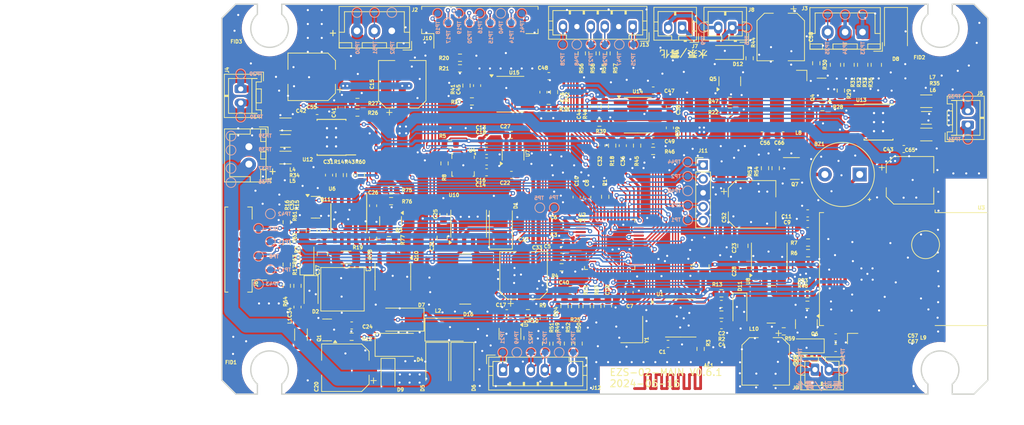
<source format=kicad_pcb>
(kicad_pcb (version 20240108) (generator "pcbnew") (generator_version "8.0")
  (title_block (title "EZS-02-Main") (date "2024-06-16") (rev "V0.6.1") (company "Ovobot") (comment 1 "EZS-02 Main,110x56x1.6mm ，FR4，2层，绿油白字，无铅喷锡"))
  (layers (0 "F.Cu" signal) (31 "B.Cu" signal) (34 "B.Paste" user) (35 "F.Paste" user) (36 "B.SilkS" user "B.Silkscreen") (37 "F.SilkS" user "F.Silkscreen") (38 "B.Mask" user) (39 "F.Mask" user) (44 "Edge.Cuts" user))
  (net 0 "")
  (net 1 "Net-(AE1-A)")
  (net 2 "GND")
  (net 3 "+3V3")
  (net 4 "Net-(BZ1-+)")
  (net 5 "Net-(U1-LDO_OUT)")
  (net 6 "Net-(U2-NRST)")
  (net 7 "+5V")
  (net 8 "Net-(U1-LDO_IN)")
  (net 9 "+3.3VP")
  (net 10 "Net-(U2-VDDA)")
  (net 11 "Net-(U4-REGOUT)")
  (net 12 "+24V")
  (net 13 "VDD")
  (net 14 "Net-(U6-VG)")
  (net 15 "/power/BATT_CHRG")
  (net 16 "Net-(U6-FB)")
  (net 17 "Net-(C31-Pad1)")
  (net 18 "Net-(C34-Pad1)")
  (net 19 "+BATT")
  (net 20 "ADC_SYS")
  (net 21 "+3.3VA")
  (net 22 "ADC_BATT")
  (net 23 "Net-(U6-CSP)")
  (net 24 "Net-(U12-VREF)")
  (net 25 "ADC_FAN_MOTOR")
  (net 26 "Net-(U14A--)")
  (net 27 "ADC_LEFT_MOTOR")
  (net 28 "Net-(U15A--)")
  (net 29 "ADC_RIGHT_MOTOR")
  (net 30 "Net-(U15B--)")
  (net 31 "Net-(U14B-+)")
  (net 32 "Net-(D1-K)")
  (net 33 "Net-(D2-K)")
  (net 34 "Net-(D2-A)")
  (net 35 "Net-(D8-A)")
  (net 36 "Net-(J3-Pin_3)")
  (net 37 "EDGE_DET_LT")
  (net 38 "Net-(J4-Pin_1)")
  (net 39 "EDGE_DET_LB")
  (net 40 "Net-(J4-Pin_2)")
  (net 41 "EDGE_DET_RB")
  (net 42 "Net-(J5-Pin_1)")
  (net 43 "EDGE_DET_RT")
  (net 44 "Net-(J5-Pin_2)")
  (net 45 "SCL1")
  (net 46 "SDA1")
  (net 47 "SWDIO")
  (net 48 "SWCLK")
  (net 49 "CHG_ON_LED")
  (net 50 "CHG_DONE_LED")
  (net 51 "START")
  (net 52 "Net-(D4-K)")
  (net 53 "Net-(J6-Pin_1)")
  (net 54 "Net-(J6-Pin_2)")
  (net 55 "SPRAY_FRONT")
  (net 56 "SPRAY_BACK")
  (net 57 "Net-(J12-Pin_3)")
  (net 58 "Net-(J12-Pin_6)")
  (net 59 "Net-(J13-Pin_3)")
  (net 60 "/main/BLE_MCU_RXD")
  (net 61 "Net-(J13-Pin_6)")
  (net 62 "/main/BLE_MCU_TXD")
  (net 63 "Net-(Q1-D)")
  (net 64 "Net-(Q3-B)")
  (net 65 "Net-(U12-OUT1)")
  (net 66 "Net-(U12-OUT2)")
  (net 67 "PWM_FAN")
  (net 68 "Net-(U13-OUT1)")
  (net 69 "Net-(U13-OUT2)")
  (net 70 "BELL")
  (net 71 "LED_RED")
  (net 72 "LED_BLUE")
  (net 73 "VOICE_DATA")
  (net 74 "/main/MOSI")
  (net 75 "/main/MISO")
  (net 76 "/main/RF_REST")
  (net 77 "Net-(Q1-G)")
  (net 78 "Net-(Q3-C)")
  (net 79 "Net-(Q10-G)")
  (net 80 "Net-(Q4-B)")
  (net 81 "/main/SCS")
  (net 82 "/main/SCK")
  (net 83 "Net-(J6-Pin_3)")
  (net 84 "PWM_LEFT1")
  (net 85 "PWM_LEFT2")
  (net 86 "PWM_RIGHT1")
  (net 87 "PWM_RIGHT2")
  (net 88 "UART2_RX")
  (net 89 "Net-(Q5-G)")
  (net 90 "Net-(Q6-G)")
  (net 91 "Net-(Q7-B)")
  (net 92 "EN_CHRG")
  (net 93 "Net-(U2-BOOT0)")
  (net 94 "Net-(U1-ANTB)")
  (net 95 "Net-(U3-TL_B1)")
  (net 96 "Net-(U3-TL_B7)")
  (net 97 "TSD_DATA")
  (net 98 "Net-(Q11-D)")
  (net 99 "Net-(U6-DRV)")
  (net 100 "LED_GREEN")
  (net 101 "Net-(U12-ISEN)")
  (net 102 "Net-(U13-ISEN)")
  (net 103 "Net-(U5-PA3)")
  (net 105 "Net-(U1-XTALO)")
  (net 106 "Net-(U1-XTALI)")
  (net 108 "/driver/VREF55")
  (net 110 "WATER_DET")
  (net 123 "BATT_ON")
  (net 124 "Net-(C52-Pad1)")
  (net 129 "Net-(J10-Pin_3)")
  (net 130 "TEMP")
  (net 132 "+12V")
  (net 133 "Net-(D11-K)")
  (net 134 "Net-(D12-K)")
  (net 135 "Net-(D12-A)")
  (net 136 "Net-(D13-K)")
  (net 137 "Net-(D13-A)")
  (net 138 "Net-(J10-Pin_4)")
  (footprint "Package_SO:Texas_HTSOP-8-1EP_3.9x4.9mm_P1.27mm_EP2.95x4.9mm_Mask2.4x3.1mm_ThermalVias" (layer "F.Cu") (at 192.9638 85.09)
    (property "Reference" "U13")
    (property "Value" "DRV8870DDA")
  )
  (footprint "Capacitor_SMD:C_0603_1608Metric" (layer "F.Cu") (at 156.2305 88.467 -90)
    (property "Reference" "C36")
    (property "Value" "1uF/50V")
  )
  (footprint "Ovo_Connector_JST:JST_ZH_B6B-ZR-SM4-TF_1x06-1MP_P1.50mm_Vertical" (layer "F.Cu") (at 102.445 103.393 90)
    (property "Reference" "J6")
    (property "Value" "ZH1.5MM/6ASMT")
  )
  (footprint "Capacitor_SMD:C_0603_1608Metric" (layer "F.Cu") (at 144.877 113.293 -90)
    (property "Reference" "C12")
    (property "Value" "0.1uF/50V")
  )
  (footprint "Diode_SMD:D_SMA" (layer "F.Cu") (at 129.588 120.23 -90)
    (property "Reference" "D5")
    (property "Value" "SS34")
  )
  (footprint "Capacitor_SMD:C_0603_1608Metric" (layer "F.Cu") (at 160.5996 80.5428 180)
    (property "Reference" "C47")
    (property "Value" "0.1uF/50V")
  )
  (footprint "Package_LGA:LGA-16_3x3mm_P0.5mm_LayoutBorder3x5y" (layer "F.Cu") (at 133.2954 91.254808 -90)
    (property "Reference" "U4")
    (property "Value" "MPU-6887")
  )
  (footprint "Resistor_SMD:R_0603_1608Metric" (layer "F.Cu") (at 182.8424 103.9114 180)
    (property "Reference" "R6")
    (property "Value" "0R/5%")
  )
  (footprint "Package_TO_SOT_SMD:SOT-23" (layer "F.Cu") (at 112.126 97.318)
    (property "Reference" "Q11")
    (property "Value" "SI2302")
  )
  (footprint "Capacitor_SMD:C_0603_1608Metric" (layer "F.Cu") (at 162.9957 82.892 90)
    (property "Reference" "C38")
    (property "Value" "0.1uF/50V")
  )
  (footprint "Capacitor_SMD:CP_Elec_6.3x5.4" (layer "F.Cu") (at 178.9176 72.865 -90)
    (property "Reference" "C58")
    (property "Value" "100uF/35V")
  )
  (footprint "Resistor_SMD:R_0603_1608Metric" (layer "F.Cu") (at 147.868 111.526 90)
    (property "Reference" "R24")
    (property "Value" "1M/1%")
  )
  (footprint "Resistor_SMD:R_0603_1608Metric" (layer "F.Cu") (at 132.8552 77.3684)
    (property "Reference" "R21")
    (property "Value" "330R/5%")
  )
  (footprint "Resistor_SMD:R_0603_1608Metric" (layer "F.Cu") (at 182.8414 102.3874 180)
    (property "Reference" "R7")
    (property "Value" "0R/5%")
  )
  (footprint "Ovo_Inductor_Boost:L_WLJ_CD0805" (layer "F.Cu") (at 178.3699 81.9492)
    (property "Reference" "L8")
    (property "Value" "10/500uH")
  )
  (footprint "Capacitor_SMD:C_0603_1608Metric" (layer "F.Cu") (at 162.9957 85.9146 -90)
    (property "Reference" "C39")
    (property "Value" "10nF/50V")
  )
  (footprint "Resistor_SMD:R_0603_1608Metric" (layer "F.Cu") (at 122.956 94.869)
    (property "Reference" "R75")
    (property "Value" "1K/5%")
  )
  (footprint "Resistor_SMD:R_0603_1608Metric" (layer "F.Cu") (at 145.5866 83.0582 180)
    (property "Reference" "R38")
    (property "Value" "15K/1%")
  )
  (footprint "Resistor_SMD:R_0805_2012Metric" (layer "F.Cu") (at 190.6886 76.8623 -90)
    (property "Reference" "R33")
    (property "Value" "0.1R/1%")
  )
  (footprint "Resistor_SMD:R_0603_1608Metric" (layer "F.Cu") (at 115.569333 92.7 90)
    (property "Reference" "R14")
    (property "Value" "120R/5%")
  )
  (footprint "Fuse:Fuse_0805_2012Metric" (layer "F.Cu") (at 167.9194 105.8164 90)
    (property "Reference" "F1")
    (property "Value" "MF-PSMF050X")
  )
  (footprint "Capacitor_SMD:C_0603_1608Metric" (layer "F.Cu") (at 112.3318 83.4898)
    (property "Reference" "C42")
    (property "Value" "0.1uF/50V")
  )
  (footprint "Fiducial:Fiducial_1mm_Mask2mm" (layer "F.Cu") (at 198.8312 77.8002)
    (property "Reference" "FID2")
    (property "Value" "NC/Fiducial")
  )
  (footprint "Resistor_SMD:R_0603_1608Metric" (layer "F.Cu") (at 142.558 116.102 -90)
    (property "Reference" "R9")
    (property "Value" "10K/1%")
  )
  (footprint "Resistor_SMD:R_0603_1608Metric" (layer "F.Cu") (at 182.751 111.3259 180)
    (property "Reference" "R48")
    (property "Value" "10K/1%")
  )
  (footprint "Resistor_SMD:R_0603_1608Metric" (layer "F.Cu") (at 153.6446 82.8674 90)
    (property "Reference" "R40")
    (property "Value" "51K/1%")
  )
  (footprint "Inductor_SMD:L_1206_3216Metric" (layer "F.Cu") (at 199.8264 82.0928)
    (property "Reference" "L7")
    (property "Value" "120R@100MHz/3A")
  )
  (footprint "Resistor_SMD:R_0603_1608Metric" (layer "F.Cu") (at 134.563 82.1184)
    (property "Reference" "R37")
    (property "Value" "15K/1%")
  )
  (footprint "Diode_SMD:D_SMA" (layer "F.Cu") (at 124.173 117.079)
    (property "Reference" "D4")
    (property "Value" "SMAJ24CA")
  )
  (footprint "Resistor_SMD:R_0603_1608Metric" (layer "F.Cu") (at 146.7358 116.904 -90)
    (property "Reference" "R49")
    (property "Value" "120R/5%")
  )
  (footprint "Package_TO_SOT_SMD:SOT-23" (layer "F.Cu") (at 184.7827 80.3402 180)
    (property "Reference" "Q4")
    (property "Value" "SS8050")
  )
  (footprint "Capacitor_SMD:C_0603_1608Metric" (layer "F.Cu") (at 136.675 92.2934 180)
    (property "Reference" "C14")
    (property "Value" "0.47uF/50V")
  )
  (footprint "Capacitor_SMD:C_0603_1608Metric" (layer "F.Cu") (at 136.675 89.22 180)
    (property "Reference" "C18")
    (property "Value" "2.2uF/16V")
  )
  (footprint "Resistor_SMD:R_0603_1608Metric" (layer "F.Cu") (at 117.29 115.914)
    (property "Reference" "R12")
    (property "Value" "51R/5%")
  )
  (footprint "Diode_SMD:D_SOD-123" (layer "F.Cu") (at 171.196 75.0824 180)
    (property "Reference" "D12")
    (property "Value" "SS14")
  )
  (footprint "Ovo_Oscillaror:Oscillator_SMD_Abracon_ASE-4Pin_3.2x2.5mm" (layer "F.Cu") (at 157.5191 114.8703 90)
    (property "Reference" "Y1")
    (property "Value" "12MHz/22pF(10ppm)")
  )
  (footprint "Diode_SMD:D_SMA" (layer "F.Cu") (at 131.335 114.899)
    (property "Reference" "D16")
    (property "Value" "SMAJ24CA")
  )
  (footprint "Capacitor_SMD:C_0603_1608Metric" (layer "F.Cu") (at 153.1825 88.467 90)
    (property "Reference" "C32")
    (property "Value" "1uF/50V")
  )
  (footprint "Package_TO_SOT_SMD:SOT-23" (layer "F.Cu") (at 171.6024 79.2203 90)
    (property "Reference" "Q5")
    (property "Value" "CJ2310")
  )
  (footprint "Ovo_RF_Module:Tuya_BT3L" (layer "F.Cu") (at 193.0882 106.1986 -90)
    (property "Reference" "U3")
    (property "Value" "BT3L")
  )
  (footprint "Package_TO_SOT_SMD:SOT-23" (layer "F.Cu") (at 180.9639 91.7466)
    (property "Reference" "Q7")
    (property "Value" "SS8050")
  )
  (footprint "Package_TO_SOT_SMD:SOT-23-5" (layer "F.Cu") (at 140.476 89.75 90)
    (property "Reference" "U7")
    (property "Value" "RT9013-33")
  )
  (footprint "Ovo_Inductor_Boost:L_WLJ_CD0805" (layer "F.Cu") (at 192.8031 119.7273 90)
    (property "Reference" "L9")
    (property "Value" "10/500uH")
  )
  (footprint "Ovo_Inductor_SMD:L_GZJ_CD75" (layer "F.Cu") (at 133.604 107.629)
    (property "Reference" "L2")
    (property "Value" "68uH")
  )
  (footprint "Resistor_SMD:R_0603_1608Metric" (layer "F.Cu") (at 171.6146 82.042)
    (property "Reference" "R47")
    (property "Value" "10K/1%")
  )
  (footprint "Capacitor_SMD:C_0603_1608Metric" (layer "F.Cu") (at 109.519 111.651 -90)
    (property "Reference" "C34")
    (property "Value" "1nF/50V")
  )
  (footprint "Resistor_SMD:R_0603_1608Metric" (layer "F.Cu") (at 152.5745 111.526 -90)
    (property "Reference" "R67")
    (property "Value" "100K/1%")
  )
  (footprint "Resistor_SMD:R_0603_1608Metric" (layer "F.Cu") (at 151.877066 75.2176 90)
    (property "Reference" "R58")
    (property "Value" "10K/1%")
  )
  (footprint "Capacitor_SMD:C_0603_1608Metric" (layer "F.Cu") (at 162.7269 116.9445)
    (property "Reference" "C1")
    (property "Value" "1uF/50V")
  )
  (footprint "Resistor_SMD:R_0603_1608Metric" (layer "F.Cu") (at 133.7878 79.8446 90)
    (property "Reference" "R41")
    (property "Value" "51K/1%")
  )
  (footprint "Resistor_SMD:R_0603_1608Metric" (layer "F.Cu") (at 120.371 101.827 -90)
    (property "Reference" "R78")
    (property "Value" "10K/1%")
  )
  (footprint "Resistor_SMD:R_0603_1608Metric" (layer "F.Cu") (at 149.8854 116.8928 -90)
    (property "Reference" "R50")
    (property "Value" "120R/5%")
  )
  (footprint "Resistor_SMD:R_0805_2012Metric" (layer "F.Cu") (at 186.777 76.8623 -90)
    (property "Reference" "R31")
    (property "Value" "0.1R/1%")
  )
  (footprint "Capacitor_SMD:C_0603_1608Metric" (layer "F.Cu") (at 186.8046 116.0018)
    (property "Reference" "C57")
    (property "Value" "1uF/50V")
  )
  (footprint "Capacitor_SMD:CP_Elec_6.3x5.4" (layer "F.Cu") (at 116.393 120.364 180)
    (property "Reference" "C20")
    (property "Value" "100uF/35V")
  )
  (footprint "Diode_SMD:D_SMA" (layer "F.Cu") (at 138.715 99.8185 90)
    (property "Reference" "D1")
    (property "Value" "SS34")
  )
  (footprint "Capacitor_SMD:CP_Elec_6.3x5.4" (layer "F.Cu") (at 124.5616 79.6544 90)
    (property "Reference" "C15")
    (property "Value" "100uF/35V")
  )
  (footprint "Diode_SMD:D_SMA" (layer "F.Cu") (at 133.1948 120.23 -90)
    (property "Reference" "D6")
    (property "Value" "SS34")
  )
  (footprint "Resistor_SMD:R_0603_1608Metric" (layer "F.Cu") (at 187.5536 80.5566 -90)
    (property "Reference" "R29")
    (property "Value" "10K/1%")
  )
  (footprint "Resistor_SMD:R_1206_3216Metric" (layer "F.Cu") (at 107.7845 87.7924 180)
    (property "Reference" "R34")
    (property "Value" "0.033R/1%(1W)")
  )
  (footprint "Capacitor_SMD:C_0603_1608Metric" (layer "F.Cu") (at 157.203289 109.5383 90)
    (property "Reference" "C7")
    (property "Value" "0.1uF/50V")
  )
  (footprint "Package_SO:SOIC-8_3.9x4.9mm_P1.27mm" (layer "F.Cu") (at 123.215 107.28 -90)
    (property "Reference" "Q10")
    (property "Value" "NCE40P13S")
  )
  (footprint "Connector_JST:JST_PH_B6B-PH-K_1x06_P2.00mm_Vertical" (layer "F.Cu") (at 157.64 71.37 180)
    (property "Reference" "J13")
    (property "Value" "PH2.0MM/6A")
  )
  (footprint "Package_TO_SOT_SMD:SOT-23" (layer "F.Cu") (at 182.5986 114.0945 -90)
    (property "Reference" "Q6")
    (property "Value" "CJ2310")
  )
  (footprint "Capacitor_SMD:C_0603_1608Metric" (layer "F.Cu") (at 151.128 95.856 -90)
    (property "Reference" "C8")
    (property "Value" "0.1uF/50V")
  )
  (footprint "Resistor_SMD:R_0603_1608Metric" (layer "F.Cu") (at 145.2118 116.9162 -90)
    (property "Reference" "R51")
    (property "Value" "10K/1%")
  )
  (footprint "Resistor_SMD:R_0603_1608Metric" (layer "F.Cu") (at 171.6205 83.5757 180)
    (property "Reference" "R22")
    (property "Value" "1K/5%")
  )
  (footprint "Connector_JST:JST_XH_B2B-XH-A_1x02_P2.50mm_Vertical" (layer "F.Cu") (at 102.533 88.624 -90)
    (property "Reference" "J1")
    (property "Value" "XHB2.54MM/2A")
  )
  (footprint "Capacitor_SMD:C_0603_1608Metric" (layer "F.Cu") (at 111.82 100.692 90)
    (property "Reference" "C35")
    (property "Value" "1.5pF/50V")
  )
  (footprint "Connector_JST:JST_PH_B2B-PH-K_1x02_P2.00mm_Vertical" (layer "F.Cu") (at 183.8358 120.6334)
    (property "Reference" "J9")
    (property "Value" "PH2.0MM/2A")
  )
  (footprint "Capacitor_SMD:C_0603_1608Metric" (layer "F.Cu") (at 149.61 95.856 -90)
    (property "Reference" "C10")
    (property "Value" "4.7uF/16V")
  )
  (footprint "Ovo_Inductor_SMD:L_GZJ_WNR6045" (layer "F.Cu") (at 115.98 109.097)
    (property "Reference" "L3")
    (property "Value" "100uH")
  )
  (footprint "Connector_JST:JST_PH_B2B-PH-K_1x02_P2.00mm_Vertical" (layer "F.Cu") (at 171.9469 71.5093 180)
    (property "Reference" "J8")
    (property "Value" "PH2.0MM/2A")
  )
  (footprint "Ovo_Buzzer_Beeper:Buzzer_9x5.5RM5" (layer "F.Cu") (at 187.7568 92.6084 180)
    (property "Reference" "BZ1")
    (property "Value" "85dB/5V")
  )
  (footprint "Capacitor_SMD:C_0603_1608Metric" (layer "F.Cu") (at 176.2376 86.995 180)
    (property "Reference" "C56")
    (property "Value" "1uF/50V")
  )
  (footprint "Capacitor_SMD:C_0603_1608Metric" (layer "F.Cu") (at 173.482 106.111 -90)
    (property "Reference" "C28")
    (property "Value" "1uF/50V")
  )
  (footprint "Ovo_Connector_YH:YH_HY_2A_1x02_P2.00mm_Vertical" (layer "F.Cu") (at 101.365 80.324 -90)
    (property "Reference" "J4")
    (property "Value" "HY2.0MM/2A")
  )
  (footprint "Resistor_SMD:R_0603_1608Metric" (layer "F.Cu") (at 118.1228 83.7184 180)
    (property "Reference" "R26")
    (property "Value" "6.8K/1%")
  )
  (footprint "Resistor_SMD:R_0603_1608Metric" (layer "F.Cu") (at 150.3446 75.2176 90)
    (property "Reference" "R56")
    (property "Value" "120R/5%")
  )
  (footprint "Capacitor_SMD:C_0603_1608Metric" (layer "F.Cu") (at 136.672 87.66 180)
    (property "Reference" "C13")
    (property "Value" "10nF/50V")
  )
  (footprint "Capacitor_SMD:C_0603_1608Metric" (layer "F.Cu") (at 182.7914 98.1964 180)
    (property "Reference" "C11")
    (property "Value" "0.1uF/50V")
  )
  (footprint "Connector_JST:JST_XH_B3B-XH-A_1x03_P2.50mm_Vertical" (layer "F.Cu") (at 123.0592 71.9836 180)
    (property "Reference" "J2")
    (property "Value" "XH2.54MM/3A")
  )
  (footprint "Resistor_SMD:R_0603_1608Metric" (layer "F.Cu") (at 131.448 88.286 180)
    (property "Reference" "R5")
    (property "Value" "4.7K/1%")
  )
  (footprint "Resistor_SMD:R_0603_1608Metric" (layer "F.Cu") (at 152.8704 85.1656)
    (property "Reference" "R39")
    (property "Value" "15K/1%")
  )
  (footprint "Capacitor_SMD:C_0603_1608Metric" (layer "F.Cu") (at 145.6112 78.4862)
    (property "Reference" "C48")
    (property "Value" "0.1uF/50V")
  )
  (footprint "Capacitor_SMD:C_0603_1608Metric" (layer "F.Cu") (at 170.3971 111.2041 180)
    (property "Reference" "C2")
    (property "Value" "1uF/50V")
  )
  (footprint "Diode_SMD:D_SMA" (layer "F.Cu") (at 124.1745 113.459 180)
    (property "Reference" "D7")
    (property "Value" "SS34")
  )
  (footprint "Resistor_SMD:R_0805_2012Metric" (layer "F.Cu") (at 192.6444 76.8623 -90)
    (property "Reference" "R36")
    (property "Value" "0.1R/1%")
  )
  (footprint "Resistor_SMD:R_0603_1608Metric" (layer "F.Cu") (at 118.618 92.7 90)
    (property "Reference" "R60")
    (property "Value" "10K/1%")
  )
  (footprint "Resistor_SMD:R_0603_1608Metric" (layer "F.Cu") (at 184.8988 82.931)
    (property "Reference" "R28")
    (property "Value" "1K/5%")
  )
  (footprint "Capacitor_SMD:C_0603_1608Metric" (layer "F.Cu") (at 115.8494 82.9564 90)
    (property "Reference" "C41")
    (property "Value" "0.1uF/50V")
  )
  (footprint "Capacitor_SMD:C_0603_1608Metric" (layer "F.Cu") (at 147.468289 99.898699)
    (property "Reference" "C6")
    (property "Value" "0.1uF/50V")
  )
  (footprint "Resistor_SMD:R_0603_1608Metric" (layer "F.Cu") (at 118.1238 82.1944)
    (property "Reference" "R27")
    (property "Value" "3.3K/1%")
  )
  (footprint "Resistor_SMD:R_0603_1608Metric" (layer "F.Cu") (at 107.969 99.467 -90)
    (property "Reference" "R61")
    (property "Value" "10K/1%")
  )
  (footprint "Diode_SMD:D_SOD-123" (layer "F.Cu") (at 182.8038 117.221 180)
    (property "Reference" "D13")
    (property "Value" "SS14")
  )
  (footprint "Capacitor_SMD:C_0603_1608Metric" (layer "F.Cu") (at 160.5941 87.7056)
    (property "Reference" "C49")
    (property "Value" "0.1uF/50V")
  )
  (footprint "Resistor_SMD:R_0603_1608Metric" (layer "F.Cu") (at 154.942 75.2176 90)
    (property "Reference" "R57")
    (property "Value" "10K/1%")
  )
  (footprint "Resistor_SMD:R_0603_1608Metric" (layer "F.Cu") (at 170.3979 112.7281 180)
    (property "Reference" "R2")
    (property "Value" "0R/5%")
  )
  (footprint "Package_SO:SOIC-8_3.9x4.9mm_P1.27mm" (layer "F.Cu") (at 158.3856 84.0988)
    (property "Reference" "U14")
    (property "Value" "LMV358TP-SR")
  )
  (footprint "Capacitor_SMD:CP_Elec_6.3x5.4" (layer "F.Cu") (at 197.485 93.4466)
    (property "Reference" "C65")
    (property "Value" "100uF/35V")
  )
  (footprint "Capacitor_SMD:C_0603_1608Metric" (layer "F.Cu") (at 130.479 98.3575 90)
    (property "Reference" "C25")
    (property "Value" "1uF/50V")
  )
  (footprint "Resistor_SMD:R_0603_1608Metric" (layer "F.Cu") (at 179.3494 115.1382 180)
    (property "Reference" "R59")
    (property "Value" "0R/5%")
  )
  (footprint "Capacitor_SMD:C_0603_1608Metric" (layer "F.Cu") (at 114.045 92.7 -90)
    (property "Reference" "C31")
    (property "Value" "220nF/50V")
  )
  (footprint "Capacitor_SMD:C_0603_1608Metric" (layer "F.Cu") (at 139.572 112.54 180)
    (property "Reference" "C17")
    (property "Value" "0.1uF/50V")
  )
  (footprint "Package_SO:SOIC-8_3.9x4.9mm_P1.27mm" (layer "F.Cu") (at 140.087 81.077)
    (property "Reference" "U15")
    (property "Value" "LMV358TP-SR")
  )
  (footprint "Resistor_SMD:R_0603_1608Metric" (layer "F.Cu") (at 147.442689 105.943899 180)
    (property "Reference" "R4")
    (property "Value" "0R/5%")
  )
  (footprint "Capacitor_SMD:C_0603_1608Metric" (layer "F.Cu") (at 152.1206 82.8672 90)
    (property "Reference" "C44")
    (property "Value" "0.1uF/50V")
  )
  (footprint "Connector_JST:JST_PH_B2B-PH-K_1x02_P2.00mm_Vertical" (layer "F.Cu") (at 164.756 71.5093 180)
    (property "Reference" "J7")
    (property "Value" "PH2.0MM/2A")
  )
  (footprint "Ovo_RF_Antenna:Ovo_PA2401_2.4GHz_Right" (layer "F.Cu") (at 167.4114 120.142 180)
    (property "Reference" "AE1")
    (property "Value" "NC/Antenna")
  )
  (footprint "Diode_SMD:D_SOD-123" (layer "F.Cu") (at 173.0502 111.9886 -90)
    (property "Reference" "D11")
    (property "Value" "SS14")
  )
  (footprint "Inductor_SMD:L_1206_3216Metric" (layer "F.Cu") (at 107.795 85.4048 180)
    (property "Reference" "L4")
    (property "Value" "120R@100MHz/3A")
  )
  (footprint "Capacitor_SMD:CP_Elec_6.3x5.4" (layer "F.Cu") (at 111.5568 78.5876 180)
    (property "Reference" "C55")
    (property "Value" "100uF/35V")
  )
  (footprint "Resistor_SMD:R_1206_3216Metric" (layer "F.Cu") (at 116.485 104.533 180)
    (property "Reference" "R19")
    (property "Value" "0.5R/1%")
  )
  (footprint "Resistor_SMD:R_0603_1608Metric" (layer "F.Cu") (at 176.657 91.7062 90)
    (property "Reference" "R53")
    (property "Value" "1K/5%")
  )
  (footprint "Resistor_SMD:R_0603_1608Metric" (layer "F.Cu") (at 146.3608 80.7844 90)
    (property "Reference" "R42")
    (property "Value" "51K/1%")
  )
  (footprint "Capacitor_SMD:C_0603_1608Metric" (layer "F.Cu") (at 154.108 111.526 -90)
    (property "Reference" "C19")
    (property "Value" "0.1uF/50V")
  )
  (footprint "Resistor_SMD:R_0603_1608Metric" (layer "F.Cu") (at 142.606 112.54 180)
    (property "Reference" "R10")
    (property "Value" "10K/1%")
  )
  (footprint "Capacitor_SMD:CP_Elec_6.3x7.7" (layer "F.Cu") (at 141.983 107.102 90)
    (property "Reference" "C33")
    (property "Value" "470uF/10V")
  )
  (footprint "Capacitor_SMD:C_0603_1608Metric" (layer "F.Cu") (at 135.3118 79.8448 90)
    (property "Reference" "C45")
    (property "Value" "0.1uF/50V")
  )
  (footprint "Capacitor_SMD:C_0603_1608Metric" (layer "F.Cu") (at 120.375 97.096 90)
    (property "Reference" "C26")
    (property "Value" "0.1uF/50V")
  )
  (footprint "Package_TO_SOT_SMD:SOT-23-6" (layer "F.Cu") (at 140.029 115.498 -90)
    (property "Reference" "U5")
    (property "Value" "PMS150C-U06 (0xD407B2)")
  )
  (footprint "Resistor_SMD:R_0603_1608Metric" (layer "F.Cu") (at 130.633 91.017 -90)
    (property "Reference" "R8")
    (property "Value" "4.7K/1%")
  )
  (footprint "Resistor_SMD:R_0603_1608Metric" (layer "F.Cu") (at 154.7065 88.4678 90)
    (property "Reference" "R18")
    (property "Value" "0R/5%")
  )
  (footprint "Fiducial:Fiducial_1mm_Mask2mm" (layer "F.Cu") (at 100.133 121.196)
    (property "Reference" "FID1")
    (property "Value" "NC/Fiducial")
  )
  (footprint "Resistor_SMD:R_0603_1608Metric" (layer "F.Cu") (at 151.041 111.526 90)
    (property "Reference" "R11")
    (property "Value" "1M/1%")
  )
  (footprint "Ovo_Inductor_SMD:L_GZJ_CD54" (layer "F.Cu") (at 177.546 111.252)
    (property "Reference" "L10")
    (property "Value" "68uH")
  )
  (footprint "Resistor_SMD:R_0603_1608Metric" (layer "F.Cu") (at 178.191 91.708 -90)
    (property "Reference" "R54")
    (property "Value" "10K/1%")
  )
  (footprint "Capacitor_SMD:C_0603_1608Metric" (layer "F.Cu") (at 147.442889 104.419899)
    (property "Reference" "C5")
    (property "Value" "0.1uF/50V")
  )
  (footprint "Resistor_SMD:R_0603_1608Metric" (layer "F.Cu") (at 158.2879 88.4668 -90)
    (property "Reference" "R45")
    (property "Value" "10K/1%")
  )
  (footprint "Connector_JST:JST_PH_B6B-PH-K_1x06_P2.00mm_Vertical" (layer "F.Cu") (at 139.0368 120.6622)
    (property "Reference" "J12")
    (property "Value" "PH2.0MM/6A")
  )
  (footprint "Diode_SMD:D_SOD-123" (layer "F.Cu") (at 111.469 109.5 -90)
    (property "Reference" "D2")
    (property "Value" "SS14")
  )
  (footprint "Capacitor_SMD:C_0603_1608Metric" (layer "F.Cu") (at 117.3 114.293)
    (property "Reference" "C24")
    (property "Value" "0.1uF/50V")
  )
  (footprint "Resistor_SMD:R_0805_2012Metric" (layer "F.Cu") (at 188.7328 76.8623 -90)
    (property "Reference" "R32")
    (property "Value" "0.1R/1%")
  )
  (footprint "Capacitor_SMD:C_0603_1608Metric" (layer "F.Cu") (at 140.237 92.668 180)
    (property "Reference" "C22")
    (property "Value" "1uF/50V")
  )
  (footprint "Resistor_SMD:R_0603_1608Metric" (layer "F.Cu") (at 122.956 96.435)
    (property "Reference" "R76")
    (property "Value" "10K/1%")
  )
  (footprint "Capacitor_SMD:C_0603_1608Metric" (layer "F.Cu") (at 140.26 86.9095)
    (property "Reference" "C27")
    (property "Value" "1uF/50V")
  )
  (footprint "Diode_SMD:D_SOD-123" (layer "F.Cu") (at 122.516 121.379 -90)
    (property "Reference" "D9")
    (property "Value" "SS14")
  )
  (footprint "Package_TO_SOT_SMD:SOT-23" (layer "F.Cu") (at 122.879 99.2885 -90)
    (property "Reference" "Q3")
    (property "Value" "SS8050")
  )
  (footprint "Resistor_SMD:R_0603_1608Metric" (layer "F.Cu") (at 117.093666 92.7 90)
    (property "Reference" "R43")
    (property "Value" "10K/1%")
  )
  (footprint "Inductor_SMD:L_1206_3216Metric" (layer "F.Cu") (at 110.018 115.604 90)
    (property "Reference" "L1")
    (property "Value" "120R@100MHz/3A")
  )
  (footprint "Resistor_SMD:R_0603_1608Metric" (layer "F.Cu") (at 174.4472 75.9206 90)
    (property "Reference" "R44")
    (property "Value" "0R/5%")
  )
  (footprint "Capacitor_SMD:C_0603_1608Metric" (layer "F.Cu") (at 136.675 90.744 180)
    (property "Reference" "C16")
    (property "Value" "0.1uF/50V")
  )
  (footprint "Resistor_SMD:R_1206_3216Metric" (layer "F.Cu") (at 199.8373 84.4804)
    (property "Reference" "R35")
    (property "Value" "0.033R/1%(1W)")
  )
  (footprint "Package_SO:Texas_HTSOP-8-1EP_3.9x4.9mm_P1.27mm_EP2.95x4.9mm_Mask2.4x3.1mm_ThermalVias" (layer "F.Cu") (at 114.4016 87.2744 180)
    (property "Reference" "U12")
    (property "Value" "DRV8870DDA")
  )
  (footprint "Resistor_SMD:R_0603_1608Metric" (layer "F.Cu") (at 107.969 105.554332 -90)
    (property "Reference" "R63")
    (property "Value" "330R/5%")
  )
  (footprint "Resistor_SMD:R_0603_1608Metric" (layer "F.Cu") (at 184.023 76.6318 -90)
    (property "Reference" "R30")
    (property "Value" "NC/10K/1%")
  )
  (footprint "Capacitor_SMD:C_0603_1608Metric" (layer "F.Cu") (at 196.596 88.9508)
    (property "Reference" "C43")
    (property "Value" "0.1uF/50V")
  )
  (footprint "Resistor_SMD:R_0603_1608Metric" (layer "F.Cu") (at 167.4114 117.665 -90)
    (property "Reference" "R3")
    (property "Value" "0R/5%")
  )
  (footprint "Resistor_SMD:R_0603_1608Metric" (layer "F.Cu") (at 160.5949 89.2296)
    (property "Reference" "R46")
    (property "Value" "2K/1%")
  )
  (footprint "Capacitor_SMD:C_0603_1608Metric" (layer "F.Cu") (at 182.7908 99.7204 180)
    (property "Reference" "C9")
    (property "Value" "1uF/50V")
  )
  (footprint "Diode_SMD:D_SMA" (layer "F.Cu") (at 195.4638 72.1294 -90)
    (property "Reference" "D8")
    (property "Value" "1N4004")
  )
  (footprint "Resistor_SMD:R_0603_1608Metric" (layer "F.Cu") (at 170.3969 109.6801)
    (property "Reference" "R13")
    (property "Value" "0R/5%")
  )
  (footprint "Resistor_SMD:R_0603_1608Metric" (layer "F.Cu") (at 148.3614 116.8918 -90)
    (property "Reference" "R52")
    (property "Value" "10K/1%")
  )
  (footprint "Resistor_SMD:R_0603_1608Metric" (layer "F.Cu") (at 109.513 108.605 -90)
    (property "Reference" "R17")
    (property "Value" "5.1R/5%")
  )
  (footprint "Capacitor_SMD:CP_Elec_6.3x7.7" (layer "F.Cu") (at 174.8028 96.901)
    (property "Reference" "C52")
    (property "Value" "470uF/10V")
  )
  (footprint "Connector_PinHeader_2.00mm:PinHeader_1x05_P2.00mm_Vertical" (layer "F.Cu") (at 167.771 91.248)
    (property "Reference" "J11")
    (property "Value" "Conn_01x05")
  )
  (footprint "Capacitor_SMD:C_0603_1608Metric" (layer "F.Cu") (at 179.2602 86.995)
    (property "Reference" "C66")
    (property "Value" "0.1uF/50V")
  )
  (footprint "Resistor_SMD:R_0603_1608Metric" (layer "F.Cu") (at 132.8552 75.8444)
    (property "Reference" "R20")
    (property "Value" "330R/5%")
  )
  (footprint "Resistor_SMD:R_0603_1608Metric" (layer "F.Cu") (at 153.711 95.813 -90)
    (property "Reference" "R1")
    (property "Value" "10K/1%")
  )
  (footprint "Resistor_SMD:R_0603_1608Metric" (layer "F.Cu") (at 122.653 102.038)
    (property "Reference" "R77")
    (property "Value" "10K/1%")
  )
  (footprint "Resistor_SMD:R_0603_1608Metric" (layer "F.Cu") (at 182.7408 109.7788)
    (property "Reference" "R23")
    (property "Value" "1K/5%")
  )
  (footprint "Ovo_Connector_JST:JST_ZH_B9B-ZR-SM4-TF_1x09-1MP_P1.50mm_Vertical" (layer "F.Cu") (at 135.71 71.82)
    (property "Reference" "J10")
    (property "Value" "ZH1.5MM/9ASMT")
  )
  (footprint "Capacitor_SMD:C_0603_1608Metric" (layer "F.Cu") (at 148.651 109.218 180)
    (property "Reference" "C40")
    (property "Value" "0.1uF/50V")
  )
  (footprint "Ovo_Package_SO:SSOP-10_3.9x4.9mm_P1.00mm" (layer "F.Cu") (at 116.882 98.887 -90)
    (property "Reference" "U6")
    (property "Value" "CN3765")
  )
  (footprint "Connector_JST:JST_XH_B3B-XH-A_1x03_P2.50mm_Vertical" (layer "F.Cu") (at 190.6632 72.1614 180)
    (property "Reference" "J3")
    (property "Value" "XH2.54MM/3A")
  )
  (footprint "Capacitor_SMD:C_0603_1608Metric" (layer "F.Cu") (at 144.8368 80.7852 90)
    (property "Reference" "C46")
    (property "Value" "0.1uF/50V")
  )
  (footprint "Inductor_SMD:L_1206_3216Metric" (layer "F.Cu") (at 107.795 90.18 180)
    (property "Reference" "L5")
    (property "Value" "120R@100MHz/3A")
  )
  (footprint "Resistor_SMD:R_0603_1608Metric" (layer "F.Cu") (at 113.35 100.69 90)
    (property "Reference" "R15")
    (property "Value" "1.5M/1%")
  )
  (footprint "Capacitor_SMD:C_0805_2012Metric" (layer "F.Cu") (at 173.482 102.8598 90)
    (property "Reference" "C23")
    (property "Value" "10uF/35V")
  )
  (footprint "Package_QFP:LQFP-48_7x7mm_P0.5mm" (layer "F.Cu") (at 154.3527 102.6388)
    (property "Reference" "U2")
    (property "Value" "STM32F030C8T6")
  )
  (footprint "Diode_SMD:D_SOD-123" (layer "F.Cu") (at 110.865 104.669 90)
    (property "Reference" "D3")
    (property "Value" "SS14")
  )
  (footprint "Package_TO_SOT_SMD:SOT-23" (layer "F.Cu") (at 113.7655 114.934 180)
    (property "Reference" "Q1")
    (property "Value" "HSS6107")
  )
  (footprint "Resistor_SMD:R_0603_1608Metric" (layer "F.Cu") (at 153.409532 75.2176 90)
    (property "Reference" "R55")
    (property "Value" "120R/5%")
  )
  (footprint "Inductor_SMD:L_1206_3216Metric" (layer "F.Cu") (at 199.8264 86.868)
    (property "Reference" "L6")
    (property "Value" "120R@100MHz/3A")
  )
  (footprint "Package_SO:SOIC-8_3.9x4.9mm_P1.27mm" (layer "F.Cu") (at 134.094 99.6725 90)
    (property "Reference" "U10")
    (property "Value" "XL1509-5.0E1")
  )
  (footprint "Capacitor_SMD:C_0603_1608Metric" (layer "F.Cu") (at 147.443889 102.4387)
    (property "Reference" "C3")
    (property "Value" "0.1uF/50V")
  )
  (footprint "Resistor_SMD:R_0603_1608Metric" (layer "F.Cu") (at 149.402 111.526 -90)
    (property "Reference" "R25")
    (property "Value" "100K/1%")
  )
  (footprint "Resistor_SMD:R_0603_1608Metric" (layer "F.Cu") (at 107.969 102.510666 90)
    (property "Reference" "R62")
    (property "Value" "330R/5%")
  )
  (footprint "Capacitor_SMD:C_0805_2012Metric" (layer "F.Cu") (at 113.08 104.028 -90)
    (property "Reference" "C37")
    (property "Value" "10uF/35V")
  )
  (footprint "Resistor_SMD:R_0603_1608Metric" (layer "F.Cu") (at 110.254 100.692 -90)
    (property "Reference" "R16")
    (property "Value" "120K/1%")
  )
  (footprint "Capacitor_SMD:C_0603_1608Metric" (layer "F.Cu") (at 186.8046 117.5258)
    (property "Reference" "C67")
    (property "Value" "0.1uF/50V")
  )
  (footprint "Capacitor_SMD:CP_Elec_6.3x5.4" (layer "F.Cu") (at 176.7586 119.4562 -90)
    (property "Reference" "C50")
    (property "Value" "100uF/35V")
  )
  (footprint "Ovo_Connector_YH:YH_HY_2A_1x02_P2.00mm_Vertical" (layer "F.Cu") (at 205.7908 85.4804 90)
    (property "Reference" "J5")
    (property "Value" "HY2.0MM/2A")
  )
  (footprint "Package_SO:SOIC-8_3.9x4.9mm_P1.27mm" (layer "F.Cu") (at 177.2666 104.394 90)
    (property "Reference" "U8")
    (property "Value" "XL1509-12")
  )
  (footprint "Fiducial:Fiducial_1mm_Mask2mm" (layer "F.Cu") (at 100.726 75.523)
    (property "Reference" "FID3")
    (property "Value" "NC/Fiducial")
  )
  (footprint "Resistor_SMD:R_0603_1608Metric" (layer "F.Cu") (at 107.969 108.598 -90)
    (property "Reference" "R64")
    (property "Value" "330R/5%")
  )
  (footprint "Capacitor_SMD:C_0805_2012Metric" (layer "F.Cu") (at 130.293 101.7045 90)
    (property "Reference" "C21")
    (property "Value" "10uF/35V")
  )
  (footprint "Package_SO:TSSOP-16_4.4x5mm_P0.65mm" (layer "F.Cu") (at 164.5589 113.2234)
    (property "Reference" "U1")
    (property "Value" "LT8920")
  )
  (footprint "Capacitor_SMD:C_0603_1608Metric" (layer "F.Cu") (at 170.3971 114.2521)
    (property "Reference" "C4")
    (property "Value" "0.1uF/50V")
  )
  (footprint "TestPoint:TestPoint_Pad_D1.0mm" (layer "B.Cu") (at 138.7072 69.4626 180)
    (property "Reference" "TP40")
    (property "Value" "GND")
  )
  (footprint "TestPoint:TestPoint_Pad_D1.0mm" (layer "B.Cu") (at 190.6778 69.6468 -90)
    (property "Reference" "TP33")
    (property "Value" "VDD")
  )
  (footprint "TestPoint:TestPoint_Pad_D1.0mm" (layer "B.Cu") (at 205.7908 87.5538 180)
    (property "Reference" "TP31")
    (property "Value" "MOTOR_RT_OUT1")
  )
  (footprint "TestPoint:TestPoint_Pad_D1.0mm" (layer "B.Cu") (at 137.2086 70.8088 90)
    (property "Reference" "TP15")
    (property "Value" "SWCLK")
  )
  (footprint "TestPoint:TestPoint_Pad_D1.0mm" (layer "B.Cu") (at 123.063 69.342 -90)
    (property "Reference" "TP52")
    (property "Value" "GND")
  )
  (footprint "TestPoint:TestPoint_Pad_D1.0mm" (layer "B.Cu") (at 205.8162 81.407 180)
    (property "Reference" "TP32")
    (property "Value" "MOTOR_RT_OUT2")
  )
  (footprint "TestPoint:TestPoint_Pad_D1.0mm" (layer "B.Cu") (at 99.966 93.767)
    (property "Reference" "TP36")
    (property "Value" "+24V")
  )
  (footprint "TestPoint:TestPoint_Pad_D1.0mm" (layer "B.Cu") (at 105.623 106.267 180)
    (property "Reference" "TP12")
    (property "Value" "LED_BLUE")
  )
  (footprint "TestPoint:TestPoint_Pad_D1.0mm" (layer "B.Cu") (at 167.8178 71.501 90)
    (property "Reference" "TP9")
    (property "Value" "SPRAY_FRONT_N")
  )
  (footprint "TestPoint:TestPoint_Pad_D1.0mm" (layer "B.Cu") (at 132.6874 69.4626 180)
    (property "Reference" "TP19")
    (property "Value" "BLUE")
  )
  (footprint "TestPoint:TestPoint_Pad_D1.0mm" (layer "B.Cu") (at 147.6014 73.9354 90)
    (property "Reference" "TP28")
    (property "Value" "EDGE_DET_RB_LED")
  )
  (footprint "TestPoint:TestPoint_Pad_D1.0mm" (layer "B.Cu") (at 143.0528 118.1608 -90)
    (property "Reference" "TP22")
    (property "Value" "EDGE_DET_LT_LED")
  )
  (footprint "TestPoint:TestPoint_Pad_D1.0mm" (layer "B.Cu") (at 165.565 94.9595 180)
    (property "Reference" "TP45")
    (property "Value" "GND")
  )
  (footprint "TestPoint:TestPoint_Pad_D1.0mm" (layer "B.Cu") (at 165.565 92.88025 180)
    (property "Reference" "TP2")
    (property "Value" "SWD")
  )
  (footprint "TestPoint:TestPoint_Pad_D1.0mm" (layer "B.Cu") (at 149.6334 73.9354 90)
    (property "Reference" "TP48")
    (property "Value" "GND")
  )
  (footprint "TestPoint:TestPoint_Pad_D1.0mm" (layer "B.Cu") (at 103.917 108.353 180)
    (property "Reference" "TP43")
    (property "Value" "CHG_ON_LED")
  )
  (footprint "TestPoint:TestPoint_Pad_D1.0mm" (layer "B.Cu") (at 165.565 97.03875 180)
    (property "Reference" "TP3")
    (property "Value" "SWC")
  )
  (footprint "TestPoint:TestPoint_Pad_D1.0mm" (layer "B.Cu") (at 134.2114 70.8088 180)
    (property "Reference" "TP20")
    (property "Value" "RED")
  )
  (footprint "TestPoint:TestPoint_Pad_D1.0mm" (layer "B.Cu") (at 147.0914 118.1608 90)
    (property "Reference" "TP46")
    (property "Value" "GND")
  )
  (footprint "TestPoint:TestPoint_Pad_D1.0mm" (layer "B.Cu") (at 118.0592 69.342 -90)
    (property "Reference" "TP50")
    (property "Value" "BATT")
  )
  (footprint "TestPoint:TestPoint_Pad_D1.0mm" (layer "B.Cu") (at 105.623 98.259 180)
    (property "Reference" "TP42")
    (property "Value" "GND")
  )
  (footprint "TestPoint:TestPoint_Pad_D1.0mm" (layer "B.Cu") (at 174.0916 71.5264 90)
    (property "Reference" "TP6")
    (property "Value" "SPRAY_FRONT_P")
  )
  (footprint "TestPoint:TestPoint_Pad_D1.0mm" (layer "B.Cu") (at 140.2058 70.8088 90)
    (property "Reference" "TP14")
    (property "Value" "SWDIO")
  )
  (footprint "TestPoint:TestPoint_Pad_D1.0mm" (layer "B.Cu") (at 129.6394 69.4626 90)
    (property "Reference" "TP18")
    (property "Value" "SDA1")
  )
  (footprint "TestPoint:TestPoint_Pad_D1.0mm" (layer "B.Cu") (at 188.1632 69.6468 -90)
    (property "Reference" "TP34")
    (property "Value" "FAN_OUT_N")
  )
  (footprint "TestPoint:TestPoint_Pad_D1.0mm" (layer "B.Cu") (at 141.7298 69.4626 180)
    (property "Reference" "TP41")
    (property "Value" "+3V3")
  )
  (footprint "TestPoint:TestPoint_Pad_D1.0mm" (layer "B.Cu") (at 187.8838 120.6246 90)
    (property "Reference" "TP10")
    (property "Value" "SPRAY_BACK_P")
  )
  (footprint "TestPoint:TestPoint_Pad_D1.0mm" (layer "B.Cu") (at 144.314 97.379 180)
    (property "Reference" "TP5")
    (property "Value" "GND")
  )
  (footprint "TestPoint:TestPoint_Pad_D1.0mm" (layer "B.Cu") (at 165.565 99.118 180)
    (property "Reference" "TP1")
    (property "Value" "RX")
  )
  (footprint "TestPoint:TestPoint_Pad_D1.0mm" (layer "B.Cu") (at 120.5774 69.342 180)
    (property "Reference" "TP51")
    (property "Value" "TEMP")
  )
  (footprint "TestPoint:TestPoint_Pad_D1.0mm" (layer "B.Cu") (at 185.6486 69.6214 -90)
    (property "Reference" "TP35")
    (property "Value" "FAN_OUT_PWM")
  )
  (footprint "TestPoint:TestPoint_Pad_D1.0mm" (layer "B.Cu") (at 135.71 69.4626 90)
    (property "Reference" "TP16")
    (property "Value" "UART2_RX")
  )
  (footprint "TestPoint:TestPoint_Pad_D1.0mm" (layer "B.Cu") (at 151.6654 73.9354 90)
    (property "Reference" "TP27")
    (property "Value" "EDGE_DET_RB")
  )
  (footprint "TestPoint:TestPoint_Pad_D1.0mm" (layer "B.Cu") (at 103.917 104.349 180)
    (property "Reference" "TP8")
    (property "Value" "LED_RED")
  )
  (footprint "TestPoint:TestPoint_Pad_D1.0mm" (layer "B.Cu") (at 131.1634 70.8088 90)
    (property "Reference" "TP17")
    (property "Value" "SCL1")
  )
  (footprint "TestPoint:TestPoint_Pad_D1.0mm" (layer "B.Cu") (at 101.365 84.388 180)
    (property "Reference" "TP30")
    (property "Value" "MOTOR_LF_OUT2")
  )
  (footprint "TestPoint:TestPoint_Pad_D1.0mm" (layer "B.Cu") (at 165.565 90.801 180)
    (property "Reference" "TP44")
    (property "Value" "+3V3")
  )
  (footprint "TestPoint:TestPoint_Pad_D1.0mm" (layer "B.Cu") (at 146.394 97.379 180)
    (property "Reference" "TP4")
    (property "Value" "3V3")
  )
  (footprint "TestPoint:TestPoint_Pad_D1.0mm" (layer "B.Cu") (at 99.966 91.735)
    (property "Reference" "TP37")
    (property "Value" "+24V")
  )
  (footprint "TestPoint:TestPoint_Pad_D1.0mm" (layer "B.Cu") (at 138.9888 118.1608 -90)
    (property "Reference" "TP21")
    (property "Value" "EDGE_DET_LT")
  )
  (footprint "TestPoint:TestPoint_Pad_D1.0mm" (layer "B.Cu") (at 149.1234 118.1608 -90)
    (property "Reference" "TP24")
    (property "Value" "EDGE_DET_RT_LED")
  )
  (footprint "TestPoint:TestPoint_Pad_D1.0mm" (layer "B.Cu") (at 103.917 100.345 180)
    (property "Reference" "TP7")
    (property "Value" "START")
  )
  (footprint "TestPoint:TestPoint_Pad_D1.0mm" (layer "B.Cu") (at 101.365 78.165 180)
    (property "Reference" "TP29")
    (property "Value" "MOTOR_LF_OUT1")
  )
  (footprint "TestPoint:TestPoint_Pad_D1.0mm" (layer "B.Cu") (at 99.966 89.113)
    (property "Reference" "TP38")
    (property "Value" "GND")
  )
  (footprint "TestPoint:TestPoint_Pad_D1.0mm" (layer "B.Cu") (at 153.6974 73.9354 -90)
    (property "Reference" "TP26")
    (property "Value" "EDGE_DET_LB_LED")
  )
  (footprint "TestPoint:TestPoint_Pad_D1.0mm" (layer "B.Cu") (at 155.7294 73.9354 90)
    (property "Reference" "TP47")
    (property "Value" "GND")
  )
  (footprint "TestPoint:TestPoint_Pad_D1.0mm" (layer "B.Cu") (at 105.623 102.263 180)
    (property "Reference" "TP11")
    (property "Value" "+3V3")
  )
  (footprint "TestPoint:TestPoint_Pad_D1.0mm" (layer "B.Cu") (at 181.7096 120.6246 90)
    (property "Reference" "TP13")
    (property "Value" "SPRAY_BACK_N")
  )
  (footprint "TestPoint:TestPoint_Pad_D1.0mm" (layer "B.Cu") (at 157.7614 73.9354 -90)
    (property "Reference" "TP25")
    (property "Value" "EDGE_DET_LB")
  )
  (footprint "TestPoint:TestPoint_Pad_D1.0mm" (layer "B.Cu") (at 141.0208 118.1608 90)
    (property "Reference" "TP49")
    (property "Value" "GND")
  )
  (footprint "TestPoint:TestPoint_Pad_D1.0mm" (layer "B.Cu") (at 145.0848 118.1608 -90)
    (property "Reference" "TP23")
    (property "Value" "EDGE_DET_RT")
  )
  (footprint "TestPoint:TestPoint_Pad_D1.0mm" (layer "B.Cu") (at 99.966 87.085)
    (property "Reference" "TP39")
    (property "Value" "GND")
  )
  (gr_line (start 200.0556 122.7074) (end 200.0556 124.151312) (stroke (width 0.2)) (layer "Edge.Cuts"))
  (gr_line (start 103.7556 69.595223) (end 103.7556 68.151312) (stroke (width 0.2)) (layer "Edge.Cuts"))
  (gr_line (start 208.6556 70.151312) (end 208.6556 122.151312) (stroke (width 0.2)) (layer "Edge.Cuts"))
  (gr_line (start 200.0556 124.151312) (end 107.2556 124.151312) (stroke (width 0.2)) (layer "Edge.Cuts"))
  (gr_line (start 203.5556 122.7074) (end 203.5556 124.151312) (stroke (width 0.2)) (layer "Edge.Cuts"))
  (gr_arc (start 203.5556 69.595223) (mid 201.8056 74.351312) (end 200.0556 69.595223) (stroke (width 0.2)) (layer "Edge.Cuts"))
  (gr_line (start 98.6556 122.151312) (end 100.6556 124.151312) (stroke (width 0.2)) (layer "Edge.Cuts"))
  (gr_line (start 200.0556 69.595223) (end 200.0556 68.151312) (stroke (width 0.2)) (layer "Edge.Cuts"))
  (gr_line (start 103.7556 124.151312) (end 100.6556 124.151312) (stroke (width 0.2)) (layer "Edge.Cuts"))
  (gr_line (start 103.7556 122.7074) (end 103.7556 124.151312) (stroke (width 0.2)) (layer "Edge.Cuts"))
  (gr_line (start 100.6556 68.151312) (end 98.6556 70.151312) (stroke (width 0.2)) (layer "Edge.Cuts"))
  (gr_line (start 203.5556 68.151312) (end 206.6556 68.151312) (stroke (width 0.2)) (layer "Edge.Cuts"))
  (gr_line (start 107.2556 69.595223) (end 107.2556 68.151312) (stroke (width 0.2)) (layer "Edge.Cuts"))
  (gr_line (start 208.6556 70.151312) (end 206.6556 68.151312) (stroke (width 0.2)) (layer "Edge.Cuts"))
  (gr_line (start 206.6556 124.151312) (end 208.6556 122.151312) (stroke (width 0.2)) (layer "Edge.Cuts"))
  (gr_line (start 107.2556 68.151312) (end 200.0556 68.151312) (stroke (width 0.2)) (layer "Edge.Cuts"))
  (gr_arc (start 200.0556 122.7074) (mid 201.8056 117.951312) (end 203.5556 122.7074) (stroke (width 0.2)) (layer "Edge.Cuts"))
  (gr_line (start 203.5556 69.595223) (end 203.5556 68.151312) (stroke (width 0.2)) (layer "Edge.Cuts"))
  (gr_arc (start 103.7556 122.7074) (mid 105.5056 117.951312) (end 107.2556 122.7074) (stroke (width 0.2)) (layer "Edge.Cuts"))
  (gr_line (start 98.6556 122.151312) (end 98.6556 70.151312) (stroke (width 0.2)) (layer "Edge.Cuts"))
  (gr_line (start 107.2556 122.7074) (end 107.2556 124.151312) (stroke (width 0.2)) (layer "Edge.Cuts"))
  (gr_line (start 100.6556 68.151312) (end 103.7556 68.151312) (stroke (width 0.2)) (layer "Edge.Cuts"))
  (gr_arc (start 107.2556 69.595223) (mid 105.5056 74.351312) (end 103.7556 69.595223) (stroke (width 0.2)) (layer "Edge.Cuts"))
  (gr_line (start 206.6556 124.151312) (end 203.5556 124.151312) (stroke (width 0.2)) (layer "Edge.Cuts"))
  (gr_text "振动/雾化" (at 187.8958 123.5434 -0) (layer "B.SilkS") (effects (font (size 1 1)) (justify left bottom mirror)))
  (gr_text "+" (at 105.938 92.114 0) (layer "F.SilkS") (effects (font (size 1 1))))
  (gr_text "+" (at 114.6048 72.2376 0) (layer "F.SilkS") (effects (font (size 1 1))))
  (gr_text "EZS-02-MAIN ${REVISION}\n${ISSUE_DATE}" (at 154.266 121.833 0) (layer "F.SilkS") (effects (font (size 1 1)) (justify left)))
  (gr_text "水泵/雾化" (at 168.523 74.615 180) (layer "F.SilkS") (effects (font (size 1 1)) (justify left bottom)))
  (segment (start 167.4114 120.142) (end 167.4114 118.49) (width 0.381) (layer "F.Cu") (net 1))
  (segment (start 130.293 100.7545) (end 131.0025 101.464) (width 0.2032) (layer "F.Cu") (net 2))
  (segment (start 144.19932 88.18332) (end 144.19932 107.918) (width 0.5) (layer "F.Cu") (net 2))
  (segment (start 139.526 92.604) (end 139.462 92.668) (width 0.2032) (layer "F.Cu") (net 2))
  (segment (start 137.612 82.982) (end 138.998 82.982) (width 0.5) (layer "F.Cu") (net 2))
  (segment (start 144.19932 108.00132) (end 144.724 108.526) (width 0.5) (layer "F.Cu") (net 2))
  (segment (start 138.998 82.982) (end 144.19932 88.18332) (width 0.5) (layer "F.Cu") (net 2))
  (segment (start 145.3405 109.1425) (end 145.538 109.34) (width 0.5) (layer "F.Cu") (net 2))
  (segment (start 144.724 108.526) (end 145.3405 109.1425) (width 0.5) (layer "F.Cu") (net 2))
  (segment (start 131.0025 101.464) (end 131.207 101.464) (width 0.2032) (layer "F.Cu") (net 2))
  (segment (start 144.19932 107.918) (end 144.19932 108.00132) (width 0.5) (layer "F.Cu") (net 2))
  (via (at 102.818 76.66) (size 0.6096) (drill 0.3048) (layers "F.Cu" "B.Cu") (net 2))
  (via (at 140.623 108.191) (size 0.6096) (drill 0.3048) (layers "F.Cu" "B.Cu") (net 2))
  (via (at 108.084 111.134) (size 0.6096) (drill 0.3048) (layers "F.Cu" "B.Cu") (net 2))
  (via (at 126.746 81.6356) (size 0.6096) (drill 0.3048) (layers "F.Cu" "B.Cu") (net 2))
  (via (at 181.991 97.1042) (size 0.6096) (drill 0.3048) (layers "F.Cu" "B.Cu") (net 2))
  (via (at 198.383 95.93) (size 0.6096) (drill 0.3048) (layers "F.Cu" "B.Cu") (net 2))
  (via (at 107.653 91.084) (size 0.6096) (drill 0.3048) (layers "F.Cu" "B.Cu") (net 2))
  (via (at 125.041 71.476) (size 0.6096) (drill 0.3048) (layers "F.Cu" "B.Cu") (net 2))
  (via (at 119.881 86.709) (size 0.6096) (drill 0.3048) (layers "F.Cu" "B.Cu") (net 2))
  (via (at 111 73) (size 0.6096) (drill 0.3048) (layers "F.Cu" "B.Cu") (net 2))
  (via (at 134.295 112.294) (size 0.6096) (drill 0.3048) (layers "F.Cu" "B.Cu") (net 2))
  (via (at 151.312 92.738) (size 0.6096) (drill 0.3048) (layers "F.Cu" "B.Cu") (net 2))
  (via (at 163.0426 81.1022) (size 0.6096) (drill 0.3048) (layers "F.Cu" "B.Cu") (net 2))
  (via (at 108.084 112.367) (size 0.6096) (drill 0.3048) (layers "F.Cu" "B.Cu") (net 2))
  (via (at 149.432 92.903) (size 0.6096) (drill 0.3048) (layers "F.Cu" "B.Cu") (net 2))
  (via (at 145.625 80.772) (size 0.6096) (drill 0.3048) (layers "F.Cu" "B.Cu") (net 2))
  (via (at 176.9872 95.0722) (size 0.6096) (drill 0.3048) (layers "F.Cu" "B.Cu") (net 2))
  (via (at 114.789 99.056) (size 0.6096) (drill 0.3048) (layers "F.Cu" "B.Cu") (net 2))
  (via (at 203.036 84.838332) (size 0.6096) (drill 0.3048) (layers "F.Cu" "B.Cu") (net 2))
  (via (at 165.047 93.844) (size 0.6096) (drill 0.3048) (layers "F.Cu" "B.Cu") (net 2))
  (via (at 155.8188 119.5578) (size 0.6096) (drill 0.3048) (layers "F.Cu" "B.Cu") (net 2))
  (via (at 180.4416 89.5858) (size 0.6096) (drill 0.3048) (layers "F.Cu" "B.Cu") (net 2))
  (via (at 125.005 119.43) (size 0.6096) (drill 0.3048) (layers "F.Cu" "B.Cu") (net 2))
  (via (at 187.9854 109.0168) (size 0.6096) (drill 0.3048) (layers "F.Cu" "B.Cu") (net 2))
  (via (at 100.472 71.968) (size 0.6096) (drill 0.3048) (layers "F.Cu" "B.Cu") (net 2))
  (via (at 126.376 75.817) (size 0.6096) (drill 0.3048) (layers "F.Cu" "B.Cu") (net 2))
  (via (at 128.02 72.25) (size 0.6096) (drill 0.3048) (layers "F.Cu" "B.Cu") (net 2))
  (via (at 181.727 107.026) (size 0.6096) (drill 0.3048) (layers "F.Cu" "B.Cu") (net 2))
  (via (at 177.165 89.5858) (size 0.6096) (drill 0.3048) (layers "F.Cu" "B.Cu") (net 2))
  (via (at 114.775 114.895) (size 0.6096) (drill 0.3048) (layers "F.Cu" "B.Cu") (net 2))
  (via (at 102.14 116.565) (size 0.6096) (drill 0.3048) (layers "F.Cu" "B.Cu") (net 2))
  (via (at 127.889 75.5396) (size 0.6096) (drill 0.3048) (layers "F.Cu" "B.Cu") (net 2))
  (via (at 137.167 77.385) (size 0.6096) (drill 0.3048) (layers "F.Cu" "B.Cu") (net 2))
  (via (at 114.292 90.416) (size 0.6096) (drill 0.3048) (layers "F.Cu" "B.Cu") (net 2))
  (via (at 165.94 107.165) (size 0.6096) (drill 0.3048) (layers "F.Cu" "B.Cu") (net 2))
  (via (at 128.464 107.418) (size 0.6096) (drill 0.3048) (layers "F.Cu" "B.Cu") (net 2))
  (via (at 187.4266 86.1568) (size 0.6096) (drill 0.3048) (layers "F.Cu" "B.Cu") (net 2))
  (via (at 153.924 88.392) (size 0.6096) (drill 0.3048) (layers "F.Cu" "B.Cu") (net 2))
  (via (at 149.249 91.296) (size 0.6096) (drill 0.3048) (layers "F.Cu" "B.Cu") (net 2))
  (via (at 184.315 96.301) (size 0.6096) (drill 0.3048) (layers "F.Cu" "B.Cu") (net 2))
  (via (at 111.235 109.312) (size 0.6096) (drill 0.3048) (layers "F.Cu" "B.Cu") (net 2))
  (via (at 157.5155 119.5578) (size 0.6096) (drill 0.3048) (layers "F.Cu" "B.Cu") (net 2))
  (via (at 157.615 91.688) (size 0.6096) (drill 0.3048) (layers "F.Cu" "B.Cu") (net 2))
  (via (at 169.4434 76.7588) (size 0.6096) (drill 0.3048) (layers "F.Cu" "B.Cu") (net 2))
  (via (at 150.6 93.578) (size 0.6096) (drill 0.3048) (layers "F.Cu" "B.Cu") (net 2))
  (via (at 199.7456 80.1624) (size 0.6096) (drill 0.3048) (layers "F.Cu" "B.Cu") (net 2))
  (via (at 185.7502 101.8794) (size 0.6096) (drill 0.3048) (layers "F.Cu" "B.Cu") (net 2))
  (via (at 168.5798 119.5832) (size 0.6096) (drill 0.3048) (layers "F.Cu" "B.Cu") (net 2))
  (via (at 138.543 89.725) (size 0.6096) (drill 0.3048) (layers "F.Cu" "B.Cu") (net 2))
  (via (at 136.047 117.954) (size 0.6096) (drill 0.3048) (layers "F.Cu" "B.Cu") (net 2))
  (via (at 118.179 78.173) (size 0.6096) (drill 0.3048) (layers "F.Cu" "B.Cu") (net 2))
  (via (at 203.708 92.456) (size 0.6096) (drill 0.3048) (layers "F.Cu" "B.Cu") (net 2))
  (via (at 137.719 95.683) (size 0.6096) (drill 0.3048) (layers "F.Cu" "B.Cu") (net 2))
  (via (at 131.419 114.528) (size 0.6096) (drill 0.3048) (layers "F.Cu" "B.Cu") (net 2))
  (via (at 173.1518 114.7318) (size 0.6096) (drill 0.3048) (layers "F.Cu" "B.Cu") (net 2))
  (via (at 189.1792 109.855) (size 0.6096) (drill 0.3048) (layers "F.Cu" "B.Cu") (net 2))
  (via (at 201.3204 88.8746) (size 0.6096) (drill 0.3048) (layers "F.Cu" "B.Cu") (net 2))
  (via (at 158.295 107.254) (size 0.6096) (drill 0.3048) (layers "F.Cu" "B.Cu") (net 2))
  (via (at 173.764 88.531) (size 0.6096) (drill 0.3048) (layers "F.Cu" "B.Cu") (net 2))
  (via (at 166.171 102.016) (size 0.6096) (drill 0.3048) (layers "F.Cu" "B.Cu") (net 2))
  (via (at 143.964 109.013) (size 0.6096) (drill 0.3048) (layers "F.Cu" "B.Cu") (net 2))
  (via (at 131.48 85.898) (size 0.6096) (drill 0.3048) (layers "F.Cu" "B.Cu") (net 2))
  (via (at 116.4 118.314) (size 0.6096) (drill 0.3048) (layers "F.Cu" "B.Cu") (net 2))
  (via (at 166.897999 94.04561) (size 0.6096) (drill 0.3048) (layers "F.Cu" "B.Cu") (net 2))
  (via (at 152.431 113.864) (size 0.6096) (drill 0.3048) (layers "F.Cu" "B.Cu") (net 2))
  (via (at 203.6064 80.391) (size 0.6096) (drill 0.3048) (layers "F.Cu" "B.Cu") (net 2))
  (via (at 199.0598 110.4138) (size 0.6096) (drill 0.3048) (layers "F.Cu" "B.Cu") (net 2))
  (via (at 135.694 122.973) (size 0.6096) (drill 0.3048) (layers "F.Cu" "B.Cu") (net 2))
  (via (at 201.5998 108.6612) (size 0.6096) (drill 0.3048) (layers "F.Cu" "B.Cu") (net 2))
  (via (at 159.341 90.908) (size 0.6096) (drill 0.3048) (layers "F.Cu" "B.Cu") (net 2))
  (via (at 178.181 121.2342) (size 0.6096) (drill 0.3048) (layers "F.Cu" "B.Cu") (net 2))
  (via (at 140.98 96.911) (size 0.6096) (drill 0.3048) (layers "F.Cu" "B.Cu") (net 2))
  (via (at 197.866 93.3958) (size 0.6096) (drill 0.3048) (layers "F.Cu" "B.Cu") (net 2))
  (via (at 153.578 93.114) (size 0.6096) (drill 0.3048) (layers "F.Cu" "B.Cu") (net 2))
  (via (at 139.52 115.486) (size 0.6096) (drill 0.3048) (layers "F.Cu" "B.Cu") (net 2))
  (via (at 113 69) (size 0.6096) (drill 0.3048) (layers "F.Cu" "B.Cu") (net 2))
  (via (at 144.908 111.137) (size 0.6096) (drill 0.3048) (layers "F.Cu" "B.Cu") (net 2))
  (via (at 131.284 116.389) (size 0.6096) (drill 0.3048) (layers "F.Cu" "B.Cu") (net 2))
  (via (at 128.404 111.296) (size 0.6096) (drill 0.3048) (layers "F.Cu" "B.Cu") (net 2))
  (via (at 175.802 95.07) (size 0.6096) (drill 0.3048) (layers "F.Cu" "B.Cu") (net 2))
  (via (at 185.674 78.4098) (size 0.6096) (drill 0.3048) (layers "F.Cu" "B.Cu") (net 2))
  (via (at 173.609 83.2866) (size 0.6096) (drill 0.3048) (layers "F.Cu" "B.Cu") (net 2))
  (via (at 113 75) (size 0.6096) (drill 0.3048) (layers "F.Cu" "B.Cu") (net 2))
  (via (at 156.797 79.018) (size 0.6096) (drill 0.3048) (layers "F.Cu" "B.Cu") (net 2))
  (via (at 179.197 93.9038) (size 0.6096) (drill 0.3048) (layers "F.Cu" "B.Cu") (net 2))
  (via (at 141.609 106.986) (size 0.6096) (drill 0.3048) (layers "F.Cu" "B.Cu") (net 2))
  (via (at 112.423 94.561) (size 0.6096) (drill 0.3048) (layers "F.Cu" "B.Cu") (net 2))
  (via (at 188.2648 116.7384) (size 0.6096) (drill 0.3048) (layers "F.Cu" "B.Cu") (net 2))
  (via (at 135.451 114.813) (size 0.6096) (drill 0.3048) (layers "F.Cu" "B.Cu") (net 2))
  (via (at 189.2808 105.0544) (size 0.6096) (drill 0.3048) (layers "F.Cu" "B.Cu") (net 2))
  (via (at 194.8434 80.5688) (size 0.6096) (drill 0.3048) (layers "F.Cu" "B.Cu") (net 2))
  (via (at 152.8572 84.455) (size 0.6096) (drill 0.3048) (layers "F.Cu" "B.Cu") (net 2))
  (via (at 157.194 103.316) (size 0.6096) (drill 0.3048) (layers "F.Cu" "B.Cu") (net 2))
  (via (at 159.639 113.665) (size 0.6096) (drill 0.3048) (layers "F.Cu" "B.Cu") (net 2))
  (via (at 192.9892 78.8162) (size 0.6096) (drill 0.3048) (layers "F.Cu" "B.Cu") (net 2))
  (via (at 111 75) (size 0.6096) (drill 0.3048) (layers "F.Cu" "B.Cu") (net 2))
  (via (at 111.1758 78.6384) (size 0.6096) (drill 0.3048) (layers "F.Cu" "B.Cu") (net 2))
  (via (at 133.327 91.287) (size 0.6096) (drill 0.3048) (layers "F.Cu" "B.Cu") (net 2))
  (via (at 179.1208 104.4448) (size 0.6096) (drill 0.3048) (layers "F.Cu" "B.Cu") (net 2))
  (via (at 156.2608 90.3224) (size 0.6096) (drill 0.3048) (layers "F.Cu" "B.Cu") (net 2))
  (via (at 186.1312 110.8456) (size 0.6096) (drill 0.3048) (layers "F.Cu" "B.Cu") (net 2))
  (via (at 158.6992 80.391) (size 0.6096) (drill 0.3048) (layers "F.Cu" "B.Cu") (net 2))
  (via (at 204.344 77.723) (size 0.6096) (drill 0.3048) (layers "F.Cu" "B.Cu") (net 2))
  (via (at 176.9618 99.6696) (size 0.6096) (drill 0.3048) (layers "F.Cu" "B.Cu") (net 2))
  (via (at 175.8188 75.4126) (size 0.6096) (drill 0.3048) (layers "F.Cu" "B.Cu") (net 2))
  (via (at 165.481 80.8482) (size 0.6096) (drill 0.3048) (layers "F.Cu" "B.Cu") (net 2))
  (via (at 196.82 78.808) (size 0.6096) (drill 0.3048) (layers "F.Cu" "B.Cu") (net 2))
  (via (at 151.188 80.574) (size 0.6096) (drill 0.3048) (layers "F.Cu" "B.Cu") (net 2))
  (via (at 132.128 112.294) (size 0.6096) (drill 0.3048) (layers "F.Cu" "B.Cu") (net 2))
  (via (at 163.795 95.284) (size 0.6096) (drill 0.3048) (layers "F.Cu" "B.Cu") (net 2))
  (via (at 135.65 77.385) (size 0.6096) (drill 0.3048) (layers "F.Cu" "B.Cu") (net 2))
  (via (at 205.933 76.966) (size 0.6096) (drill 0.3048) (layers "F.Cu" "B.Cu") (net 2))
  (via (at 126.783 89.431) (size 0.6096) (drill 0.3048) (layers "F.Cu" "B.Cu") (net 2))
  (via (at 159.646 68.908) (size 0.6096) (drill 0.3048) (layers "F.Cu" "B.Cu") (net 2))
  (via (at 141.718 77.385) (size 0.6096) (drill 0.3048) (layers "F.Cu" "B.Cu") (net 2))
  (via (at 152.4254 119.5578) (size 0.6096) (drill 0.3048) (layers "F.Cu" "B.Cu") (net 2))
  (via (at 192.4812 69.4944) (size 0.6096) (drill 0.3048) (layers "F.Cu" "B.Cu") (net 2))
  (via (at 135.644 120.602) (size 0.6096) (drill 0.3048) (layers "F.Cu" "B.Cu") (net 2))
  (via (at 180.4416 74.9046) (size 0.6096) (drill 0.3048) (layers "F.Cu" "B.Cu") (net 2))
  (via (at 166.2684 88.9254) (size 0.6096) (drill 0.3048) (layers "F.Cu" "B.Cu") (net 2))
  (via (at 165.7858 112.4966) (size 0.6096) (drill 0.3048) (layers "F.Cu" "B.Cu") (net 2))
  (via (at 150.6728 78.6638) (size 0.6096) (drill 0.3048) (layers "F.Cu" "B.Cu") (net 2))
  (via (at 190.2968 78.867) (size 0.6096) (drill 0.3048) (layers "F.Cu" "B.Cu") (net 2))
  (via (at 140.683 106.04) (size 0.6096) (drill 0.3048) (layers "F.Cu" "B.Cu") (net 2))
  (via (at 157.328 90.415) (size 0.6096) (drill 0.3048) (layers "F.Cu" "B.Cu") (net 2))
  (via (at 192.913 80.518) (size 0.6096) (drill 0.3048) (layers "F.Cu" "B.Cu") (net 2))
  (via (at 187.216 90.661) (size 0.6096) (drill 0.3048) (layers "F.Cu" "B.Cu") (net 2))
  (via (at 178.562 116.6368) (size 0.6096) (drill 0.3048) (layers "F.Cu" "B.Cu") (net 2))
  (via (at 157.756 77.303) (size 0.6096) (drill 0.3048) (layers "F.Cu" "B.Cu") (net 2))
  (via (at 112.143 109.808) (size 0.6096) (drill 0.3048) (layers "F.Cu" "B.Cu") (net 2))
  (via (at 135.393 98.664) (size 0.6096) (drill 0.3048) (layers "F.Cu" "B.Cu") (net 2))
  (via (at 125.269 107.301) (size 0.6096) (drill 0.3048) (layers "F.Cu" "B.Cu") (net 2))
  (via (at 147.635 92.338) (size 0.6096) (drill 0.3048) (layers "F.Cu" "B.Cu") (net 2))
  (via (at 173.5074 77.9272) (size 0.6096) (drill 0.3048) (layers "F.Cu" "B.Cu") (net 2))
  (via (at 173.656 112.341) (size 0.6096) (drill 0.3048) (layers "F.Cu" "B.Cu") (net 2))
  (via (at 146.183 92.721) (size 0.6096) (drill 0.3048) (layers "F.Cu" "B.Cu") (net 2))
  (via (at 119.259 117.877) (size 0.6096) (drill 0.3048) (layers "F.Cu" "B.Cu") (net 2))
  (via (at 170.846 117.413) (size 0.6096) (drill 0.3048) (layers "F.Cu" "B.Cu") (net 2))
  (via (at 186.207 95.014) (size 0.6096) (drill 0.3048) (layers "F.Cu" "B.Cu") (net 2))
  (via (at 138 123) (size 0.6096) (drill 0.3048) (layers "F.Cu" "B.Cu") (net 2))
  (via (at 144.399 122.3518) (size 0.6096) (drill 0.3048) (layers "F.Cu" "B.Cu") (net 2))
  (via (at 156.3 99.835) (size 0.6096) (drill 0.3048) (layers "F.Cu" "B.Cu") (net 2))
  (via (at 151 119) (size 0.6096) (drill 0.3048) (layers "F.Cu" "B.Cu") (net 2))
  (via (at 165.7096 75.2094) (size 0.6096) (drill 0.3048) (layers "F.Cu" "B.Cu") (net 2))
  (via (at 189.455 80.59) (size 0.6096) (drill 0.3048) (layers "F.Cu" "B.Cu") (net 2))
  (via (at 117.249 115.141) (size 0.6096) (drill 0.3048) (layers "F.Cu" "B.Cu") (net 2))
  (via (at 143.235 77.385) (size 0.6096) (drill 0.3048) (layers "F.Cu" "B.Cu") (net 2))
  (via (at 163.4236 76.2254) (size 0.6096) (drill 0.3048) (layers "F.Cu" "B.Cu") (net 2))
  (via (at 120.862 99.41) (size 0.6096) (drill 0.3048) (layers "F.Cu" "B.Cu") (net 2))
  (via (at 174.5488 73.3298) (size 0.6096) (drill 0.3048) (layers "F.Cu" "B.Cu") (net 2))
  (via (at 138.322 106.329) (size 0.6096) (drill 0.3048) (layers "F.Cu" "B.Cu") (net 2))
  (via (at 162.286 105.056) (size 0.6096) (drill 0.3048) (layers "F.Cu" "B.Cu") (net 2))
  (via (at 114.7826 81.9658) (size 0.6096) (drill 0.3048) (layers "F.Cu" "B.Cu") (net 2))
  (via (at 104.553 92.901) (size 0.6096) (drill 0.3048) (layers "F.Cu" "B.Cu") (net 2))
  (via (at 186.599 80.381) (size 0.6096) (drill 0.3048) (layers "F.Cu" "B.Cu") (net 2))
  (via (at 114.0714 83.566) (size 0.6096) (drill 0.3048) (layers "F.Cu" "B.Cu") (net 2))
  (via (at 162.608 104.297) (size 0.6096) (drill 0.3048) (layers "F.Cu" "B.Cu") (net 2))
  (via (at 113.997 98.54) (size 0.6096) (drill 0.3048) (layers "F.Cu" "B.Cu") (net 2))
  (via (at 106.826 111.134) (size 0.6096) (drill 0.3048) (layers "F.Cu" "B.Cu") (net 2))
  (via (at 174.6504 91.694) (size 0.6096) (drill 0.3048) (layers "F.Cu" "B.Cu") (net 2))
  (via (at 173.0756 123.0376) (size 0.6096) (drill 0.3048) (layers "F.Cu" "B.Cu") (net 2))
  (via (at 134.47 83.063) (size 0.6096) (drill 0.3048) (layers "F.Cu" "B.Cu") (net 2))
  (via (at 178.181 123.2916) (size 0.6096) (drill 0.3048) (layers "F.Cu" "B.Cu") (net 2))
  (via (at 107.692 93.44) (size 0.6096) (drill 0.3048) (layers "F.Cu" "B.Cu") (net 2))
  (via (at 184.9882 85.2678) (size 0.6096) (drill 0.3048) (layers "F.Cu" "B.Cu") (net 2))
  (via (at 138.912 111.658) (size 0.6096) (drill 0.3048) (layers "F.Cu" "B.Cu") (net 2))
  (via (at 164.3023 119.5578) (size 0.6096) (drill 0.3048) (layers "F.Cu" "B.Cu") (net 2))
  (via (at 127.0762 78.8924) (size 0.6096) (drill 0.3048) (layers "F.Cu" "B.Cu") (net 2))
  (via (at 159.218 91.688) (size 0.6096) (drill 0.3048) (layers "F.Cu" "B.Cu") (net 2))
  (via (at 173.1518 94.5896) (size 0.6096) (drill 0.3048) (layers "F.Cu" "B.Cu") (net 2))
  (via (at 108.156 81.309) (size 0.6096) (drill 0.3048) (layers "F.Cu" "B.Cu") (net 2))
  (via (at 112.898 98.559) (size 0.6096) (drill 0.3048) (layers "F.Cu" "B.Cu") (net 2))
  (via (at 103.994 111.134) (size 0.6096) (drill 0.3048) (layers "F.Cu" "B.Cu") (net 2))
  (via (at 145.855 89.763) (size 0.6096) (drill 0.3048) (layers "F.Cu" "B.Cu") (net 2))
  (via (at 196.85 72.0598) (size 0.6096) (drill 0.3048) (layers "F.Cu" "B.Cu") (net 2))
  (via (at 115.853 110.152) (size 0.6096) (drill 0.3048) (layers "F.Cu" "B.Cu") (net 2))
  (via (at 151 120) (size 0.6096) (drill 0.3048) (layers "F.Cu" "B.Cu") (net 2))
  (via (at 191.0842 78.867) (size 0.6096) (drill 0.3048) (layers "F.Cu" "B.Cu") (net 2))
  (via (at 108.9406 77.1906) (size 0.6096) (drill 0.3048) (layers "F.Cu" "B.Cu") (net 2))
  (via (at 143.813 111.198) (size 0.6096) (drill 0.3048) (layers "F.Cu" "B.Cu") (net 2))
  (via (at 184.2516 81.2546) (size 0.6096) (drill 0.3048) (layers "F.Cu" "B.Cu") (net 2))
  (via (at 125.267 115.318) (size 0.6096) (drill 0.3048) (layers "F.Cu" "B.Cu") (net 2))
  (via (at 137.015 103.042) (size 0.6096) (drill 0.3048) (layers "F.Cu" "B.Cu") (net 2))
  (via (at 107.653 88.8748) (size 0.6096) (drill 0.3048) (layers "F.Cu" "B.Cu") (net 2))
  (via (at 155.201 111.711) (size 0.6096) (drill 0.3048) (layers "F.Cu" "B.Cu") (net 2))
  (via (at 138.489 91.387) (size 0.6096) (drill 0.3048) (layers "F.Cu" "B.Cu") (net 2))
  (via (at 164.988 113.264) (size 0.6096) (drill 0.3048) (layers "F.Cu" "B.Cu") (net 2))
  (via (at 115.872 112.468) (size 0.6096) (drill 0.3048) (layers "F.Cu" "B.Cu") (net 2))
  (via (at 124.196 111.84) (size 0.6096) (drill 0.3048) (layers "F.Cu" "B.Cu") (net 2))
  (via (at 171.148 103.07) (size 0.6096) (drill 0.3048) (layers "F.Cu" "B.Cu") (net 2))
  (via (at 184.8358 123.2662) (size 0.6096) (drill 0.3048) (layers "F.Cu" "B.Cu") (net 2))
  (via (at 160.9089 119.5578) (size 0.6096) (drill 0.3048) (layers "F.Cu" "B.Cu") (net 2))
  (via (at 134.161 98.691) (size 0.6096) (drill 0.3048) (layers "F.Cu" "B.Cu") (net 2))
  (via (at 105.41 111.134) (size 0.6096) (drill 0.3048) (layers "F.Cu" "B.Cu") (net 2))
  (via (at 160.7058 90.1446) (size 0.6096) (drill 0.3048) (layers "F.Cu" "B.Cu") (net 2))
  (via (at 178.511 119.521) (size 0.6096) (drill 0.3048) (layers "F.Cu" "B.Cu") (net 2))
  (via (at 193.8528 110.1852) (size 0.6096) (drill 0.3048) (layers "F.Cu" "B.Cu") (net 2))
  (via (at 149.526 114.532) (size 0.6096) (drill 0.3048) (layers "F.Cu" "B.Cu") (net 2))
  (via (at 173.3042 81.2038) (size 0.6096) (drill 0.3048) (layers "F.Cu" "B.Cu") (net 2))
  (via (at 182.5498 113.1062) (size 0.6096) (drill 0.3048) (layers "F.Cu" "B.Cu") (net 2))
  (via (at 186.7154 83.2612) (size 0.6096) (drill 0.3048) (layers "F.Cu" "B.Cu") (net 2))
  (via (at 156.7688 117.348) (size 0.6096) (drill 0.3048) (layers "F.Cu" "B.Cu") (net 2))
  (via (at 145.3405 109.1425) (size 0.6096) (drill 0.3048) (layers "F.Cu" "B.Cu") (net 2))
  (via (at 123.188 107.164) (size 0.6096) (drill 0.3048) (layers "F.Cu" "B.Cu") (net 2))
  (via (at 186.1566 111.9886) (size 0.6096) (drill 0.3048) (layers "F.Cu" "B.Cu") (net 2))
  (via (at 138.684 77.385) (size 0.6096) (drill 0.3048) (layers "F.Cu" "B.Cu") (net 2))
  (via (at 161.703 109.317) (size 0.6096) (drill 0.3048) (layers "F.Cu" "B.Cu") (net 2))
  (via (at 140.201 77.385) (size 0.6096) (drill 0.3048) (layers "F.Cu" "B.Cu") (net 2))
  (via (at 192.1002 106.0958) (size 0.6096) (drill 0.3048) (layers "F.Cu" "B.Cu") (net 2))
  (via (at 146.375 95.076) (size 0.6096) (drill 0.3048) (layers "F.Cu" "B.Cu") (net 2))
  (via (at 175.387 123.19) (size 0.6096) (drill 0.3048) (layers "F.Cu" "B.Cu") (net 2))
  (via (at 116.43 90.595) (size 0.6096) (drill 0.3048) (layers "F.Cu" "B.Cu") (net 2))
  (via (at 169.6212 83.2612) (size 0.6096) (drill 0.3048) (layers "F.Cu" "B.Cu") (net 2))
  (via (at 196.7992 76.7588) (size 0.6096) (drill 0.3048) (layers "F.Cu" "B.Cu") (net 2))
  (via (at 106.915 96.922) (size 0.6096) (drill 0.3048) (layers "F.Cu" "B.Cu") (net 2))
  (via (at 170.427 90.724) (size 0.6096) (drill 0.3048) (layers "F.Cu" "B.Cu") (net 2))
  (via (at 101 87) (size 0.6096) (drill 0.3048) (layers "F.Cu" "B.Cu") (net 2))
  (via (at 162.931 91.991) (size 0.6096) (drill 0.3048) (layers "F.Cu" "B.Cu") (net 2))
  (via (at 150.4442 106.2228) (size 0.6096) (drill 0.3048) (layers "F.Cu" "B.Cu") (net 2))
  (via (at 118.059 90.536) (size 0.6096) (drill 0.3048) (layers "F.Cu" "B.Cu") (net 2))
  (via (at 166.412 91.955) (size 0.6096) (drill 0.3048) (layers "F.Cu" "B.Cu") (net 2))
  (via (at 127.06 115.274) (size 0.6096) (drill 0.3048) (layers "F.Cu" "B.Cu") (net 2))
  (via (at 139.7762 122.7328) (size 0.6096) (drill 0.3048) (layers "F.Cu" "B.Cu") (net 2))
  (via (at 136.802 112.318) (size 0.6096) (drill 0.3048) (layers "F.Cu" "B.Cu") (net 2))
  (via (at 111.817 91.556) (size 0.6096) (drill 0.3048) (layers "F.Cu" "B.Cu") (net 2))
  (via (at 186.7154 104.1908) (size 0.6096) (drill 0.3048) (layers "F.Cu" "B.Cu") (net 2))
  (via (at 152.648 81.146) (size 0.6096) (drill 0.3048) (layers "F.Cu" "B.Cu") (net 2))
  (via (at 161.925 78.1304) (size 0.6096) (drill 0.3048) (layers "F.Cu" "B.Cu") (net 2))
  (via (at 144.19932 107.918) (size 0.6096) (drill 0.3048) (layers "F.Cu" "B.Cu") (net 2))
  (via (at 108.647 99.477) (size 0.6096) (drill 0.3048) (layers "F.Cu" "B.Cu") (net 2))
  (via (at 179.4256 91.7448) (size 0.6096) (drill 0.3048) (layers "F.Cu" "B.Cu") (net 2))
  (via (at 192.1256 107.7214) (size 0.6096) (drill 0.3048) (layers "F.Cu" "B.Cu") (net 2))
  (via (at 109.856 98.451) (size 0.6096) (drill 0.3048) (layers "F.Cu" "B.Cu") (net 2))
  (via (at 207.391 92.456) (size 0.6096) (drill 0.3048) (layers "F.Cu" "B.Cu") (net 2))
  (via (at 182.698 112.123) (size 0.6096) (drill 0.3048) (layers "F.Cu" "B.Cu") (net 2))
  (via (at 136.729 115.762) (size 0.6096) (drill 0.3048) (layers "F.Cu" "B.Cu") (net 2))
  (via (at 107.312 86.281) (size 0.6096) (drill 0.3048) (layers "F.Cu" "B.Cu") (net 2))
  (via (at 171.7802 81.1022) (size 0.6096) (drill 0.3048) (layers "F.Cu" "B.Cu") (net 2))
  (via (at 108.839 83.947) (size 0.6096) (drill 0.3048) (layers "F.Cu" "B.Cu") (net 2))
  (via (at 147.602 114.571) (size 0.6096) (drill 0.3048) (layers "F.Cu" "B.Cu") (net 2))
  (via (at 167.008 89.926) (size 0.6096) (drill 0.3048) (layers "F.Cu" "B.Cu") (net 2))
  (via (at 165.902 103.451) (size 0.6096) (drill 0.3048) (layers "F.Cu" "B.Cu") (net 2))
  (via (at 170.4594 119.5832) (size 0.6096) (drill 0.3048) (layers "F.Cu" "B.Cu") (net 2))
  (via (at 100.257 118.381) (size 0.6096) (drill 0.3048) (layers "F.Cu" "B.Cu") (net 2))
  (via (at 149.407 106.552) (size 0.6096) (drill 0.3048) (layers "F.Cu" "B.Cu") (net 2))
  (via (at 171.2214 115.3668) (size 0.6096) (drill 0.3048) (layers "F.Cu" "B.Cu") (net 2))
  (via (at 154.1221 119.5578) (size 0.6096) (drill 0.3048) (layers "F.Cu" "B.Cu") (net 2))
  (via (at 175.767 89.758) (size 0.6096) (drill 0.3048) (layers "F.Cu" "B.Cu") (net 2))
  (via (at 186.9694 78.8416) (size 0.6096) (drill 0.3048) (layers "F.Cu" "B.Cu") (net 2))
  (via (at 100.291 115.926) (size 0.6096) (drill 0.3048) (layers "F.Cu" "B.Cu") (net 2))
  (via (at 109.0168 79.9338) (size 0.6096) (drill 0.3048) (layers "F.Cu" "B.Cu") (net 2))
  (via (at 162.3822 88.5444) (size 0.6096) (drill 0.3048) (layers "F.Cu" "B.Cu") (net 2))
  (via (at 136.954 98.554) (size 0.6096) (drill 0.3048) (layers "F.Cu" "B.Cu") (net 2))
  (via (at 103.477 94.942) (size 0.6096) (drill 0.3048) (layers "F.Cu" "B.Cu") (net 2))
  (via (at 147.339 103.068) (size 0.6096) (drill 0.3048) (layers "F.Cu" "B.Cu") (net 2))
  (via (at 170.218 104.211) (size 0.6096) (drill 0.3048) (layers "F.Cu" "B.Cu") (net 2))
  (via (at 203.036 84.118666) (size 0.6096) (drill 0.3048) (layers "F.Cu" "B.Cu") (net 2))
  (via (at 200.2282 83.9216) (size 0.6096) (drill 0.3048) (layers "F.Cu" "B.Cu") (net 2))
  (via (at 184.728 90.056) (size 0.6096) (drill 0.3048) (layers "F.Cu" "B.Cu") (net 2))
  (via (at 187.642 92.724) (size 0.6096) (drill 0.3048) (layers "F.Cu" "B.Cu") (net 2))
  (via (at 201.4728 103.8098) (size 0.6096) (drill 0.3048) (layers "F.Cu" "B.Cu") (net 2))
  (via (at 110.985 122.181) (size 0.6096) (drill 0.3048) (layers "F.Cu" "B.Cu") (net 2))
  (via (at 113 71) (size 0.6096) (drill 0.3048) (layers "F.Cu" "B.Cu") (net 2))
  (via (at 117.195 75.601) (size 0.6096) (drill 0.3048) (layers "F.Cu" "B.Cu") (net 2))
  (via (at 203.036 83.399) (size 0.6096) (drill 0.3048) (layers "F.Cu" "B.Cu") (net 2))
  (via (at 132.956 98.691) (size 0.6096) (drill 0.3048) (layers "F.Cu" "B.Cu") (net 2))
  (via (at 135.073 116.688) (size 0.6096) (drill 0.3048) (layers "F.Cu" "B.Cu") (net 2))
  (via (at 143.565 72.243) (size 0.508) (drill 0.3048) (layers "F.Cu" "B.Cu") (net 2))
  (via (at 203.036 85.558) (size 0.6096) (drill 0.3048) (layers "F.Cu" "B.Cu") (net 2))
  (via (at 164.537 111.733) (size 0.6096) (drill 0.3048) (layers "F.Cu" "B.Cu") (net 2))
  (via (at 161.6456 74.3966) (size 0.6096) (drill 0.3048) (layers "F.Cu" "B.Cu") (net 2))
  (via (at 183.4388 122.5296) (size 0.6096) (drill 0.3048) (layers "F.Cu" "B.Cu") (net 2))
  (via (at 201.5744 97.8154) (size 0.6096) (drill 0.3048) (layers "F.Cu" "B.Cu") (net 2))
  (via (at 155.2956 114.4524) (size 0.6096) (drill 0.3048) (layers "F.Cu" "B.Cu") (net 2))
  (via (at 135.205 75.553) (size 0.6096) (drill 0.3048) (layers "F.Cu" "B.Cu") (net 2))
  (via (at 165.695 114.304) (size 0.6096) (drill 0.3048) (layers "F.Cu" "B.Cu") (net 2))
  (via (at 154.527 79.371) (size 0.6096) (drill 0.3048) (layers "F.Cu" "B.Cu") (net 2))
  (via (at 197.7898 116.9162) (size 0.6096) (drill 0.3048) (layers "F.Cu" "B.Cu") (net 2))
  (via (at 120.752 111.302) (size 0.6096) (drill 0.3048) (layers "F.Cu" "B.Cu") (net 2))
  (via (at 170.8912 74.8538) (size 0.6096) (drill 0.3048) (layers "F.Cu" "B.Cu") (net 2))
  (via (at 183.842 115.719) (size 0.6096) (drill 0.3048) (layers "F.Cu" "B.Cu") (net 2))
  (via (at 143.107 91.087) (size 0.6096) (drill 0.3048) (layers "F.Cu" "B.Cu") (net 2))
  (via (at 186.817 116.7638) (size 0.6096) (drill 0.3048) (layers "F.Cu" "B.Cu") (net 2))
  (via (at 184.985 74.107) (size 0.6096) (drill 0.3048) (layers "F.Cu" "B.Cu") (net 2))
  (via (at 101 86) (size 0.6096) (drill 0.3048) (layers "F.Cu" "B.Cu") (net 2))
  (via (at 189.616 89.894) (size 0.6096) (drill 0.3048) (layers "F.Cu" "B.Cu") (net 2))
  (via (at 138.322 107.616) (size 0.6096) (drill 0.3048) (layers "F.Cu" "B.Cu") (net 2))
  (via (at 191.809 80.321) (size 0.6096) (drill 0.3048) (layers "F.Cu" "B.Cu") (net 2))
  (via (at 123.034 97.316) (size 0.6096) (drill 0.3048) (layers "F.Cu" "B.Cu") (net 2))
  (via (at 127.875 119.49) (size 0.6096) (drill 0.3048) (layers "F.Cu" "B.Cu") (net 2))
  (via (at 171.772 104.423) (size 0.6096) (drill 0.3048) (layers "F.Cu" "B.Cu") (net 2))
  (via (at 111 69) (size 0.6096) (drill 0.3048) (layers "F.Cu" "B.Cu") (net 2))
  (via (at 130.464 96.007) (size 0.6096) (drill 0.3048) (layers "F.Cu" "B.Cu") (net 2))
  (via (at 143.162 89.59) (size 0.6096) (drill 0.3048) (layers "F.Cu" "B.Cu") (net 2))
  (via (at 178.741 89.047) (size 0.6096) (drill 0.3048) (layers "F.Cu" "B.Cu") (net 2))
  (via (at 144.521 84.542) (size 0.6096) (drill 0.3048) (layers "F.Cu" "B.Cu") (net 2))
  (via (at 172.217 90.212) (size 0.6096) (drill 0.3048) (layers "F.Cu" "B.Cu") (net 2))
  (via (at 201.5236 110.9472) (size 0.6096) (drill 0.3048) (layers "F.Cu" "B.Cu") (net 2))
  (via (at 103 86) (size 0.6096) (drill 0.3048) (layers "F.Cu" "B.Cu") (net 2))
  (via (at 174.9806 104.3178) (size 0.6096) (drill 0.3048) (layers "F.Cu" "B.Cu") (net 2))
  (via (at 125.9332 77.1144) (size 0.6096) (drill 0.3048) (layers "F.Cu" "B.Cu") (net 2))
  (via (at 189.2046 102.3112) (size 0.6096) (drill 0.3048) (layers "F.Cu" "B.Cu") (net 2))
  (via (at 147.333 95.651) (size 0.6096) (drill 0.3048) (layers "F.Cu" "B.Cu") (net 2))
  (via (at 173.343 117.715) (size 0.6096) (drill 0.3048) (layers "F.Cu" "B.Cu") (net 2))
  (via (at 169.589 95.476) (size 0.6096) (drill 0.3048) (layers "F.Cu" "B.Cu") (net 2))
  (via (at 180.9496 69.1388) (size 0.6096) (drill 0.3048) (layers "F.Cu" "B.Cu") (net 2))
  (via (at 166.747 109.205) (size 0.6096) (drill 0.3048) (layers "F.Cu" "B.Cu") (net 2))
  (via (at 136.218 85.926) (size 0.6096) (drill 0.3048) (layers "F.Cu" "B.Cu") (net 2))
  (via (at 200.1266 84.8614) (size 0.6096) (drill 0.3048) (layers "F.Cu" "B.Cu") (net 2))
  (via (at 194.6656 102.4636) (size 0.6096) (drill 0.3048) (layers "F.Cu" "B.Cu") (net 2))
  (via (at 111 71) (size 0.6096) (drill 0.3048) (layers "F.Cu" "B.Cu") (net 2))
  (via (at 159.738 98.861) (size 0.6096) (drill 0.3048) (layers "F.Cu" "B.Cu") (net 2))
  (via (at 200.1266 111.9886) (size 0.6096) (drill 0.3048) (layers "F.Cu" "B.Cu") (net 2))
  (via (at 181.229 98.9838) (size 0.6096) (drill 0.3048) (layers "F.Cu" "B.Cu") (net 2))
  (via (at 130.339 112.415) (size 0.6096) (drill 0.3048) (layers "F.Cu" "B.Cu") (net 2))
  (via (at 197.358 89.9922) (size 0.6096) (drill 0.3048) (layers "F.Cu" "B.Cu") (net 2))
  (via (at 169.196 94.455) (size 0.6096) (drill 0.3048) (layers "F.Cu" "B.Cu") (net 2))
  (via (at 182.548 106.852) (size 0.6096) (drill 0.3048) (layers "F.Cu" "B.Cu") (net 2))
  (via (at 177.5206 74.3204) (size 0.6096) (drill 0.3048) (layers "F.Cu" "B.Cu") (net 2))
  (via (at 113 73) (size 0.6096) (drill 0.3048) (layers "F.Cu" "B.Cu") (net 2))
  (via (at 171.391 99.492) (size 0.6096) (drill 0.3048) (layers "F.Cu" "B.Cu") (net 2))
  (via (at 140.678 107.069) (size 0.6096) (drill 0.3048) (layers "F.Cu" "B.Cu") (net 2))
  (via (at 152.654 117.2718) (size 0.6096) (drill 0.3048) (layers "F.Cu" "B.Cu") (net 2))
  (via (at 132.842 78.0796) (size 0.6096) (drill 0.3048) (layers "F.Cu" "B.Cu") (net 2))
  (via (at 182.626 117.5004) (size 0.6096) (drill 0.3048) (layers "F.Cu" "B.Cu") (net 2))
  (via (at 184.4548 104.7496) (size 0.6096) (drill 0.3048) (layers "F.Cu" "B.Cu") (net 2))
  (via (at 201.422 91.9734) (size 0.6096) (drill 0.3048) (layers "F.Cu" "B.Cu") (net 2))
  (via (at 155.7274 116.0526) (size 0.6096) (drill 0.3048) (layers "F.Cu" "B.Cu") (net 2))
  (via (at 175.4124 121.2088) (size 0.6096) (drill 0.3048) (layers "F.Cu" "B.Cu") (net 2))
  (via (at 165.999 119.5578) (size 0.6096) (drill 0.3048) (layers "F.Cu" "B.Cu") (net 2))
  (via (at 183.2356 79.1718) (size 0.6096) (drill 0.3048) (layers "F.Cu" "B.Cu") (net 2))
  (via (at 169.545 80.9498) (size 0.6096) (drill 0.3048) (layers "F.Cu" "B.Cu") (net 2))
  (via (at 148.22 68.984) (size 0.6096) (drill 0.3048) (layers "F.Cu" "B.Cu") (net 2))
  (via (at 159.61 112.086) (size 0.6096) (drill 0.3048) (layers "F.Cu" "B.Cu") (net 2))
  (via (at 181.331 115.316) (size 0.6096) (drill 0.3048) (layers "F.Cu" "B.Cu") (net 2))
  (via (at 103 87) (size 0.6096) (drill 0.3048) (layers "F.Cu" "B.Cu") (net 2))
  (via (at 199.071 101.219) (size 0.6096) (drill 0.3048) (layers "F.Cu" "B.Cu") (net 2))
  (via (at 192.755 95.902) (size 0.6096) (drill 0.3048) (layers "F.Cu" "B.Cu") (net 2))
  (via (at 151.989 94.374) (size 0.6096) (drill 0.3048) (layers "F.Cu" "B.Cu") (net 2))
  (via (at 189.1538 78.8416) (size 0.6096) (drill 0.3048) (layers "F.Cu" "B.Cu") (net 2))
  (via (at 174.6504 99.441) (size 0.6096) (drill 0.3048) (layers "F.Cu" "B.Cu") (net 2))
  (via (at 180.949 107.295) (size 0.6096) (drill 0.3048) (layers "F.Cu" "B.Cu") (net 2))
  (via (at 166.813 98.214) (size 0.6096) (drill 0.3048) (layers "F.Cu" "B.Cu") (net 2))
  (via (at 107.06 84.089) (size 0.6096) (drill 0.3048) (layers "F.Cu" "B.Cu") (net 2))
  (via (at 126.381 119.39) (size 0.6096) (drill 0.3048) (layers "F.Cu" "B.Cu") (net 2))
  (via (at 198 123) (size 0.6096) (drill 0.3048) (layers "F.Cu" "B.Cu") (net 2))
  (via (at 169.228 117.42) (size 0.6096) (drill 0.3048) (layers "F.Cu" "B.Cu") (net 2))
  (via (at 128.574 109.506) (size 0.6096) (drill 0.3048) (layers "F.Cu" "B.Cu") (net 2))
  (via (at 153.0858 77.4446) (size 0.6096) (drill 0.3048) (layers "F.Cu" "B.Cu") (net 2))
  (via (at 147.527153 106.675383) (size 0.6096) (drill 0.3048) (layers "F.Cu" "B.Cu") (net 2))
  (via (at 141.089 98.746) (size 0.6096) (drill 0.3048) (layers "F.Cu" "B.Cu") (net 2))
  (via (at 177.648 114.475) (size 0.6096) (drill 0.3048) (layers "F.Cu" "B.Cu") (net 2))
  (via (at 173.0756 119.5832) (size 0.6096) (drill 0.3048) (layers "F.Cu" "B.Cu") (net 2))
  (via (at 118.741 80.914) (size 0.6096) (drill 0.3048) (layers "F.Cu" "B.Cu") (net 2))
  (via (at 167.958 101.652) (size 0.6096) (drill 0.3048) (layers "F.Cu" "B.Cu") (net 2))
  (via (at 161.358 104.749) (size 0.6096) (drill 0.3048) (layers "F.Cu" "B.Cu") (net 2))
  (via (at 115.784 107.494) (size 0.6096) (drill 0.3048) (layers "F.Cu" "B.Cu") (net 2))
  (via (at 190.5 106.0958) (size 0.6096) (drill 0.3048) (layers "F.Cu" "B.Cu") (net 2))
  (via (at 183.2864 90.3986) (size 0.6096) (drill 0.3048) (layers "F.Cu" "B.Cu") (net 2))
  (via (at 188.341 83.439) (size 0.6096) (drill 0.3048) (layers "F.Cu" "B.Cu") (net 2))
  (via (at 154.432 84.4042) (size 0.6096) (drill 0.3048) (layers "F.Cu" "B.Cu") (net 2))
  (via (at 144.724 108.526) (size 0.6096) (drill 0.3048) (layers "F.Cu" "B.Cu") (net 2))
  (via (at 201.5236 115.1636) (size 0.6096) (drill 0.3048) (layers "F.Cu" "B.Cu") (net 2))
  (via (at 177.165 103.6828) (size 0.6096) (drill 0.3048) (layers "F.Cu" "B.Cu") (net 2))
  (via (at 139.5 80.19) (size 0.6096) (drill 0.3048) (layers "F.Cu" "B.Cu") (net 2))
  (via (at 188.2902 78.8162) (size 0.6096) (drill 0.3048) (layers "F.Cu" "B.Cu") (net 2))
  (via (at 144.036 116.167) (size 0.6096) (drill 0.3048) (layers "F.Cu" "B.Cu") (net 2))
  (via (at 124.026 115.289) (size 0.6096) (drill 0.3048) (layers "F.Cu" "B.Cu") (net 2))
  (via (at 170.2308 111.8108) (size 0.6096) (drill 0.3048) (layers "F.Cu" "B.Cu") (net 2))
  (via (at 192.2018 78.8162) (size 0.6096) (drill 0.3048) (layers "F.Cu" "B.Cu") (net 2))
  (via (at 106.811 99.152) (size 0.6096) (drill 0.3048) (layers "F.Cu" "B.Cu") (net 2))
  (via (at 131.219 81.339) (size 0.6096) (drill 0.3048) (layers "F.Cu" "B.Cu") (net 2))
  (via (at 152.2476 121.9454) (size 0.6096) (drill 0.3048) (layers "F.Cu" "B.Cu") (net 2))
  (via (at 146.074 91.297) (size 0.6096) (drill 0.3048) (layers "F.Cu" "B.Cu") (net 2))
  (via (at 151.214 114.61) (size 0.6096) (drill 0.3048) (layers "F.Cu" "B.Cu") (net 2))
  (via (at 147.643 96.597) (size 0.6096) (drill 0.3048) (layers "F.Cu" "B.Cu") (net 2))
  (via (at 207.447 70.837) (size 0.6096) (drill 0.3048) (layers "F.Cu" "B.Cu") (net 2))
  (via (at 155.677 103.292) (size 0.6096) (drill 0.3048) (layers "F.Cu" "B.Cu") (net 2))
  (via (at 104.513 96.817) (size 0.6096) (drill 0.3048) (layers "F.Cu" "B.Cu") (net 2))
  (via (at 182.6514 72.771) (size 0.6096) (drill 0.3048) (layers "F.Cu" "B.Cu") (net 2))
  (via (at 165.031 89.838) (size 0.6096) (drill 0.3048) (layers "F.Cu" "B.Cu") (net 2))
  (via (at 133.671 85.953) (size 0.6096) (drill 0.3048) (layers "F.Cu" "B.Cu") (net 2))
  (via (at 181.0512 111.3282) (size 0.6096) (drill 0.3048) (layers "F.Cu" "B.Cu") (net 2))
  (via (at 170.344 94.585) (size 0.6096) (drill 0.3048) (layers "F.Cu" "B.Cu") (net 2))
  (via (at 161.792 107.21) (size 0.6096) (drill 0.3048) (layers "F.Cu" "B.Cu") (net 2))
  (via (at 163.987 112.989) (size 0.6096) (drill 0.3048) (layers "F.Cu" "B.Cu") (net 2))
  (via (at 115.9002 81.1784) (size 0.6096) (drill 0.3048) (layers "F.Cu" "B.Cu") (net 2))
  (via (at 198.374 88.9762) (size 0.6096) (drill 0.3048) (layers "F.Cu" "B.Cu") (net 2))
  (via (at 189.103 112.1664) (size 0.6096) (drill 0.3048) (layers "F.Cu" "B.Cu") (net 2))
  (via (at 165.648 104.721) (size 0.6096) (drill 0.3048) (layers "F.Cu" "B.Cu") (net 2))
  (via (at 153.8478 94.0054) (size 0.6096) (drill 0.3048) (layers "F.Cu" "B.Cu") (net 2))
  (via (at 144.121 115.096) (size 0.6096) (drill 0.3048) (layers "F.Cu" "B.Cu") (net 2))
  (via (at 164.9984 77.8764) (size 0.6096) (drill 0.3048) (layers "F.Cu" "B.Cu") (net 2))
  (via (at 190.5254 107.7214) (size 0.6096) (drill 0.3048) (layers "F.Cu" "B.Cu") (net 2))
  (via (at 163.725 91.161) (size 0.6096) (drill 0.3048) (layers "F.Cu" "B.Cu") (net 2))
  (via (at 139.44 75.17) (size 0.6096) (drill 0.3048) (layers "F.Cu" "B.Cu") (net 2))
  (via (at 172.121 98.628) (size 0.6096) (drill 0.3048) (layers "F.Cu" "B.Cu") (net 2))
  (via (at 154.198 68.908) (size 0.6096) (drill 0.3048) (layers "F.Cu" "B.Cu") (net 2))
  (via (at 162.6056 119.5578) (size 0.6096) (drill 0.3048) (layers "F.Cu" "B.Cu") (net 2))
  (via (at 185.9534 108.966) (size 0.6096) (drill 0.3048) (layers "F.Cu" "B.Cu") (net 2))
  (via (at 131.302 79.449) (size 0.6096) (drill 0.3048) (layers "F.Cu" "B.Cu") (net 2))
  (via (at 101.002 69.698) (size 0.6096) (drill 0.3048) (layers "F.Cu" "B.Cu") (net 2))
  (via (at 147.415 90.01) (size 0.6096) (drill 0.3048) (layers "F.Cu" "B.Cu") (net 2))
  (via (at 147.094 101.4285) (size 0.6096) (drill 0.3048) (layers "F.Cu" "B.Cu") (net 2))
  (via (at 201.5236 106.5022) (size 0.6096) (drill 0.3048) (layers "F.Cu" "B.Cu") (net 2))
  (via (at 137.255 117.166) (size 0.6096) (drill 0.3048) (layers "F.Cu" "B.Cu") (net 2))
  (via (at 159.3342 83.9216) (size 0.6096) (drill 0.3048) (layers "F.Cu" "B.Cu") (net 2))
  (via (at 159.846 79.146) (size 0.6096) (drill 0.3048) (layers "F.Cu" "B.Cu") (net 2))
  (via (at 196.566 95.947) (size 0.6096) (drill 0.3048) (layers "F.Cu" "B.Cu") (net 2))
  (via (at 191.3636 106.8832) (size 0.6096) (drill 0.3048) (layers "F.Cu" "B.Cu") (net 2))
  (via (at 168.79 98.426) (size 0.6096) (drill 0.3048) (layers "F.Cu" "B.Cu") (net 2))
  (via (at 131.207 101.464) (size 0.6096) (drill 0.3048) (layers "F.Cu" "B.Cu") (net 2))
  (via (at 112.518 113.22) (size 0.6096) (drill 0.3048) (layers "F.Cu" "B.Cu") (net 2))
  (via (at 150.272 92.3) (size 0.6096) (drill 0.3048) (layers "F.Cu" "B.Cu") (net 2))
  (via (at 185.739 80.323) (size 0.6096) (drill 0.3048) (layers "F.Cu" "B.Cu") (net 2))
  (via (at 180.4162 76.835) (size 0.6096) (drill 0.3048) (layers "F.Cu" "B.Cu") (net 2))
  (via (at 114.972 98.036) (size 0.6096) (drill 0.3048) (layers "F.Cu" "B.Cu") (net 2))
  (via (at 168.702 96.343) (size 0.6096) (drill 0.3048) (layers "F.Cu" "B.Cu") (net 2))
  (via (at 185.8772 106.2736) (size 0.6096) (drill 0.3048) (layers "F.Cu" "B.Cu") (net 2))
  (via (at 184.2262 114.5032) (size 0.6096) (drill 0.3048) (layers "F.Cu" "B.Cu") (net 2))
  (via (at 172.625 111.624) (size 0.6096) (drill 0.3048) (layers "F.Cu" "B.Cu") (net 2))
  (via (at 201.4982 100.5586) (size 0.6096) (drill 0.3048) (layers "F.Cu" "B.Cu") (net 2))
  (via (at 201.549 95.0976) (size 0.6096) (drill 0.3048) (layers "F.Cu" "B.Cu") (net 2))
  (via (at 195.438 108.105) (size 0.6096) (drill 0.3048) (layers "F.Cu" "B.Cu") (net 2))
  (via (at 145.771 79.068) (size 0.6096) (drill 0.3048) (layers "F.Cu" "B.Cu") (net 2))
  (via (at 201.4474 113.1824) (size 0.6096) (drill 0.3048) (layers "F.Cu" "B.Cu") (net 2))
  (via (at 127.81 90.582) (size 0.6096) (drill 0.3048) (layers "F.Cu" "B.Cu") (net 2))
  (via (at 173.0502 121.158) (size 0.6096) (drill 0.3048) (layers "F.Cu" "B.Cu") (net 2))
  (via (at 109.396 97.408) (size 0.6096) (drill 0.3048) (layers "F.Cu" "B.Cu") (net 2))
  (via (at 183.1086 107.4674) (size 0.6096) (drill 0.3048) (layers "F.Cu" "B.Cu") (net 2))
  (via (at 207.068 73.712) (size 0.6096) (drill 0.3048) (layers "F.Cu" "B.Cu") (net 2))
  (via (at 175.717 93.957) (size 0.6096) (drill 0.3048) (layers "F.Cu" "B.Cu") (net 2))
  (via (at 127.7914 73.6724) (size 0.6096) (drill 0.3048) (layers "F.Cu" "B.Cu") (net 2))
  (via (at 116.792 99.043) (size 0.6096) (drill 0.3048) (layers "F.Cu" "B.Cu") (net 2))
  (via (at 159.2122 119.5578) (size 0.6096) (drill 0.3048) (layers "F.Cu" "B.Cu") (net 2))
  (via (at 112.26 106.335) (size 0.6096) (drill 0.3048) (layers "F.Cu" "B.Cu") (net 2))
  (via (at 164.478 114.579) (size 0.6096) (drill 0.3048) (layers "F.Cu" "B.Cu") (net 2))
  (via (at 141.8844 119.4816) (size 0.6096) (drill 0.3048) (layers "F.Cu" "B.Cu") (net 2))
  (via (at 110.248 94.247) (size 0.6096) (drill 0.3048) (layers "F.Cu" "B.Cu") (net 2))
  (via (at 193.04 112.141) (size 0.6096) (drill 0.3048) (layers "F.Cu" "B.Cu") (net 2))
  (via (at 124.758 73.779) (size 0.6096) (drill 0.3048) (layers "F.Cu" "B.Cu") (net 2))
  (via (at 164.7444 117.0178) (size 0.6096) (drill 0.3048) (layers "F.Cu" "B.Cu") (net 2))
  (via (at 202.033 78.404) (size 0.6096) (drill 0.3048) (layers "F.Cu" "B.Cu") (net 2))
  (via (at 119.304 99.331) (size 0.6096) (drill 0.3048) (layers "F.Cu" "B.Cu") (net 2))
  (via (at 158.541 109.295) (size 0.6096) (drill 0.3048) (layers "F.Cu" "B.Cu") (net 2))
  (via (at 194.7164 77.9526) (size 0.6096) (drill 0.3048) (layers "F.Cu" "B.Cu") (net 2))
  (via (at 116.988 97.695) (size 0.6096) (drill 0.3048) (layers "F.Cu" "B.Cu") (net 2))
  (via (at 172.845 89.136) (size 0.6096) (drill 0.3048) (layers "F.Cu" "B.Cu") (net 2))
  (via (at 106.426 78.5876) (size 0.6096) (drill 0.3048) (layers "F.Cu" "B.Cu") (net 2))
  (via (at 175.2092 116.1288) (size 0.6096) (drill 0.3048) (layers "F.Cu" "B.Cu") (net 2))
  (via (at 197.179 104.549) (size 0.6096) (drill 0.3048) (layers "F.Cu" "B.Cu") (net 2))
  (via (at 177.4952 76.4032) (size 0.6096) (drill 0.3048) (layers "F.Cu" "B.Cu") (net 2))
  (via (at 183.0324 83.2358) (size 0.6096) (drill 0.3048) (layers "F.Cu" "B.Cu") (net 2))
  (via (at 151.6634 123.2662) (size 0.6096) (drill 0.3048) (layers "F.Cu" "B.Cu") (net 2))
  (via (at 146.2532 84.5058) (size 0.6096) (drill 0.3048) (layers "F.Cu" "B.Cu") (net 2))
  (via (at 181.991 93.7768) (size 0.6096) (drill 0.3048) (layers "F.Cu" "B.Cu") (net 2))
  (via (at 170.308 88.54) (size 0.6096) (drill 0.3048) (layers "F.Cu" "B.Cu") (net 2))
  (via (at 179.2224 98.9076) (size 0.6096) (drill 0.3048) (layers "F.Cu" "B.Cu") (net 2))
  (via (at 106.907 95.502) (size 0.6096) (drill 0.3048) (layers "F.Cu" "B.Cu") (net 2))
  (via (at 205.5622 92.456) (size 0.6096) (drill 0.3048) (layers "F.Cu" "B.Cu") (net 2))
  (via (at 106.878 80.569) (size 0.6096) (drill 0.3048) (layers "F.Cu" "B.Cu") (net 2))
  (via (at 154.764 103.401) (size 0.6096) (drill 0.3048) (layers "F.Cu" "B.Cu") (net 2))
  (segment (start 156.984121 92.772921) (end 154.7065 90.4953) (width 0.381) (layer "F.Cu") (net 3))
  (segment (start 150.39005 76.08805) (end 154.89655 76.08805) (width 0.381) (layer "F.Cu") (net 3))
  (segment (start 146.022 111.171) (end 146.552 110.641) (width 0.3) (layer "F.Cu") (net 3))
  (segment (start 140.505001 115.497) (end 140.029 115.973001) (width 0.2032) (layer "F.Cu") (net 3))
  (segment (start 153.2333 89.2928) (end 153.1825 89.242) (width 0.381) (layer "F.Cu") (net 3))
  (segment (start 145.71932 101.6407) (end 145.71932 105.21132) (width 0.3) (layer "F.Cu") (net 3))
  (segment (start 109.329636 102.011364) (end 109.077 102.264) (width 0.254) (layer "F.Cu") (net 3))
  (segment (start 150.3446 76.0426) (end 150.39005 76.08805) (width 0.381) (layer "F.Cu") (net 3))
  (segment (start 154.89655 76.08805) (end 154.942 76.0426) (width 0.381) (layer "F.Cu") (net 3))
  (segment (start 142.558 115.277) (end 142.338 115.497) (width 0.2032) (layer "F.Cu") (net 3))
  (segment (start 129.744161 90.953161) (end 130.633 91.842) (width 0.2032) (layer "F.Cu") (net 3))
  (segment (start 158.470111 99.014111) (end 158.470111 94.253953) (width 0.381) (layer "F.Cu") (net 3))
  (segment (start 146.022 112.076) (end 146.022 115.281) (width 0.3) (layer "F.Cu") (net 3))
  (segment (start 139.485 88.5715) (end 139.526 88.6125) (width 0.2032) (layer "F.Cu") (net 3))
  (segment (start 117.093666 91.875) (end 117.82 91.875) (width 0.381) (layer "F.Cu") (net 3))
  (segment (start 134.2954 90.029808) (end 134.2954 90.529808) (width 0.2032) (layer "F.Cu") (net 3))
  (segment (start 107.969 98.642) (end 109.054 98.642) (width 0.254) (layer "F.Cu") (net 3))
  (segment (start 156.989079 92.772921) (end 156.984121 92.772921) (width 0.381) (layer "F.Cu") (net 3))
  (segment (start 105.830514 102.175486) (end 105.439 102.567) (width 0.381) (layer "F.Cu") (net 3))
  (segment (start 148.243289 99.898699) (end 148.243289 99.525289) (width 0.508) (layer "F.Cu") (net 3))
  (segment (start 149.8854 116.0678) (end 148.3624 116.0678) (width 0.508) (layer "F.Cu") (net 3))
  (segment (start 146.552 110.641) (end 146.552 106.009588) (width 0.3) (layer "F.Cu") (net 3))
  (segment (start 131.4128 91.0622) (end 130.633 91.842) (width 0.2032) (layer "F.Cu") (net 3))
  (segment (start 132.2954 90.029808) (end 132.259008 90.0662) (width 0.2032) (layer "F.Cu") (net 3))
  (segment (start 154.7065 90.4953) (end 154.7065 89.2928) (width 0.381) (layer "F.Cu") (net 3))
  (segment (start 131.4128 90.3412) (end 131.4128 91.0622) (width 0.2032) (layer "F.Cu") (net 3))
  (segment (start 106.783486 102.175486) (end 105.830514 102.175486) (width 0.381) (layer "F.Cu") (net 3))
  (segment (start 140.029 115.973001) (end 140.029 116.6355) (width 0.2032) (layer "F.Cu") (net 3))
  (segment (start 130.623 88.286) (end 129.744161 89.164839) (width 0.2032) (layer "F.Cu") (net 3))
  (segment (start 105.439 102.567) (end 104.083 102.567) (width 0.381) (layer "F.Cu") (net 3))
  (segment (start 152.0097 87.3921) (end 149.69346 85.07586) (width 0.381) (layer "F.Cu") (net 3))
  (segment (start 146.552 106.009588) (end 146.617689 105.943899) (width 0.508) (layer "F.Cu") (net 3))
  (segment (start 134.124 87.788) (end 135.769 87.788) (width 0.4) (layer "F.Cu") (net 3))
  (segment (start 118.01 91.875) (end 117.82 92.065) (width 0.381) (layer "F.Cu") (net 3))
  (segment (start 154.7065 89.2928) (end 153.2333 89.2928) (width 0.381) (layer "F.Cu") (net 3))
  (segment (start 141.71 70.9268) (end 141.71 72.52) (width 0.381) (layer "F.Cu") (net 3))
  (segment (start 169.1357 109.6801) (end 169.5719 109.6801) (width 0.3) (layer "F.Cu") (net 3))
  (segment (start 153.1825 89.242) (end 152.30525 88.36475) (width 0.381) (layer "F.Cu") (net 3))
  (segment (start 151.128 96.631) (end 151.621489 97.124489) (width 0.381) (layer "F.Cu") (net 3))
  (segment (start 145.58 112.518) (end 146.022 112.076) (width 0.2032) (layer "F.Cu") (net 3))
  (segment (start 129.744161 89.164839) (end 129.744161 90.953161) (width 0.2032) (layer "F.Cu") (net 3))
  (segment (start 156.272915 110.9055) (end 156.272915 109.693674) (width 0.3) (layer "F.Cu") (net 3))
  (segment (start 139.485 86.9095) (end 139.485 88.5715) (width 0.4) (layer "F.Cu") (net 3))
  (segment (start 134.5204 90.754808) (end 135.889192 90.754808) (width 0.2032) (layer "F.Cu") (net 3))
  (segment (start 135.897 90.741) (end 135.9 90.744) (width 0.2032) (layer "F.Cu") (net 3))
  (segment (start 148.243289 99.525289) (end 147.57 98.852) (width 0.508) (layer "F.Cu") (net 3))
  (segment (start 149.61 96.631) (end 151.128 96.631) (width 0.381) (layer "F.Cu") (net 3))
  (segment (start 117.82 91.875) (end 118.618 91.875) (width 0.381) (layer "F.Cu") (net 3))
  (segment (start 134.2954 90.529808) (end 134.5204 90.754808) (width 0.2032) (layer "F.Cu") (net 3))
  (segment (start 144.877 112.518) (end 145.58 112.518) (width 0.2032) (layer "F.Cu") (net 3))
  (segment (start 149.680596 96.701596) (end 149.61 96.631) (width 0.508) (layer "F.Cu") (net 3))
  (segment (start 133.735 87.399) (end 134.124 87.788) (width 0.2032) (layer "F.Cu") (net 3))
  (segment (start 117.82 92.065) (end 117.82 92.727) (width 0.381) (layer "F.Cu") (net 3))
  (segment (start 132.259008 90.0662) (end 131.6878 90.0662) (width 0.2032) (layer "F.Cu") (net 3))
  (segment (start 131.51 87.399) (end 133.735 87.399) (width 0.2032) (layer "F.Cu") (net 3))
  (segment (start 146.022 115.281) (end 145.2352 116.0678) (width 0.3) (layer "F.Cu") (net 3))
  (segment (start 152.30525 88.36475) (end 152.0097 88.0692) (width 0.381) (layer "F.Cu") (net 3))
  (segment (start 151.621489 97.124489) (end 151.621489 98.457511) (width 0.381) (layer "F.Cu") (net 3))
  (segment (start 146.022 111.171) (end 146.022 112.076) (width 0.3) (layer "F.Cu") (net 3))
  (segment (start 157.135 108.695011) (end 157.135 106.8336) (width 0.3) (layer "F.Cu") (net 3))
  (segment (start 131.6878 90.0662) (end 131.4128 90.3412) (width 0.2032) (layer "F.Cu") (net 3))
  (segment (start 109.329636 98.917636) (end 109.329636 102.011364) (width 0.254) (layer "F.Cu") (net 3))
  (segment (start 145.2118 116.0912) (end 148.337 116.0912) (width 0.3) (layer "F.Cu") (net 3))
  (segment (start 145.76962 98.514) (end 145.76962 101.5904) (width 0.3) (layer "F.Cu") (net 3))
  (segment (start 146.451899 105.943899) (end 146.617689 105.943899) (width 0.508) (layer "F.Cu") (net 3))
  (segment (start 143.431 113.464) (end 143.431 112.54) (width 0.2032) (layer "F.Cu") (net 3))
  (segment (start 145.2352 116.0678) (end 149.8854 116.0678) (width 0.3) (layer "F.Cu") (net 3))
  (segment (start 135.769 87.788) (end 135.897 87.66) (width 0.2032) (layer "F.Cu") (net 3))
  (segment (start 135.897 87.66) (end 137.034 86.523) (width 0.4) (layer "F.Cu") (net 3))
  (segment (start 137.034 86.523) (end 139.0985 86.523) (width 0.4) (layer "F.Cu") (net 3))
  (segment (start 152.0097 88.0692) (end 152.0097 87.3921) (width 0.381) (layer "F.Cu") (net 3))
  (segment (start 168.8592 109.9566) (end 169.1357 109.6801) (width 0.3) (layer "F.Cu") (net 3))
  (segment (start 130.623 88.286) (end 131.51 87.399) (width 0.2032) (layer "F.Cu") (net 3))
  (segment (start 109.054 98.642) (end 109.329636 98.917636) (width 0.254) (layer "F.Cu") (net 3))
  (segment (start 143.2767 75.0127) (end 149.3147 75.0127) (width 0.381) (layer "F.Cu") (net 3))
  (segment (start 158.470111 94.253953) (end 156.989079 92.772921) (width 0.381) (layer "F.Cu") (net 3))
  (segment (start 149.69346 76.69374) (end 150.3446 76.0426) (width 0.381) (layer "F.Cu") (net 3))
  (segment (start 149.680596 98.809) (end 149.680596 96.701596) (width 0.3) (layer "F.Cu") (net 3))
  (segment (start 142.452 70.1848) (end 141.71 70.9268) (width 0.381) (layer "F.Cu") (net 3))
  (segment (start 148.243289 99.898699) (end 150.180301 99.898699) (width 0.381) (layer "F.Cu") (net 3))
  (segment (start 144.877 112.518) (end 143.453 112.518) (width 0.2032) (layer "F.Cu") (net 3))
  (segment (start 139.0985 86.523) (end 139.4557 86.8802) (width 0.4) (layer "F.Cu") (net 3))
  (segment (start 145.71932 105.21132) (end 146.451899 105.943899) (width 0.3) (layer "F.Cu") (net 3))
  (segment (start 143.453 112.518) (end 143.431 112.54) (width 0.2032) (layer "F.Cu") (net 3))
  (segment (start 142.338 115.497) (end 140.505001 115.497) (width 0.2032) (layer "F.Cu") (net 3))
  (segment (start 141.71 72.52) (end 141.71 73.446) (width 0.381) (layer "F.Cu") (net 3))
  (segment (start 120.809671 86.104671) (end 118.9478 84.2428) (width 0.381) (layer "F.Cu") (net 3))
  (segment (start 139.4557 86.8802) (end 139.485 86.9095) (width 0.2032) (layer "F.Cu") (net 3))
  (segment (start 157.203289 108.7633) (end 157.135 108.695011) (width 0.381) (layer "F.Cu") (net 3))
  (segment (start 142.558 114.337) (end 143.431 113.464) (width 0.2032) (layer "F.Cu") (net 3))
  (segment (start 120.92025 92.964806) (end 120.809671 92.854227) (width 0.381) (layer "F.Cu") (net 3))
  (segment (start 158.662 99.206) (end 158.470111 99.014111) (width 0.381) (layer "F.Cu") (net 3))
  (segment (start 148.337 116.0912) (end 148.3614 116.0668) (width 0.381) (layer "F.Cu") (net 3))
  (segment (start 141.71 73.446) (end 143.2767 75.0127) (width 0.381) (layer "F.Cu") (net 3))
  (segment (start 156.272915 109.693674) (end 157.203289 108.7633) (width 0.3) (layer "F.Cu") (net 3))
  (segment (start 135.897 87.66) (end 135.897 90.741) (width 0.2032) (layer "F.Cu") (net 3))
  (segment (start 120.809671 92.854227) (end 120.809671 86.104671) (width 0.381) (layer "F.Cu") (net 3))
  (segment (start 149.3147 75.0127) (end 150.3446 76.0426) (width 0.381) (layer "F.Cu") (net 3))
  (segment (start 149.69346 85.07586) (end 149.69346 76.69374) (width 0.381) (layer "F.Cu") (net 3))
  (segment (start 142.558 115.277) (end 142.558 114.337) (width 0.2032) (layer "F.Cu") (net 3))
  (segment (start 135.889192 90.754808) (end 135.9 90.744) (width 0.2032) (layer "F.Cu") (net 3))
  (segment (start 118.9478 84.2428) (end 118.9478 83.7184) (width 0.381) (layer "F.Cu") (net 3))
  (via (at 156.272915 110.9055) (size 0.6096) (drill 0.3048) (layers "F.Cu" "B.Cu") (net 3))
  (via (at 142.452 70.1848) (size 0.6096) (drill 0.3048) (layers "F.Cu" "B.Cu") (net 3))
  (via (at 146.022 111.171) (size 0.6096) (drill 0.3048) (layers "F.Cu" "B.Cu") (net 3))
  (via (at 145.76962 98.514) (size 0.6096) (drill 0.3048) (layers "F.Cu" "B.Cu") (net 3))
  (via (at 120.92025 92.964806) (size 0.6096) (drill 0.3048) (layers "F.Cu" "B.Cu") (net 3))
  (via (at 158.662 99.206) (size 0.6096) (drill 0.3048) (layers "F.Cu" "B.Cu") (net 3))
  (via (at 168.8592 109.9566) (size 0.6096) (drill 0.3048) (layers "F.Cu" "B.Cu") (net 3))
  (via (at 117.82 92.727) (size 0.6096) (drill 0.3048) (layers "F.Cu" "B.Cu") (net 3))
  (via (at 120.809671 88.768) (size 0.6096) (drill 0.3048) (layers "F.Cu" "B.Cu") (net 3))
  (via (at 149.680596 98.809) (size 0.6096) (drill 0.3048) (layers "F.Cu" "B.Cu") (net 3))
  (via (at 134.124 87.788) (size 0.6096) (drill 0.3048) (layers "F.Cu" "B.Cu") (net 3))
  (via (at 147.57 98.852) (size 0.6096) (drill 0.3048) (layers "F.Cu" "B.Cu") (net 3))
  (via (at 152.30525 88.36475) (size 0.6096) (drill 0.3048) (layers "F.Cu" "B.Cu") (net 3))
  (via (at 106.783486 102.175486) (size 0.6096) (drill 0.3048) (layers "F.Cu" "B.Cu") (net 3))
  (via (at 109.077 102.264) (size 0.6096) (drill 0.3048) (layers "F.Cu" "B.Cu") (net 3))
  (via (at 145.76962 101.5904) (size 0.6096) (drill 0.3048) (layers "F.Cu" "B.Cu") (net 3))
  (via (at 156.989079 92.772921) (size 0.6096) (drill 0.3048) (layers "F.Cu" "B.Cu") (net 3))
  (segment (start 142.167 101.3782) (end 141.2812 102.264) (width 0.381) (layer "B.Cu") (net 3))
  (segment (start 156.272915 110.9055) (end 167.9103 110.9055) (width 0.3) (layer "B.Cu") (net 3))
  (segment (start 146.10762 98.852) (end 145.76962 98.514) (width 0.3) (layer "B.Cu") (net 3))
  (segment (start 145.76962 98.514) (end 145.76962 98.17638) (width 0.381) (layer "B.Cu") (net 3))
  (segment (start 157.142158 92.926) (end 156.989079 92.772921) (width 0.381) (layer "B.Cu") (net 3))
  (segment (start 145.76962 98.17638) (end 146.394 97.552) (width 0.381) (layer "B.Cu") (net 3))
  (segment (start 166.006 91.242) (end 167.765 91.242) (width 0.381) (layer "B.Cu") (net 3))
  (segment (start 165.331 90.801) (end 163.206 92.926) (width 0.381) (layer "B.Cu") (net 3))
  (segment (start 120.682444 92.727) (end 117.82 92.727) (width 0.381) (layer "B.Cu") (net 3))
  (segment (start 121.364 88.768) (end 121.8802 88.2518) (width 0.381) (layer "B.Cu") (net 3))
  (segment (start 134.124 87.788) (end 142.534 87.788) (width 0.381) (layer "B.Cu") (net 3))
  (segment (start 120.92025 92.964806) (end 120.682444 92.727) (width 0.381) (layer "B.Cu") (net 3))
  (segment (start 126.407 87.788) (end 134.124 87.788) (width 0.381) (layer "B.Cu") (net 3))
  (segment (start 121.8802 88.2518) (end 125.9432 88.2518) (width 0.381) (layer "B.Cu") (net 3))
  (segment (start 142.452 70.1848) (end 141.7298 69.4626) (width 0.381) (layer "B.Cu") (net 3))
  (segment (start 142.534 87.788) (end 151.7285 87.788) (width 0.381) (layer "B.Cu") (net 3))
  (segment (start 167.9103 110.9055) (end 168.8592 109.9566) (width 0.3) (layer "B.Cu") (net 3))
  (segment (start 146.2875 110.9055) (end 146.022 111.171) (width 0.3) (layer "B.Cu") (net 3))
  (segment (start 156.272915 110.9055) (end 146.2875 110.9055) (width 0.3) (layer "B.Cu") (net 3))
  (segment (start 167.765 91.242) (end 167.771 91.248) (width 0.381) (layer "B.Cu") (net 3))
  (segment (start 120.809671 88.768) (end 121.364 88.768) (width 0.381) (layer "B.Cu") (net 3))
  (segment (start 147.57 98.852) (end 149.637596 98.852) (width 0.508) (layer "B.Cu") (net 3))
  (segment (start 165.565 90.801) (end 166.006 91.242) (width 0.381) (layer "B.Cu") (net 3))
  (segment (start 151.7285 87.788) (end 152.30525 88.36475) (width 0.381) (layer "B.Cu") (net 3))
  (segment (start 149.680596 98.809) (end 158.265 98.809) (width 0.3) (layer "B.Cu") (net 3))
  (segment (start 165.565 90.801) (end 165.331 90.801) (width 0.381) (layer "B.Cu") (net 3))
  (segment (start 109.077 102.264) (end 105.624 102.264) (width 0.381) (layer "B.Cu") (net 3))
  (segment (start 145.76962 101.5904) (end 145.55742 101.3782) (width 0.4) (layer "B.Cu") (net 3))
  (segment (start 163.206 92.926) (end 157.142158 92.926) (width 0.381) (layer "B.Cu") (net 3))
  (segment (start 145.55742 101.3782) (end 142.167 101.3782) (width 0.4) (layer "B.Cu") (net 3))
  (segment (start 149.637596 98.852) (end 149.680596 98.809) (width 0.508) (layer "B.Cu") (net 3))
  (segment (start 141.2812 102.264) (end 109.077 102.264) (width 0.381) (layer "B.Cu") (net 3))
  (segment (start 147.57 98.852) (end 146.10762 98.852) (width 0.3) (layer "B.Cu") (net 3))
  (segment (start 125.9432 88.2518) (end 126.407 87.788) (width 0.381) (layer "B.Cu") (net 3))
  (segment (start 158.265 98.809) (end 158.662 99.206) (width 0.3) (layer "B.Cu") (net 3))
  (segment (start 182.7632 92.6084) (end 181.9014 91.7466) (width 0.508) (layer "F.Cu") (net 4))
  (segment (start 185.2568 92.6084) (end 182.7632 92.6084) (width 0.508) (layer "F.Cu") (net 4))
  (segment (start 162.9156 113.982582) (end 162.481418 113.5484) (width 0.381) (layer "F.Cu") (net 5))
  (segment (start 162.481418 113.5484) (end 161.6964 113.5484) (width 0.381) (layer "F.Cu") (net 5))
  (segment (start 161.9519 116.9445) (end 161.9519 115.7539) (width 0.381) (layer "F.Cu") (net 5))
  (segment (start 162.5554 115.4984) (end 162.9156 115.1382) (width 0.381) (layer "F.Cu") (net 5))
  (segment (start 161.9519 115.7539) (end 161.6964 115.4984) (width 0.381) (layer "F.Cu") (net 5))
  (segment (start 162.9156 115.1382) (end 162.9156 113.982582) (width 0.381) (layer "F.Cu") (net 5))
  (segment (start 161.6964 115.4984) (end 162.5554 115.4984) (width 0.381) (layer "F.Cu") (net 5))
  (segment (start 148.218889 102.4387) (end 148.668989 102.8888) (width 0.381) (layer "F.Cu") (net 6))
  (segment (start 148.668989 102.8888) (end 150.1902 102.8888) (width 0.381) (layer "F.Cu") (net 6))
  (segment (start 134.729 102.1475) (end 134.729 103.258) (width 0.508) (layer "F.Cu") (net 7))
  (segment (start 142.786 92.471) (end 141.209 92.471) (width 0.508) (layer "F.Cu") (net 7))
  (segment (start 141.203 89.732) (end 141.426 89.955) (width 0.4) (layer "F.Cu") (net 7))
  (segment (start 188.1632 107.9612) (end 188.1632 101.4984) (width 0.508) (layer "F.Cu") (net 7))
  (segment (start 143.294 110.144) (end 142.61 110.144) (width 0.508) (layer "F.Cu") (net 7))
  (segment (start 143.3656 93.0506) (end 142.786 92.471) (width 0.508) (layer "F.Cu") (net 7))
  (segment (start 188.1632 101.4984) (end 189.1 100.5616) (width 0.508) (layer "F.Cu") (net 7))
  (segment (start 138.333 109.858) (end 136.104 107.629) (width 0.508) (layer "F.Cu") (net 7))
  (segment (start 168.4147 109.1306) (end 167.7874 109.7579) (width 0.508) (layer "F.Cu") (net 7))
  (segment (start 139.526 89.924) (end 139.718 89.732) (width 0.4) (layer "F.Cu") (net 7))
  (segment (start 143.352 106.577) (end 143.352 95.187831) (width 0.508) (layer "F.Cu") (net 7))
  (segment (start 167.77865 109.59175) (end 167.77865 106.94545) (width 0.508) (layer "F.Cu") (net 7))
  (segment (start 167.9448 106.7793) (end 167.9194 106.7539) (width 0.762) (layer "F.Cu") (net 7))
  (segment (start 139.526 90.225001) (end 139.526 89.924) (width 0.4) (layer "F.Cu") (net 7))
  (segment (start 188.497 108.295) (end 188.1632 107.9612) (width 0.508) (layer "F.Cu") (net 7))
  (segment (start 167.95355 109.59175) (end 167.77865 109.59175) (width 0.508) (layer "F.Cu") (net 7))
  (segment (start 141.426 91.587369) (end 141.426 92.254) (width 0.508) (layer "F.Cu") (net 7))
  (segment (start 142.61 110.144) (end 142.257 109.791) (width 0.508) (layer "F.Cu") (net 7))
  (segment (start 141.426 91.587369) (end 141.426 90.8875) (width 0.508) (layer "F.Cu") (net 7))
  (segment (start 143.352 95.187831) (end 143.3656 95.174231) (width 0.508) (layer "F.Cu") (net 7))
  (segment (start 167.77865 106.94545) (end 167.9448 106.7793) (width 0.508) (layer "F.Cu") (net 7))
  (segment (start 142.257 107.672) (end 143.352 106.577) (width 0.508) (layer "F.Cu") (net 7))
  (segment (start 167.7874 109.7579) (end 167.77865 109.7579) (width 0.508) (layer "F.Cu") (net 7))
  (segment (start 168.4147 109.1306) (end 167.95355 109.59175) (width 0.508) (layer "F.Cu") (net 7))
  (segment (start 134.729 103.258) (end 136.104 104.633) (width 0.508) (layer "F.Cu") (net 7))
  (segment (start 141.209 92.471) (end 141.012 92.668) (width 0.508) (layer "F.Cu") (net 7))
  (segment (start 139.718 89.732) (end 141.203 89.732) (width 0.4) (layer "F.Cu") (net 7))
  (segment (start 142.257 109.791) (end 142.257 107.672) (width 0.508) (layer "F.Cu") (net 7))
  (segment (start 189.1 93.7652) (end 190.2568 92.6084) (width 0.508) (layer "F.Cu") (net 7))
  (segment (start 138.372 109.858) (end 138.333 109.858) (width 0.508) (layer "F.Cu") (net 7))
  (segment (start 141.426 89.955) (end 141.426 90.251) (width 0.4) (layer "F.Cu") (net 7))
  (segment (start 189.1 100.5616) (end 189.1 93.7652) (width 0.508) (layer "F.Cu") (net 7))
  (segment (start 143.3656 95.174231) (end 143.3656 93.0506) (width 0.508) (layer "F.Cu") (net 7))
  (segment (start 141.426 92.254) (end 141.012 92.668) (width 0.508) (layer "F.Cu") (net 7))
  (segment (start 136.104 104.633) (end 136.104 107.629) (width 0.508) (layer "F.Cu") (net 7))
  (via (at 188.497 108.295) (size 0.508) (drill 0.3048) (layers "F.Cu" "B.Cu") (net 7))
  (via (at 168.4147 109.1306) (size 0.6096) (drill 0.3048) (layers "F.Cu" "B.Cu") (net 7))
  (via (at 143.294 110.144) (size 0.6096) (drill 0.3048) (layers "F.Cu" "B.Cu") (net 7))
  (via (at 138.372 109.858) (size 0.6096) (drill 0.3048) (layers "F.Cu" "B.Cu") (net 7))
  (via (at 167.77865 109.7579) (size 0.6096) (drill 0.3048) (layers "F.Cu" "B.Cu") (net 7))
  (segment (start 168.4147 109.1306) (end 168.465 109.0803) (width 0.508) (layer "B.Cu") (net 7))
  (segment (start 167.7874 109.7579) (end 167.77865 109.7579) (width 0.508) (layer "B.Cu") (net 7))
  (segment (start 168.4147 109.1306) (end 167.7874 109.7579) (width 0.508) (layer "B.Cu") (net 7))
  (segment (start 183.1213 109.0803) (end 184.1754 108.0262) (width 0.508) (layer "B.Cu") (net 7))
  (segment (start 184.1754 108.0262) (end 188.2282 108.0262) (width 0.508) (layer "B.Cu") (net 7))
  (segment (start 188.2282 108.0262) (end 188.497 108.295) (width 0.508) (layer "B.Cu") (net 7))
  (segment (start 145.782 110.144) (end 143.294 110.144) (width 0.508) (layer "B.Cu") (net 7))
  (segment (start 167.39255 110.144) (end 145.782 110.144) (width 0.508) (layer "B.Cu") (net 7))
  (segment (start 138.372 109.858) (end 138.658 110.144) (width 0.508) (layer "B.Cu") (net 7))
  (segment (start 138.658 110.144) (end 145.782 110.144) (width 0.508) (layer "B.Cu") (net 7))
  (segment (start 167.77865 109.7579) (end 167.39255 110.144) (width 0.508) (layer "B.Cu") (net 7))
  (segment (start 168.465 109.0803) (end 183.1213 109.0803) (width 0.508) (layer "B.Cu") (net 7))
  (segment (start 169.6221 112.7773) (end 169.5729 112.7281) (width 0.381) (layer "F.Cu") (net 8))
  (segment (start 168.9184 113.5484) (end 167.4214 113.5484) (width 0.381) (layer "F.Cu") (net 8))
  (segment (start 169.6221 114.2521) (end 168.9184 113.5484) (width 0.381) (layer "F.Cu") (net 8))
  (segment (start 169.6221 114.2521) (end 169.6221 112.7773) (width 0.381) (layer "F.Cu") (net 8))
  (segment (start 171.943261 110.08493) (end 171.526331 109.668) (width 0.381) (layer "F.Cu") (net 9))
  (segment (start 183.5658 99.7204) (end 183.5658 98.197) (width 0.381) (layer "F.Cu") (net 9))
  (segment (start 185.511 98.1964) (end 186.0882 98.7736) (width 0.381) (layer "F.Cu") (net 9))
  (segment (start 182.8727 105.5297) (end 182.8727 100.4135) (width 0.381) (layer "F.Cu") (net 9))
  (segment (start 171.1721 111.2041) (end 171.1721 109.7299) (width 0.381) (layer "F.Cu") (net 9))
  (segment (start 171.2229 112.7281) (end 171.2229 111.2549) (width 0.381) (layer "F.Cu") (net 9))
  (segment (start 184.279395 109.017202) (end 184.279395 106.936395) (width 0.381) (layer "F.Cu") (net 9))
  (segment (start 183.5664 98.1964) (end 185.511 98.1964) (width 0.381) (layer "F.Cu") (net 9))
  (segment (start 184.279395 106.936395) (end 182.8727 105.5297) (width 0.381) (layer "F.Cu") (net 9))
  (segment (start 183.5658 98.197) (end 183.5664 98.1964) (width 0.381) (layer "F.Cu") (net 9))
  (segment (start 182.8727 100.4135) (end 183.5658 99.7204) (width 0.381) (layer "F.Cu") (net 9))
  (segment (start 171.1721 109.7299) (end 171.2219 109.6801) (width 0.381) (layer "F.Cu") (net 9))
  (segment (start 171.2229 111.2549) (end 171.1721 111.2041) (width 0.381) (layer "F.Cu") (net 9))
  (segment (start 171.1721 109.668) (end 171.1721 111.2041) (width 0.381) (layer "F.Cu") (net 9))
  (segment (start 171.526331 109.668) (end 171.1721 109.668) (width 0.381) (layer "F.Cu") (net 9))
  (via (at 171.943261 110.08493) (size 0.6096) (drill 0.3048) (layers "F.Cu" "B.Cu") (net 9))
  (via (at 184.279395 109.017202) (size 0.6096) (drill 0.3048) (layers "F.Cu" "B.Cu") (net 9))
  (segment (start 171.943261 110.08493) (end 172.300191 109.728) (width 0.381) (layer "B.Cu") (net 9))
  (segment (start 183.568597 109.728) (end 184.279395 109.017202) (width 0.381) (layer "B.Cu") (net 9))
  (segment (start 172.300191 109.728) (end 183.568597 109.728) (width 0.381) (layer "B.Cu") (net 9))
  (segment (start 148.7904 103.8888) (end 150.1902 103.8888) (width 0.381) (layer "F.Cu") (net 10))
  (segment (start 148.259301 104.419899) (end 148.7904 103.8888) (width 0.381) (layer "F.Cu") (net 10))
  (segment (start 148.267689 105.943899) (end 148.267689 104.469699) (width 0.381) (layer "F.Cu") (net 10))
  (segment (start 148.267689 104.469699) (end 148.217889 104.419899) (width 0.381) (layer "F.Cu") (net 10))
  (segment (start 148.217889 104.419899) (end 148.259301 104.419899) (width 0.381) (layer "F.Cu") (net 10))
  (segment (start 134.5204 91.754808) (end 135.361408 91.754808) (width 0.2032) (layer "F.Cu") (net 11))
  (segment (start 135.361408 91.754808) (end 135.9 92.2934) (width 0.2032) (layer "F.Cu") (net 11))
  (via (at 125.6405 121.333) (size 0.6096) (drill 0.3048) (layers "F.Cu" "B.Cu") (net 12))
  (via (at 124.225 121.333) (size 0.6096) (drill 0.3048) (layers "F.Cu" "B.Cu") (net 12))
  (via (at 127.056 121.333) (size 0.6096) (drill 0.3048) (layers "F.Cu" "B.Cu") (net 12))
  (via (at 124.168237 122.503) (size 0.6096) (drill 0.3048) (layers "F.Cu" "B.Cu") (net 12))
  (via (at 125.612118 122.503) (size 0.6096) (drill 0.3048) (layers "F.Cu" "B.Cu") (net 12))
  (via (at 128.018 121.937) (size 0.6096) (drill 0.3048) (layers "F.Cu" "B.Cu") (net 12))
  (via (at 127.056 122.503) (size 0.6096) (drill 0.3048) (layers "F.Cu" "B.Cu") (net 12))
  (segment (start 100.756 92.988) (end 99.966 92.988) (width 2.032) (layer "B.Cu") (net 12))
  (segment (start 102.162 114.3) (end 107.71 114.3) (width 2.032) (layer "B.Cu") (net 12))
  (segment (start 99.966 91.735) (end 99.966 93.767) (width 2.032) (layer "B.Cu") (net 12))
  (segment (start 107.71 114.3) (end 115.33 121.92) (width 2.032) (layer "B.Cu") (net 12))
  (segment (start 115.33 121.92) (end 127.485 121.92) (width 2.032) (layer "B.Cu") (net 12))
  (segment (start 100.001 93.736) (end 100.001 112.139) (width 2.032) (layer "B.Cu") (net 12))
  (segment (start 100.001 112.139) (end 102.162 114.3) (width 2.032) (layer "B.Cu") (net 12))
  (segment (start 102.533 91.211) (end 100.756 92.988) (width 2.032) (layer "B.Cu") (net 12))
  (segment (start 102.533 91.204) (end 100.001 93.736) (width 2.032) (layer "B.Cu") (net 12))
  (segment (start 124.5616 79.883) (end 124.5616 82.3544) (width 1.016) (layer "F.Cu") (net 13))
  (segment (start 167.894 88.027) (end 167.894 86.5124) (width 0.508) (layer "F.Cu") (net 13))
  (segment (start 127.506 92.691) (end 124.5616 89.7466) (width 1.5) (layer "F.Cu") (net 13))
  (segment (start 111.5568 81.2876) (end 111.5568 83.4898) (width 1.016) (layer "F.Cu") (net 13))
  (segment (start 126.876 111.9575) (end 126.876 101.25337) (width 1.5) (layer "F.Cu") (net 13))
  (segment (start 132.189 99.513) (end 131.6516 98.9756) (width 0.5) (layer "F.Cu") (net 13))
  (segment (start 127.506 98.935) (end 127.506 92.691) (width 1.5) (layer "F.Cu") (net 13))
  (segment (start 127.276 112.3575) (end 126.1745 113.459) (width 1.5) (layer "F.Cu") (net 13))
  (segment (start 172.2998 100.2676) (end 172.2998 102.6276) (width 0.508) (layer "F.Cu") (net 13))
  (segment (start 173.482 105.336) (end 174.9828 105.336) (width 0.508) (layer "F.Cu") (net 13))
  (segment (start 173.482 105.336) (end 173.482 103.8098) (width 0.508) (layer "F.Cu") (net 13))
  (segment (start 129.588 118.24) (end 132.6488 118.24) (width 1.5) (layer "F.Cu") (net 13))
  (segment (start 130.293 102.6545) (end 131.682 102.6545) (width 0.5) (layer "F.Cu") (net 13))
  (segment (start 146.813 112.8599) (end 147.3219 112.351) (width 0.2032) (layer "F.Cu") (net 13))
  (segment (start 127.276 112.3575) (end 126.876 111.9575) (width 1.5) (layer "F.Cu") (net 13))
  (segment (start 178.816 70.8406) (end 177.2666 69.2912) (width 2.032) (layer "F.Cu") (net 13))
  (segment (start 189.0268 69.723) (end 190.6632 71.3594) (width 2.032) (layer "F.Cu") (net 13))
  (segment (start 131.682 102.6545) (end 132.189 102.1475) (width 0.5) (layer "F.Cu") (net 13))
  (segment (start 115.5522 79.883) (end 114.2568 78.5876) (width 1.016) (layer "F.Cu") (net 13))
  (segment (start 193.4318 72.1614) (end 195.4638 70.1294) (width 2.032) (layer "F.Cu") (net 13))
  (segment (start 125.527 79.883) (end 124.5616 79.883) (width 1.016) (layer "F.Cu") (net 13))
  (segment (start 127.276 112.3575) (end 129.588 114.6695) (width 1.5) (layer "F.Cu") (net 13))
  (segment (start 174.602 97.9654) (end 172.2998 100.2676) (width 0.508) (layer "F.Cu") (net 13))
  (segment (start 126.876 101.25337) (end 127.506 100.62337) (width 1.5) (layer "F.Cu") (net 13))
  (segment (start 168.91 69.2912) (end 167.5892 70.612) (width 2.032) (layer "F.Cu") (net 13))
  (segment (start 183.1594 70.8406) (end 178.816 70.8406) (width 2.032) (layer "F.Cu") (net 13))
  (segment (start 167.5892 70.612) (end 167.5892 86.233) (width 2.032) (layer "F.Cu") (net 13))
  (segment (start 147.3219 112.351) (end 147.868 112.351) (width 0.2032) (layer "F.Cu") (net 13))
  (segment (start 184.277 69.723) (end 189.0268 69.723) (width 2.032) (layer "F.Cu") (net 13))
  (segment (start 130.6359 98.9756) (end 131.6516 98.9756) (width 0.5) (layer "F.Cu") (net 13))
  (segment (start 184.277 69.723) (end 183.1594 70.8406) (width 2.032) (layer "F.Cu") (net 13))
  (segment (start 124.5616 89.7466) (end 124.5616 82.3544) (width 1.5) (layer "F.Cu") (net 13))
  (segment (start 172.2998 102.6276) (end 173.482 103.8098) (width 0.508) (layer "F.Cu") (net 13))
  (segment (start 116.6622 79.883) (end 116.078 79.883) (width 1.016) (layer "F.Cu") (net 13))
  (segment (start 114.2568 78.5876) (end 111.5568 81.2876) (width 1.016) (layer "F.Cu") (net 13))
  (segment (start 184.023 71.7042) (end 183.1594 70.8406) (width 0.508) (layer "F.Cu") (net 13))
  (segment (start 174.3456 93.343) (end 174.602 93.5994) (width 0.508) (layer "F.Cu") (net 13))
  (segment (start 169.289 93.235) (end 169.289 89.422) (width 0.508) (layer "F.Cu") (net 13))
  (segment (start 132.189 102.1475) (end 132.189 99.513) (width 0.5) (layer "F.Cu") (net 13))
  (segment (start 177.2666 69.2912) (end 168.91 69.2912) (width 2.032) (layer "F.Cu") (net 13))
  (segment (start 190.6632 72.1614) (end 193.4318 72.1614) (width 2.032) (layer "F.Cu") (net 13))
  (segment (start 174.602 93.5994) (end 174.602 97.9654) (width 0.508) (layer "F.Cu") (net 13))
  (segment (start 184.023 75.8068) (end 184.023 71.7042) (width 0.508) (layer "F.Cu") (net 13))
  (segment (start 175.3616 105.7148) (end 175.3616 106.869) (width 0.508) (layer "F.Cu") (net 13))
  (segment (start 127.506 100.62337) (end 127.506 98.935) (width 1.5) (layer "F.Cu") (net 13))
  (segment (start 169.289 89.422) (end 167.894 88.027) (width 0.508) (layer "F.Cu") (net 13))
  (segment (start 131.6516 98.9756) (end 130.6491 98.9756) (width 0.5) (layer "F.Cu") (net 13))
  (segment (start 190.6632 71.3594) (end 190.6632 72.1614) (width 2.032) (layer "F.Cu") (net 13))
  (segment (start 129.588 114.6695) (end 129.588 118.24) (width 1.5) (layer "F.Cu") (net 13))
  (segment (start 116.078 79.883) (end 115.5522 79.883) (width 1.016) (layer "F.Cu") (net 13))
  (segment (start 174.9828 105.336) (end 175.3616 105.7148) (width 0.508) (layer "F.Cu") (net 13))
  (via (at 116.6622 79.883) (size 0.508) (drill 0.3048) (layers "F.Cu" "B.Cu") (net 13))
  (via (at 125.1204 86.6902) (size 0.6096) (drill 0.3048) (layers "F.Cu" "B.Cu") (net 13))
  (via (at 167.894 85.8774) (size 0.6096) (drill 0.3048) (layers "F.Cu" "B.Cu") (net 13))
  (via (at 195.339 90.671) (size 0.508) (drill 0.3048) (layers "F.Cu" "B.Cu") (net 13))
  (via (at 169.289 93.235) (size 0.508) (drill 0.3048) (layers "F.Cu" "B.Cu") (net 13))
  (via (at 125.095 85.725) (size 0.6096) (drill 0.3048) (layers "F.Cu" "B.Cu") (net 13))
  (via (at 174.3456 93.343) (size 0.508) (drill 0.3048) (layers "F.Cu" "B.Cu") (net 13))
  (via (at 167.259 86.5124) (size 0.6096) (drill 0.3048) (layers "F.Cu" "B.Cu") (net 13))
  (via (at 195.347 89.981) (size 0.508) (drill 0.3048) (layers "F.Cu" "B.Cu") (net 13))
  (via (at 167.894 86.5124) (size 0.6096) (drill 0.3048) (layers "F.Cu" "B.Cu") (net 13))
  (via (at 116.078 79.883) (size 0.508) (drill 0.3048) (layers "F.Cu" "B.Cu") (net 13))
  (via (at 194.698 90.208) (size 0.508) (drill 0.3048) (layers "F.Cu" "B.Cu") (net 13))
  (via (at 194.065 90.727) (size 0.508) (drill 0.3048) (layers "F.Cu" "B.Cu") (net 13))
  (via (at 167.259 85.8774) (size 0.6096) (drill 0.3048) (layers "F.Cu" "B.Cu") (net 13))
  (via (at 127.506 98.935) (size 0.6096) (drill 0.3048) (layers "F.Cu" "B.Cu") (net 13))
  (via (at 124.1806 86.6902) (size 0.6096) (drill 0.3048) (layers "F.Cu" "B.Cu") (net 13))
  (via (at 146.813 112.8599) (size 0.6096) (drill 0.3048) (layers "F.Cu" "B.Cu") (net 13))
  (via (at 131.6516 98.9756) (size 0.6096) (drill 0.3048) (layers "F.Cu" "B.Cu") (net 13))
  (via (at 127.93125 112.8599) (size 0.6096) (drill 0.3048) (layers "F.Cu" "B.Cu") (net 13))
  (via (at 194.714 90.776) (size 0.508) (drill 0.3048) (layers "F.Cu" "B.Cu") (net 13))
  (via (at 125.535 79.875) (size 0.508) (drill 0.3048) (layers "F.Cu" "B.Cu") (net 13))
  (via (at 124.2314 85.725) (size 0.6096) (drill 0.3048) (layers "F.Cu" "B.Cu") (net 13))
  (via (at 124.5616 79.883) (size 0.508) (drill 0.3048) (layers "F.Cu" "B.Cu") (net 13))
  (segment (start 174.3436 93.341) (end 174.3456 93.343) (width 0.508) (layer "B.Cu") (net 13))
  (segment (start 169.395 93.341) (end 174.3436 93.341) (width 0.508) (layer "B.Cu") (net 13))
  (segment (start 182.944189 85.814589) (end 144.014508 85.814589) (width 1.5) (layer "B.Cu") (net 13))
  (segment (start 116.6622 79.883) (end 125.527 79.883) (width 1.016) (layer "B.Cu") (net 13))
  (segment (start 194.6148 90.297) (end 195.2498 90.297) (width 1.5) (layer "B.Cu") (net 13))
  (segment (start 169.289 93.235) (end 169.395 93.341) (width 0.508) (layer "B.Cu") (net 13))
  (segment (start 190.6632 72.1614) (end 190.6632 69.6614) (width 0.508) (layer "B.Cu") (net 13))
  (segment (start 127.93125 112.8599) (end 128.13395 113.0626) (width 0.2032) (layer "B.Cu") (net 13))
  (segment (start 127.5466 98.9756) (end 127.506 98.935) (width 0.5) (layer "B.Cu") (net 13))
  (segment (start 194.6148 90.297) (end 192.8622 90.297) (width 1.5) (layer "B.Cu") (net 13))
  (segment (start 192.8622 90.297) (end 189.992 87.4268) (width 1.5) (layer "B.Cu") (net 13))
  (segment (start 184.5564 87.4268) (end 182.944189 85.814589) (width 1.5) (layer "B.Cu") (net 13))
  (segment (start 125.527 79.883) (end 124.5616 79.883) (width 1.016) (layer "B.Cu") (net 13))
  (segment (start 189.992 87.4268) (end 184.5564 87.4268) (width 1.5) (layer "B.Cu") (net 13))
  (segment (start 116.6622 79.883) (end 116.078 79.883) (width 1.016) (layer "B.Cu") (net 13))
  (segment (start 125.527 79.883) (end 125.535 79.875) (width 1.016) (layer "B.Cu") (net 13))
  (segment (start 131.6516 98.9756) (end 127.5466 98.9756) (width 0.5) (layer "B.Cu") (net 13))
  (segment (start 146.6103 113.0626) (end 146.813 112.8599) (width 0.2032) (layer "B.Cu") (net 13))
  (segment (start 126.3298 84.541) (end 124.6378 86.233) (width 1.5) (layer "B.Cu") (net 13))
  (segment (start 142.740919 84.541) (end 126.3298 84.541) (width 1.5) (layer "B.Cu") (net 13))
  (segment (start 128.13395 113.0626) (end 146.6103 113.0626) (width 0.2032) (layer "B.Cu") (net 13))
  (segment (start 190.6632 69.6614) (end 190.6778 69.6468) (width 0.508) (layer "B.Cu") (net 13))
  (segment (start 124.6378 86.233) (end 124.631947 86.238853) (width 2.032) (layer "B.Cu") (net 13))
  (segment (start 144.014508 85.814589) (end 142.740919 84.541) (width 1.5) (layer "B.Cu") (net 13))
  (segment (start 120.367 96.313) (end 120.375 96.321) (width 0.5) (layer "F.Cu") (net 14))
  (segment (start 118.882 96.087) (end 119.108 96.313) (width 0.5) (layer "F.Cu") (net 14))
  (segment (start 119.108 96.313) (end 120.367 96.313) (width 0.5) (layer "F.Cu") (net 14))
  (segment (start 113.08 103.078) (end 113.574 103.078) (width 0.5) (layer "F.Cu") (net 15))
  (segment (start 121.31 109.755) (end 124.609 109.755) (width 1.5) (layer "F.Cu") (net 15))
  (segment (start 113.302 101.467) (end 111.82 101.467) (width 0.5) (layer "F.Cu") (net 15))
  (segment (start 121.875 106.211) (end 121.31 106.776) (width 0.5) (layer "F.Cu") (net 15))
  (segment (start 122.1745 110.1605) (end 122.1745 113.459) (width 1.5) (layer "F.Cu") (net 15))
  (segment (start 116.1042 105.6147) (end 115.0225 104.533) (width 0.5) (layer "F.Cu") (net 15))
  (segment (start 113.574 103.078) (end 115.0225 104.5265) (width 0.5) (layer "F.Cu") (net 15))
  (segment (start 121.31 106.776) (end 121.31 109.755) (width 0.5) (layer "F.Cu") (net 15))
  (segment (start 122.58 109.755) (end 122.1745 110.1605) (width 1.5) (layer "F.Cu") (net 15))
  (segment (start 123.94 113.47) (end 122.1855 113.47) (width 0.2032) (layer "F.Cu") (net 15))
  (segment (start 116.576 105.6147) (end 116.1042 105.6147) (width 0.5) (layer "F.Cu") (net 15))
  (segment (start 113.386 102.772) (end 113.08 103.078) (width 0.2032) (layer "F.Cu") (net 15))
  (segment (start 124.609 109.755) (end 124.612 109.758) (width 1.5) (layer "F.Cu") (net 15))
  (segment (start 122.1855 113.47) (end 122.1745 113.459) (width 0.2032) (layer "F.Cu") (net 15))
  (segment (start 151.041 112.861) (end 151.041 112.351) (width 0.2032) (layer "F.Cu") (net 15))
  (segment (start 115.0225 104.533) (end 115.882 103.6735) (width 0.5) (layer "F.Cu") (net 15))
  (segment (start 115.0225 104.5265) (end 115.0225 104.533) (width 0.5) (layer "F.Cu") (net 15))
  (segment (start 150.668 113.234) (end 151.041 112.861) (width 0.2032) (layer "F.Cu") (net 15))
  (segment (start 113.386 101.551) (end 113.386 102.772) (width 0.5) (layer "F.Cu") (net 15))
  (segment (start 115.882 103.6735) (end 115.882 101.687) (width 0.5) (layer "F.Cu") (net 15))
  (via (at 116.576 105.6147) (size 0.6096) (drill 0.3048) (layers "F.Cu" "B.Cu") (net 15))
  (via (at 121.875 106.211) (size 0.6096) (drill 0.3048) (layers "F.Cu" "B.Cu") (net 15))
  (via (at 150.668 113.234) (size 0.6096) (drill 0.3048) (layers "F.Cu" "B.Cu") (net 15))
  (via (at 123.94 113.47) (size 0.6096) (drill 0.3048) (layers "F.Cu" "B.Cu") (net 15))
  (segment (start 150.668 113.234) (end 150.433 113.469) (width 0.2032) (layer "B.Cu") (net 15))
  (segment (start 121.2244 105.5604) (end 121.875 106.211) (width 0.5) (layer "B.Cu") (net 15))
  (segment (start 116.576 105.6147) (end 116.6303 105.5604) (width 0.5) (layer "B.Cu") (net 15))
  (segment (start 150.433 113.469) (end 123.941 113.469) (width 0.2032) (layer "B.Cu") (net 15))
  (segment (start 116.6303 105.5604) (end 121.2244 105.5604) (width 0.5) (layer "B.Cu") (net 15))
  (segment (start 123.941 113.469) (end 123.94 113.47) (width 0.2032) (layer "B.Cu") (net 15))
  (segment (start 114.854 102.184) (end 114.854 101.148) (width 0.2032) (layer "F.Cu") (net 16))
  (segment (start 113.573 99.867) (end 110.254 99.867) (width 0.2032) (layer "F.Cu") (net 16))
  (segment (start 114.854 101.148) (end 113.573 99.867) (width 0.2032) (layer "F.Cu") (net 16))
  (segment (start 115.569333 91.875) (end 114.095 91.875) (width 0.2032) (layer "F.Cu") (net 17))
  (segment (start 114.095 91.875) (end 114.045 91.925) (width 0.2032) (layer "F.Cu") (net 17))
  (segment (start 109.519 109.436) (end 109.513 109.43) (width 0.2032) (layer "F.Cu") (net 18))
  (segment (start 109.519 110.876) (end 109.519 109.436) (width 0.2032) (layer "F.Cu") (net 18))
  (segment (start 125.5728 94.3988) (end 125.5728 100.147881) (width 1.5) (layer "F.Cu") (net 19))
  (segment (start 125.011 100.709681) (end 125.011 104.696) (width 1.5) (layer "F.Cu") (net 19))
  (segment (start 124.919 104.788) (end 122.996 104.788) (width 1.5) (layer "F.Cu") (net 19))
  (segment (start 122.2632 76.9782) (end 122.2632 91.0892) (width 1.5) (layer "F.Cu") (net 19))
  (segment (start 125.5728 100.147881) (end 125.011 100.709681) (width 1.5) (layer "F.Cu") (net 19))
  (segment (start 123.478 102.038) (end 123.676 102.236) (width 0.2032) (layer "F.Cu") (net 19))
  (segment (start 118.0592 72.7742) (end 122.2632 76.9782) (width 1.5) (layer "F.Cu") (net 19))
  (segment (start 123.676 102.236) (end 123.676 104.631) (width 0.2032) (layer "F.Cu") (net 19))
  (segment (start 118.0592 71.9836) (end 118.0592 72.7742) (width 1.5) (layer "F.Cu") (net 19))
  (segment (start 122.2632 91.0892) (end 125.5728 94.3988) (width 1.5) (layer "F.Cu") (net 19))
  (segment (start 123.676 104.631) (end 123.85 104.805) (width 0.2032) (layer "F.Cu") (net 19))
  (segment (start 118.0592 71.9836) (end 118.0592 69.342) (width 1.016) (layer "B.Cu") (net 19))
  (segment (start 150.0945 109.218) (end 150.259 109.3825) (width 0.2032) (layer "F.Cu") (net 20))
  (segment (start 154.1027 108.5382) (end 154.1027 106.8013) (width 0.2032) (layer "F.Cu") (net 20))
  (segment (start 149.426 109.218) (end 150.0945 109.218) (width 0.2032) (layer "F.Cu") (net 20))
  (segment (start 154.947 109.3825) (end 154.1027 108.5382) (width 0.2032) (layer "F.Cu") (net 20))
  (segment (start 149.402 110.701) (end 147.868 110.701) (width 0.2032) (layer "F.Cu") (net 20))
  (segment (start 149.426 109.218) (end 149.426 110.677) (width 0.2032) (layer "F.Cu") (net 20))
  (segment (start 149.426 110.677) (end 149.402 110.701) (width 0.2032) (layer "F.Cu") (net 20))
  (via (at 150.259 109.3825) (size 0.6096) (drill 0.3048) (layers "F.Cu" "B.Cu") (net 20))
  (via (at 154.947 109.3825) (size 0.6096) (drill 0.3048) (layers "F.Cu" "B.Cu") (net 20))
  (segment (start 154.947 109.3825) (end 154.7443 109.5852) (width 0.2032) (layer "B.Cu") (net 20))
  (segment (start 154.7443 109.5852) (end 150.4617 109.5852) (width 0.2032) (layer "B.Cu") (net 20))
  (segment (start 150.4617 109.5852) (end 150.259 109.3825) (width 0.2032) (layer "B.Cu") (net 20))
  (segment (start 150.401 79.847) (end 150.4188 79.8648) (width 0.381) (layer "F.Cu") (net 21))
  (segment (start 147.767 78.01346) (end 147.29474 77.5412) (width 0.381) (layer "F.Cu") (net 21))
  (segment (start 152.0952 86.5632) (end 153.6269 86.5632) (width 0.381) (layer "F.Cu") (net 21))
  (segment (start 144.8362 78.4862) (end 144.1504 79.172) (width 0.381) (layer "F.Cu") (net 21))
  (segment (start 156.2305 87.692) (end 154.7557 87.692) (width 0.381) (layer "F.Cu") (net 21))
  (segment (start 153.6269 86.5632) (end 154.7065 87.6428) (width 0.381) (layer "F.Cu") (net 21))
  (segment (start 147.496 80.122) (end 147.767 79.851) (width 0.381) (layer "F.Cu") (net 21))
  (segment (start 150.4188 79.8648) (end 150.4188 84.8868) (width 0.381) (layer "F.Cu") (net 21))
  (segment (start 147.29474 77.5412) (end 145.223 77.5412) (width 0.381) (layer "F.Cu") (net 21))
  (segment (start 144.1504 79.172) (end 142.562 79.172) (width 0.381) (layer "F.Cu") (net 21))
  (segment (start 158.2879 87.6418) (end 156.2807 87.6418) (width 0.381) (layer "F.Cu") (net 21))
  (segment (start 154.7557 87.692) (end 154.7065 87.6428) (width 0.381) (layer "F.Cu") (net 21))
  (segment (start 161.3746 81.6798) (end 160.8606 82.1938) (width 0.381) (layer "F.Cu") (net 21))
  (segment (start 156.2807 87.6418) (end 156.2305 87.692) (width 0.381) (layer "F.Cu") (net 21))
  (segment (start 161.3746 81.3732) (end 161.3746 81.6798) (width 0.381) (layer "F.Cu") (net 21))
  (segment (start 150.4188 84.8868) (end 152.0952 86.5632) (width 0.381) (layer "F.Cu") (net 21))
  (segment (start 145.223 77.5412) (end 144.8362 77.928) (width 0.381) (layer "F.Cu") (net 21))
  (segment (start 161.3746 80.5428) (end 161.3746 81.3732) (width 0.381) (layer "F.Cu") (net 21))
  (segment (start 147.767 79.851) (end 147.767 78.01346) (width 0.381) (layer "F.Cu") (net 21))
  (segment (start 144.8362 77.928) (end 144.8362 78.4862) (width 0.381) (layer "F.Cu") (net 21))
  (via (at 147.496 80.122) (size 0.6096) (drill 0.3048) (layers "F.Cu" "B.Cu") (net 21))
  (via (at 150.401 79.847) (size 0.6096) (drill 0.3048) (layers "F.Cu" "B.Cu") (net 21))
  (via (at 161.3746 81.3732) (size 0.6096) (drill 0.3048) (layers "F.Cu" "B.Cu") (net 21))
  (segment (start 154.2392 81.3732) (end 161.3746 81.3732) (width 0.381) (layer "B.Cu") (net 21))
  (segment (start 150.401 79.847) (end 147.771 79.847) (width 0.381) (layer "B.Cu") (net 21))
  (segment (start 152.713 79.847) (end 154.2392 81.3732) (width 0.381) (layer "B.Cu") (net 21))
  (segment (start 147.496 80.122) (end 147.771 79.847) (width 0.381) (layer "B.Cu") (net 21))
  (segment (start 150.401 79.847) (end 152.713 79.847) (width 0.381) (layer "B.Cu") (net 21))
  (segment (start 154.108 110.751) (end 153.6027 110.2457) (width 0.2032) (layer "F.Cu") (net 22))
  (segment (start 154.058 110.701) (end 154.108 110.751) (width 0.2032) (layer "F.Cu") (net 22))
  (segment (start 152.5745 110.701) (end 151.041 110.701) (width 0.2032) (layer "F.Cu") (net 22))
  (segment (start 152.5745 110.701) (end 154.058 110.701) (width 0.2032) (layer "F.Cu") (net 22))
  (segment (start 153.6027 110.2457) (end 153.6027 106.8013) (width 0.2032) (layer "F.Cu") (net 22))
  (segment (start 118.098 108.523) (end 118.098 104.6835) (width 0.5) (layer "F.Cu") (net 23))
  (segment (start 118.098 104.6835) (end 117.9475 104.533) (width 0.5) (layer "F.Cu") (net 23))
  (segment (start 116.882 103.4675) (end 116.882 101.687) (width 0.5) (layer "F.Cu") (net 23))
  (segment (start 117.9475 104.533) (end 116.882 103.4675) (width 0.5) (layer "F.Cu") (net 23))
  (segment (start 119.038 85.415061) (end 117.322261 85.415061) (width 0.2032) (layer "F.Cu") (net 24))
  (segment (start 189.4078 86.995) (end 190.0888 86.995) (width 0.2032) (layer "F.Cu") (net 24))
  (segment (start 115.8494 83.9422) (end 117.2766 85.3694) (width 0.2032) (layer "F.Cu") (net 24))
  (segment (start 115.8624 83.7184) (end 115.8494 83.7314) (width 0.2032) (layer "F.Cu") (net 24))
  (segment (start 187.6552 88.7476) (end 189.4078 86.995) (width 0.2032) (layer "F.Cu") (net 24))
  (segment (start 117.322261 85.415061) (end 117.2766 85.3694) (width 0.2032) (layer "F.Cu") (net 24))
  (segment (start 117.2988 83.7174) (end 117.2978 83.7184) (width 0.2032) (layer "F.Cu") (net 24))
  (segment (start 115.8494 83.7314) (end 115.8494 83.9422) (width 0.2032) (layer "F.Cu") (net 24))
  (segment (start 117.2978 83.7184) (end 115.8624 83.7184) (width 0.2032) (layer "F.Cu") (net 24))
  (segment (start 117.2988 82.1944) (end 117.2988 83.7174) (width 0.2032) (layer "F.Cu") (net 24))
  (via (at 119.038 85.415061) (size 0.6096) (drill 0.3048) (layers "F.Cu" "B.Cu") (net 24))
  (via (at 187.6552 88.7476) (size 0.6096) (drill 0.3048) (layers "F.Cu" "B.Cu") (net 24))
  (segment (start 182.469 87.122) (end 184.0946 88.7476) (width 0.2032) (layer "B.Cu") (net 24))
  (segment (start 122.3495 87.7565) (end 125.4895 87.7565) (width 0.2032) (layer "B.Cu") (net 24))
  (segment (start 184.0946 88.7476) (end 187.6552 88.7476) (width 0.2032) (layer "B.Cu") (net 24))
  (segment (start 126.541 86.705) (end 143.413207 86.705) (width 0.2032) (layer "B.Cu") (net 24))
  (segment (start 125.4895 87.7565) (end 126.541 86.705) (width 0.2032) (layer "B.Cu") (net 24))
  (segment (start 119.038 85.415061) (end 120.008061 85.415061) (width 0.2032) (layer "B.Cu") (net 24))
  (segment (start 143.830207 87.122) (end 182.469 87.122) (width 0.2032) (layer "B.Cu") (net 24))
  (segment (start 120.008061 85.415061) (end 122.3495 87.7565) (width 0.2032) (layer "B.Cu") (net 24))
  (segment (start 143.413207 86.705) (end 143.830207 87.122) (width 0.2032) (layer "B.Cu") (net 24))
  (segment (start 155.7592 82.0424) (end 155.9106 82.1938) (width 0.2032) (layer "F.Cu") (net 25))
  (segment (start 147.8026 81.7696) (end 147.8026 85.8146) (width 0.2032) (layer "F.Cu") (net 25))
  (segment (start 152.1206 82.0922) (end 153.5948 82.0922) (width 0.2032) (layer "F.Cu") (net 25))
  (segment (start 151.4351 99.4551) (end 152.77 100.79) (width 0.2032) (layer "F.Cu") (net 25))
  (segment (start 151.344983 99.403399) (end 151.396684 99.4551) (width 0.2032) (layer "F.Cu") (net 25))
  (segment (start 149.503399 99.403399) (end 151.344983 99.403399) (width 0.2032) (layer "F.Cu") (net 25))
  (segment (start 152.77 103.364) (end 151.2452 104.8888) (width 0.2032) (layer "F.Cu") (net 25))
  (segment (start 151.76 81.231) (end 152.1206 81.5916) (width 0.2032) (layer "F.Cu") (net 25))
  (segment (start 151.396684 99.4551) (end 151.4351 99.4551) (width 0.2032) (layer "F.Cu") (net 25))
  (segment (start 153.6446 82.0424) (end 155.7592 82.0424) (width 0.2032) (layer "F.Cu") (net 25))
  (segment (start 153.5948 82.0922) (end 153.6446 82.0424) (width 0.2032) (layer "F.Cu") (net 25))
  (segment (start 148.412 98.312) (end 149.503399 99.403399) (width 0.2032) (layer "F.Cu") (net 25))
  (segment (start 147.571 81.538) (end 147.8026 81.7696) (width 0.2032) (layer "F.Cu") (net 25))
  (segment (start 152.77 100.79) (end 152.77 103.364) (width 0.2032) (layer "F.Cu") (net 25))
  (segment (start 147.8026 85.8146) (end 148.412 86.424) (width 0.2032) (layer "F.Cu") (net 25))
  (segment (start 148.412 86.424) (end 148.412 98.312) (width 0.2032) (layer "F.Cu") (net 25))
  (segment (start 151.2452 104.8888) (end 150.1902 104.8888) (width 0.2032) (layer "F.Cu") (net 25))
  (segment (start 152.1206 81.5916) (end 152.1206 82.0922) (width 0.2032) (layer "F.Cu") (net 25))
  (via (at 147.571 81.538) (size 0.6096) (drill 0.3048) (layers "F.Cu" "B.Cu") (net 25))
  (via (at 151.76 81.231) (size 0.6096) (drill 0.3048) (layers "F.Cu" "B.Cu") (net 25))
  (segment (start 150.811 81.231) (end 151.76 81.231) (width 0.2032) (layer "B.Cu") (net 25))
  (segment (start 147.571 81.538) (end 150.504 81.538) (width 0.2032) (layer "B.Cu") (net 25))
  (segment (start 150.504 81.538) (end 150.811 81.231) (width 0.2032) (layer "B.Cu") (net 25))
  (segment (start 152.1206 83.6422) (end 153.5944 83.6422) (width 0.2032) (layer "F.Cu") (net 26))
  (segment (start 153.6954 85.1656) (end 153.6954 83.7432) (width 0.2032) (layer "F.Cu") (net 26))
  (segment (start 153.5944 83.6422) (end 153.6446 83.6924) (width 0.2032) (layer "F.Cu") (net 26))
  (segment (start 155.682 83.6924) (end 155.9106 83.4638) (width 0.2032) (layer "F.Cu") (net 26))
  (segment (start 153.6446 83.6924) (end 155.682 83.6924) (width 0.2032) (layer "F.Cu") (net 26))
  (segment (start 153.6954 83.7432) (end 153.6446 83.6924) (width 0.2032) (layer "F.Cu") (net 26))
  (segment (start 152.6027 107.69396) (end 152.6027 106.8013) (width 0.2032) (layer "F.Cu") (net 27))
  (segment (start 140.329 83.308) (end 140.329 79.806) (width 0.2032) (layer "F.Cu") (net 27))
  (segment (start 135.3478 79.0698) (end 135.45 79.172) (width 0.2032) (layer "F.Cu") (net 27))
  (segment (start 152.264137 108.032523) (end 152.6027 107.69396) (width 0.2032) (layer "F.Cu") (net 27))
  (segment (start 135.3118 79.0698) (end 135.3478 79.0698) (width 0.2032) (layer "F.Cu") (net 27))
  (segment (start 144.75412 87.73312) (end 140.329 83.308) (width 0.2032) (layer "F.Cu") (net 27))
  (segment (start 133.7878 79.0196) (end 135.2616 79.0196) (width 0.2032) (layer "F.Cu") (net 27))
  (segment (start 139.695 79.172) (end 137.612 79.172) (width 0.2032) (layer "F.Cu") (net 27))
  (segment (start 140.329 79.806) (end 139.695 79.172) (width 0.2032) (layer "F.Cu") (net 27))
  (segment (start 144.75412 107.150079) (end 144.75412 87.73312) (width 0.2032) (layer "F.Cu") (net 27))
  (segment (start 145.1804 107.576359) (end 144.75412 107.150079) (width 0.2032) (layer "F.Cu") (net 27))
  (segment (start 135.45 79.172) (end 137.612 79.172) (width 0.2032) (layer "F.Cu") (net 27))
  (segment (start 135.2616 79.0196) (end 135.3118 79.0698) (width 0.2032) (layer "F.Cu") (net 27))
  (via (at 145.1804 107.576359) (size 0.6096) (drill 0.3048) (layers "F.Cu" "B.Cu") (net 27))
  (via (at 152.264137 108.032523) (size 0.6096) (drill 0.3048) (layers "F.Cu" "B.Cu") (net 27))
  (segment (start 151.976614 107.745) (end 152.264137 108.032523) (width 0.2032) (layer "B.Cu") (net 27))
  (segment (start 145.349041 107.745) (end 151.976614 107.745) (width 0.2032) (layer "B.Cu") (net 27))
  (segment (start 145.1804 107.576359) (end 145.349041 107.745) (width 0.2032) (layer "B.Cu") (net 27))
  (segment (start 137.4342 80.6198) (end 137.612 80.442) (width 0.2032) (layer "F.Cu") (net 28))
  (segment (start 135.3118 80.6198) (end 133.8376 80.6198) (width 0.2032) (layer "F.Cu") (net 28))
  (segment (start 135.3118 80.6198) (end 137.4342 80.6198) (width 0.2032) (layer "F.Cu") (net 28))
  (segment (start 135.388 82.1184) (end 135.388 80.696) (width 0.2032) (layer "F.Cu") (net 28))
  (segment (start 135.388 80.696) (end 135.3118 80.6198) (width 0.2032) (layer "F.Cu") (net 28))
  (segment (start 133.8376 80.6198) (end 133.7878 80.6696) (width 0.2032) (layer "F.Cu") (net 28))
  (segment (start 145.16002 106.30002) (end 145.16002 87.49302) (width 0.2032) (layer "F.Cu") (net 29))
  (segment (start 140.76 81.015) (end 141.333 80.442) (width 0.2032) (layer "F.Cu") (net 29))
  (segment (start 145.79 106.93) (end 145.16002 106.30002) (width 0.2032) (layer "F.Cu") (net 29))
  (segment (start 143.743 80.442) (end 142.562 80.442) (width 0.2032) (layer "F.Cu") (net 29))
  (segment (start 153.1027 108.404124) (end 153.1027 106.8013) (width 0.2032) (layer "F.Cu") (net 29))
  (segment (start 146.31 80.0102) (end 146.3608 79.9594) (width 0.2032) (layer "F.Cu") (net 29))
  (segment (start 145.79 108.3665) (end 145.79 106.93) (width 0.2032) (layer "F.Cu") (net 29))
  (segment (start 141.333 80.442) (end 142.562 80.442) (width 0.2032) (layer "F.Cu") (net 29))
  (segment (start 144.8368 80.0102) (end 146.31 80.0102) (width 0.2032) (layer "F.Cu") (net 29))
  (segment (start 144.8368 80.0102) (end 144.1748 80.0102) (width 0.2032) (layer "F.Cu") (net 29))
  (segment (start 145.16002 87.49302) (end 140.76 83.093) (width 0.2032) (layer "F.Cu") (net 29))
  (segment (start 153.041912 108.464912) (end 153.1027 108.404124) (width 0.2032) (layer "F.Cu") (net 29))
  (segment (start 144.1748 80.0102) (end 143.743 80.442) (width 0.2032) (layer "F.Cu") (net 29))
  (segment (start 140.76 83.093) (end 140.76 81.015) (width 0.2032) (layer "F.Cu") (net 29))
  (via (at 145.79 108.3665) (size 0.6096) (drill 0.3048) (layers "F.Cu" "B.Cu") (net 29))
  (via (at 153.041912 108.464912) (size 0.6096) (drill 0.3048) (layers "F.Cu" "B.Cu") (net 29))
  (segment (start 151.55968 108.642123) (end 152.864701 108.642123) (width 0.2032) (layer "B.Cu") (net 29))
  (segment (start 152.864701 108.642123) (end 153.041912 108.464912) (width 0.2032) (layer "B.Cu") (net 29))
  (segment (start 151.284057 108.3665) (end 151.55968 108.642123) (width 0.2032) (layer "B.Cu") (net 29))
  (segment (start 145.79 108.3665) (end 151.284057 108.3665) (width 0.2032) (layer "B.Cu") (net 29))
  (segment (start 144.8368 81.5602) (end 142.7138 81.5602) (width 0.2032) (layer "F.Cu") (net 30))
  (segment (start 142.7138 81.5602) (end 142.562 81.712) (width 0.2032) (layer "F.Cu") (net 30))
  (segment (start 144.886 81.6094) (end 144.8368 81.5602) (width 0.2032) (layer "F.Cu") (net 30))
  (segment (start 144.7616 81.6354) (end 144.8368 81.5602) (width 0.2032) (layer "F.Cu") (net 30))
  (segment (start 146.3608 81.6094) (end 144.886 81.6094) (width 0.2032) (layer "F.Cu") (net 30))
  (segment (start 144.7616 83.0582) (end 144.7616 81.6354) (width 0.2032) (layer "F.Cu") (net 30))
  (segment (start 158.2879 89.2918) (end 159.7077 89.2918) (width 0.2032) (layer "F.Cu") (net 31))
  (segment (start 159.7699 87.7548) (end 159.8191 87.7056) (width 0.2032) (layer "F.Cu") (net 31))
  (segment (start 159.7077 89.2918) (end 159.7699 89.2296) (width 0.2032) (layer "F.Cu") (net 31))
  (segment (start 159.8191 87.0453) (end 160.8606 86.0038) (width 0.2032) (layer "F.Cu") (net 31))
  (segment (start 159.8191 87.7056) (end 159.8191 87.0453) (width 0.2032) (layer "F.Cu") (net 31))
  (segment (start 159.7699 89.2296) (end 159.7699 87.7548) (width 0.2032) (layer "F.Cu") (net 31))
  (segment (start 133.459 103.194) (end 131.104 105.549) (width 0.5) (layer "F.Cu") (net 32))
  (segment (start 137.4675 100.571) (end 138.715 101.8185) (width 0.5) (layer "F.Cu") (net 32))
  (segment (start 131.104 105.674) (end 131.104 107.629) (width 0.2032) (layer "F.Cu") (net 32))
  (segment (start 133.459 102.1475) (end 133.459 103.194) (width 0.5) (layer "F.Cu") (net 32))
  (segment (start 134.148 100.571) (end 137.4675 100.571) (width 0.5) (layer "F.Cu") (net 32))
  (segment (start 133.459 102.1475) (end 133.459 101.26) (width 0.5) (layer "F.Cu") (net 32))
  (segment (start 133.459 101.26) (end 134.148 100.571) (width 0.5) (layer "F.Cu") (net 32))
  (segment (start 109.513 107.78) (end 112.563 107.78) (width 0.5) (layer "F.Cu") (net 33))
  (segment (start 110.865 107.246) (end 111.469 107.85) (width 0.5) (layer "F.Cu") (net 33))
  (segment (start 112.563 107.78) (end 113.88 109.097) (width 0.5) (layer "F.Cu") (net 33))
  (segment (start 110.865 106.319) (end 110.865 107.246) (width 0.5) (layer "F.Cu") (net 33))
  (segment (start 111.469 111.15) (end 111.302 111.317) (width 0.5) (layer "F.Cu") (net 34))
  (segment (start 111.302 111.317) (end 111.302 113.238) (width 0.5) (layer "F.Cu") (net 34))
  (segment (start 111.302 113.238) (end 110.532 114.008) (width 0.5) (layer "F.Cu") (net 34))
  (segment (start 193.929 77.562974) (end 192.6444 76.278374) (width 0.2032) (layer "F.Cu") (net 35))
  (segment (start 151.1381 81.9917) (end 151.1381 84.2583) (width 0.2032) (layer "F.Cu") (net 35))
  (segment (start 192.6444 76.278374) (end 192.6444 75.9498) (width 0.2032) (layer "F.Cu") (net 35))
  (segment (start 193.929 81.9917) (end 193.929 77.562974) (width 0.2032) (layer "F.Cu") (net 35))
  (segment (start 151.1381 84.2583) (end 152.0454 85.1656) (width 0.2032) (layer "F.Cu") (net 35))
  (via (at 151.1381 81.9917) (size 0.6096) (drill 0.3048) (layers "F.Cu" "B.Cu") (net 35))
  (via (at 193.929 81.9917) (size 0.6096) (drill 0.3048) (layers "F.Cu" "B.Cu") (net 35))
  (segment (start 188.1632 72.1614) (end 188.1632 69.6468) (width 0.508) (layer "B.Cu") (net 35))
  (segment (start 151.1381 81.9917) (end 193.929 81.9917) (width 0.2032) (layer "B.Cu") (net 35))
  (segment (start 184.023 80.1624) (end 184.023 77.4568) (width 0.2032) (layer "F.Cu") (net 36))
  (segment (start 185.6632 75.906) (end 185.6632 72.1614) (width 0.2032) (layer "F.Cu") (net 36))
  (segment (start 183.8452 80.3402) (end 184.023 80.1624) (width 0.2032) (layer "F.Cu") (net 36))
  (segment (start 184.1124 77.4568) (end 185.6632 75.906) (width 0.2032) (layer "F.Cu") (net 36))
  (segment (start 184.023 77.4568) (end 184.1124 77.4568) (width 0.2032) (layer "F.Cu") (net 36))
  (segment (start 185.6632 69.636) (end 185.6486 69.6214) (width 0.2032) (layer "B.Cu") (net 36))
  (segment (start 185.6632 72.1614) (end 185.6632 69.636) (width 0.2032) (layer "B.Cu") (net 36))
  (segment (start 144.5166 118.4364) (end 141.2626 118.4364) (width 0.2032) (layer "F.Cu") (net 37))
  (segment (start 157.5894 112.2856) (end 155.796142 112.2856) (width 0.2032) (layer "F.Cu") (net 37))
  (segment (start 155.796142 112.2856) (end 151.204142 116.8776) (width 0.2032) (layer "F.Cu") (net 37))
  (segment (start 159.67094 110.20406) (end 157.5894 112.2856) (width 0.2032) (layer "F.Cu") (net 37))
  (segment (start 158.5152 104.3888) (end 159.3544 104.3888) (width 0.2032) (layer "F.Cu") (net 37))
  (segment (start 151.204142 116.8776) (end 146.0754 116.8776) (width 0.2032) (layer "F.Cu") (net 37))
  (segment (start 159.67094 104.70534) (end 159.67094 110.20406) (width 0.2032) (layer "F.Cu") (net 37))
  (segment (start 159.3544 104.3888) (end 159.67094 104.70534) (width 0.2032) (layer "F.Cu") (net 37))
  (segment (start 141.2626 118.4364) (end 139.0368 120.6622) (width 0.2032) (layer "F.Cu") (net 37))
  (segment (start 146.0754 116.8776) (end 145.2118 117.7412) (width 0.2032) (layer "F.Cu") (net 37))
  (segment (start 145.2118 117.7412) (end 144.5166 118.4364) (width 0.2032) (layer "F.Cu") (net 37))
  (segment (start 138.9888 120.6142) (end 138.9888 118.1608) (width 0.2032) (layer "B.Cu") (net 37))
  (segment (start 139.0368 120.6622) (end 138.9888 120.6142) (width 0.2032) (layer "B.Cu") (net 37))
  (segment (start 105.9942 85.471) (end 105.9942 81.9682) (width 1.016) (layer "F.Cu") (net 38))
  (segment (start 104.35 80.324) (end 101.365 80.324) (width 1.016) (layer "F.Cu") (net 38))
  (segment (start 105.9942 81.9682) (end 104.35 80.324) (width 1.016) (layer "F.Cu") (net 38))
  (segment (start 101.365 80.324) (end 101.365 78.165) (width 1.016) (layer "B.Cu") (net 38))
  (segment (start 164.698672 88.041471) (end 164.698672 79.075272) (width 0.2032) (layer "F.Cu") (net 39))
  (segment (start 158.5152 100.3888) (end 160.467544 100.3888) (width 0.2032) (layer "F.Cu") (net 39))
  (segment (start 160.96076 99.895584) (end 160.96076 91.779383) (width 0.2032) (layer "F.Cu") (net 39))
  (segment (start 157.64 71.37) (end 157.64 74.3463) (width 0.2032) (layer "F.Cu") (net 39))
  (segment (start 155.3647 74.8153) (end 154.942 74.3926) (width 0.2032) (layer "F.Cu") (net 39))
  (segment (start 158.109 74.8153) (end 155.3647 74.8153) (width 0.2032) (layer "F.Cu") (net 39))
  (segment (start 160.467544 100.3888) (end 160.96076 99.895584) (width 0.2032) (layer "F.Cu") (net 39))
  (segment (start 160.4387 74.8153) (end 158.109 74.8153) (width 0.2032) (layer "F.Cu") (net 39))
  (segment (start 164.698672 79.075272) (end 160.4387 74.8153) (width 0.2032) (layer "F.Cu") (net 39))
  (segment (start 157.64 74.3463) (end 158.109 74.8153) (width 0.2032) (layer "F.Cu") (net 39))
  (segment (start 160.96076 91.779383) (end 164.698672 88.041471) (width 0.2032) (layer "F.Cu") (net 39))
  (segment (start 157.7614 71.4914) (end 157.7614 73.9354) (width 0.2032) (layer "B.Cu") (net 39))
  (segment (start 157.64 71.37) (end 157.7614 71.4914) (width 0.2032) (layer "B.Cu") (net 39))
  (segment (start 101.365 82.324) (end 103.302 82.324) (width 1.016) (layer "F.Cu") (net 40))
  (segment (start 103.302 82.324) (end 104.47 83.492) (width 1.016) (layer "F.Cu") (net 40))
  (segment (start 104.47 83.492) (end 104.47 88.712) (width 1.016) (layer "F.Cu") (net 40))
  (segment (start 104.47 88.712) (end 105.9942 90.2362) (width 1.016) (layer "F.Cu") (net 40))
  (segment (start 101.365 82.324) (end 101.365 84.388) (width 1.016) (layer "B.Cu") (net 40))
  (segment (start 158.5152 99.8888) (end 160.385 99.8888) (width 0.2032) (layer "F.Cu") (net 41))
  (segment (start 164.292752 87.873333) (end 164.292752 79.24341) (width 0.2032) (layer "F.Cu") (net 41))
  (segment (start 160.287342 75.238) (end 152.722466 75.238) (width 0.2032) (layer "F.Cu") (net 41))
  (segment (start 164.292752 79.24341) (end 160.287342 75.238) (width 0.2032) (layer "F.Cu") (net 41))
  (segment (start 152.722466 75.238) (end 151.877066 74.3926) (width 0.2032) (layer "F.Cu") (net 41))
  (segment (start 160.385 99.8888) (end 160.55484 99.71896) (width 0.2032) (layer "F.Cu") (net 41))
  (segment (start 160.55484 99.71896) (end 160.55484 91.611245) (width 0.2032) (layer "F.Cu") (net 41))
  (segment (start 160.55484 91.611245) (end 164.292752 87.873333) (width 0.2032) (layer "F.Cu") (net 41))
  (segment (start 151.877066 74.3926) (end 151.64 74.155534) (width 0.2032) (layer "F.Cu") (net 41))
  (segment (start 151.64 74.155534) (end 151.64 71.37) (width 0.2032) (layer "F.Cu") (net 41))
  (segment (start 151.64 73.91) (end 151.6654 73.9354) (width 0.2032) (layer "B.Cu") (net 41))
  (segment (start 151.64 71.37) (end 151.64 73.91) (width 0.2032) (layer "B.Cu") (net 41))
  (segment (start 201.4014 86.868) (end 204.4032 86.868) (width 1.016) (layer "F.Cu") (net 42))
  (segment (start 204.4032 86.868) (end 205.7908 85.4804) (width 1.016) (layer "F.Cu") (net 42))
  (segment (start 205.7908 85.4804) (end 205.7908 87.5538) (width 1.016) (layer "B.Cu") (net 42))
  (segment (start 146.4126 122.038) (end 145.0368 120.6622) (width 0.2032) (layer "F.Cu") (net 43))
  (segment (start 147.5092 119.4824) (end 146.2166 119.4824) (width 0.2032) (layer "F.Cu") (net 43))
  (segment (start 146.2166 119.4824) (end 145.0368 120.6622) (width 0.2032) (layer "F.Cu") (net 43))
  (segment (start 155.9638 112.692) (end 151.6888 116.967) (width 0.2032) (layer "F.Cu") (net 43))
  (segment (start 158.5152 103.8888) (end 159.6418 103.8888) (width 0.2032) (layer "F.Cu") (net 43))
  (segment (start 159.6418 103.8888) (end 160.0962 104.3432) (width 0.2032) (layer "F.Cu") (net 43))
  (segment (start 151.6888 120.5484) (end 150.1992 122.038) (width 0.2032) (layer "F.Cu") (net 43))
  (segment (start 160.0962 110.352857) (end 157.757057 112.692) (width 0.2032) (layer "F.Cu") (net 43))
  (segment (start 150.1992 122.038) (end 146.4126 122.038) (width 0.2032) (layer "F.Cu") (net 43))
  (segment (start 148.3106 118.681) (end 147.5092 119.4824) (width 0.2032) (layer "F.Cu") (net 43))
  (segment (start 148.3106 118.681) (end 148.3106 117.7676) (width 0.2032) (layer "F.Cu") (net 43))
  (segment (start 148.3106 117.7676) (end 148.3614 117.7168) (width 0.2032) (layer "F.Cu") (net 43))
  (segment (start 151.6888 116.967) (end 151.6888 120.5484) (width 0.2032) (layer "F.Cu") (net 43))
  (segment (start 160.0962 104.3432) (end 160.0962 110.352857) (width 0.2032) (layer "F.Cu") (net 43))
  (segment (start 157.757057 112.692) (end 155.9638 112.692) (width 0.2032) (layer "F.Cu") (net 43))
  (segment (start 145.0368 118.2088) (end 145.0848 118.1608) (width 0.2032) (layer "B.Cu") (net 43))
  (segment (start 145.0368 120.6622) (end 145.0368 118.2088) (width 0.2032) (layer "B.Cu") (net 43))
  (segment (start 204.4032 82.0928) (end 205.7908 83.4804) (width 1.016) (layer "F.Cu") (net 44))
  (segment (start 201.4014 82.0928) (end 204.4032 82.0928) (width 1.016) (layer "F.Cu") (net 44))
  (segment (start 205.7908 83.4804) (end 205.7908 81.4324) (width 1.016) (layer "B.Cu") (net 44))
  (segment (start 205.7908 81.4324) (end 205.8162 81.407) (width 1.016) (layer "B.Cu") (net 44))
  (segment (start 133.377 88.4865) (end 132.4735 88.4865) (width 0.2032) (layer "F.Cu") (net 45))
  (segment (start 150.90622 90.198805) (end 152.878 92.170585) (width 0.2032) (layer "F.Cu") (net 45))
  (segment (start 132.4735 88.4865) (end 132.273 88.286) (width 0.2032) (layer "F.Cu") (net 45))
  (segment (start 131.21 72.52) (end 131.223 72.507) (width 0.2032) (layer "F.Cu") (net 45))
  (segment (start 153.1027 97.344626) (end 153.1027 98.4763) (width 0.2032) (layer "F.Cu") (net 45))
  (segment (start 131.223 69.124874) (end 131.127116 69.02899) (width 0.2032) (layer "F.Cu") (net 45))
  (segment (start 131.223 72.507) (end 131.223 69.124874) (width 0.2032) (layer "F.Cu") (net 45))
  (segment (start 131.21 75.114103) (end 131.21 72.52) (width 0.2032) (layer "F.Cu") (net 45))
  (segment (start 128.0764 88.526539) (end 128.0764 88.132336) (width 0.2032) (layer "F.Cu") (net 45))
  (segment (start 152.878 97.119926) (end 153.1027 97.344626) (width 0.2032) (layer "F.Cu") (net 45))
  (segment (start 128.286 78.038103) (end 131.21 75.114103) (width 0.2032) (layer "F.Cu") (net 45))
  (segment (start 128.286 87.922736) (end 128.286 78.038103) (width 0.2032) (layer "F.Cu") (net 45))
  (segment (start 128.0764 88.132336) (end 128.286 87.922736) (width 0.2032) (layer "F.Cu") (net 45))
  (segment (start 133.7954 88.9049) (end 133.7954 90.029808) (width 0.2032) (layer "F.Cu") (net 45))
  (segment (start 152.878 92.170585) (end 152.878 97.119926) (width 0.2032) (layer "F.Cu") (net 45))
  (segment (start 133.377 88.4865) (end 133.7954 88.9049) (width 0.2032) (layer "F.Cu") (net 45))
  (segment (start 128.2288 88.678939) (end 128.0764 88.526539) (width 0.2032) (layer "F.Cu") (net 45))
  (via (at 131.127116 69.02899) (size 0.6096) (drill 0.3048) (layers "F.Cu" "B.Cu") (net 45))
  (via (at 150.90622 90.198805) (size 0.6096) (drill 0.3048) (layers "F.Cu" "B.Cu") (net 45))
  (via (at 133.377 88.4865) (size 0.6096) (drill 0.3048) (layers "F.Cu" "B.Cu") (net 45))
  (via (at 128.2288 88.678939) (size 0.508) (drill 0.3048) (layers "F.Cu" "B.Cu") (net 45))
  (segment (start 131.127116 69.02899) (end 131.1634 69.065274) (width 0.2032) (layer "B.Cu") (net 45))
  (segment (start 149.193915 88.4865) (end 150.90622 90.198805) (width 0.2032) (layer "B.Cu") (net 45))
  (segment (start 131.1634 69.065274) (end 131.1634 70.8088) (width 0.2032) (layer "B.Cu") (net 45))
  (segment (start 128.421239 88.4865) (end 149.193915 88.4865) (width 0.2032) (layer "B.Cu") (net 45))
  (segment (start 128.2288 88.678939) (end 128.421239 88.4865) (width 0.2032) (layer "B.Cu") (net 45))
  (segment (start 127.67 89.132) (end 127.67 87.964) (width 0.2032) (layer "F.Cu") (net 46))
  (segment (start 127.793 87.841) (end 127.793 77.956366) (width 0.2032) (layer "F.Cu") (net 46))
  (segment (start 130.633 89.742) (end 130.633 90.192) (width 0.2032) (layer "F.Cu") (net 46))
  (segment (start 131.2789 89.0961) (end 130.633 89.742) (width 0.2032) (layer "F.Cu") (net 46))
  (segment (start 152.6027 97.32956) (end 152.6027 98.4763) (width 0.2032) (layer "F.Cu") (net 46))
  (segment (start 127.67 87.964) (end 127.793 87.841) (width 0.2032) (layer "F.Cu") (net 46))
  (segment (start 129.71 71.0225) (end 129.71 72.52) (width 0.2032) (layer "F.Cu") (net 46))
  (segment (start 151.032002 91.186) (end 152.5351 92.689098) (width 0.2032) (layer "F.Cu") (net 46))
  (segment (start 131.505 89.0961) (end 131.2789 89.0961) (width 0.2032) (layer "F.Cu") (net 46))
  (segment (start 133.2954 89.5614) (end 133.2954 90.029808) (width 0.2032) (layer "F.Cu") (net 46))
  (segment (start 152.5351 97.26196) (end 152.6027 97.32956) (width 0.2032) (layer "F.Cu") (net 46))
  (segment (start 131.505 89.0961) (end 131.6729 89.264) (width 0.2032) (layer "F.Cu") (net 46))
  (segment (start 127.793 77.956366) (end 129.71 76.039366) (width 0.2032) (layer "F.Cu") (net 46))
  (segment (start 152.5351 92.689098) (end 152.5351 97.26196) (width 0.2032) (layer "F.Cu") (net 46))
  (segment (start 150.90622 91.186) (end 151.032002 91.186) (width 0.2032) (layer "F.Cu") (net 46))
  (segment (start 128.9175 70.23) (end 129.71 71.0225) (width 0.2032) (layer "F.Cu") (net 46))
  (segment (start 131.6729 89.264) (end 132.998 89.264) (width 0.2032) (layer "F.Cu") (net 46))
  (segment (start 129.71 76.039366) (end 129.71 72.52) (width 0.2032) (layer "F.Cu") (net 46))
  (segment (start 132.998 89.264) (end 133.2954 89.5614) (width 0.2032) (layer "F.Cu") (net 46))
  (via (at 131.505 89.0961) (size 0.6096) (drill 0.3048) (layers "F.Cu" "B.Cu") (net 46))
  (via (at 127.67 89.132) (size 0.508) (drill 0.3048) (layers "F.Cu" "B.Cu") (net 46))
  (via (at 128.9175 70.23) (size 0.6096) (drill 0.3048) (layers "F.Cu" "B.Cu") (net 46))
  (via (at 150.90622 91.186) (size 0.6096) (drill 0.3048) (layers "F.Cu" "B.Cu") (net 46))
  (segment (start 128.9175 70.1845) (end 129.6394 69.4626) (width 0.2032) (layer "B.Cu") (net 46))
  (segment (start 127.775739 89.237739) (end 127.67 89.132) (width 0.2032) (layer "B.Cu") (net 46))
  (segment (start 131.3018 88.8929) (end 128.805102 88.8929) (width 0.2032) (layer "B.Cu") (net 46))
  (segment (start 128.9175 70.23) (end 128.9175 70.1845) (width 0.2032) (layer "B.Cu") (net 46))
  (segment (start 133.832705 88.8929) (end 148.61312 88.8929) (width 0.2032) (layer "B.Cu") (net 46))
  (segment (start 131.505 89.0961) (end 133.629505 89.0961) (width 0.2032) (layer "B.Cu") (net 46))
  (segment (start 133.629505 89.0961) (end 133.832705 88.8929) (width 0.2032) (layer "B.Cu") (net 46))
  (segment (start 131.505 89.0961) (end 131.3018 88.8929) (width 0.2032) (layer "B.Cu") (net 46))
  (segment (start 128.805102 88.8929) (end 128.460263 89.237739) (width 0.2032) (layer "B.Cu") (net 46))
  (segment (start 148.61312 88.8929) (end 150.90622 91.186) (width 0.2032) (layer "B.Cu") (net 46))
  (segment (start 128.460263 89.237739) (end 127.775739 89.237739) (width 0.2032) (layer "B.Cu") (net 46))
  (segment (start 157.5054 99.4156) (end 157.5054 100.6348) (width 0.2032) (layer "F.Cu") (net 47))
  (segment (start 151.51488 87.609336) (end 149.19864 85.293096) (width 0.2032) (layer "F.Cu") (net 47))
  (segment (start 141.395 75.508) (end 140.21 74.323) (width 0.2032) (layer "F.Cu") (net 47))
  (segment (start 140.21 72.52) (end 140.21 69.219) (width 0.2032) (layer "F.Cu") (net 47))
  (segment (start 140.21 74.323) (end 140.21 72.52) (width 0.2032) (layer "F.Cu") (net 47))
  (segment (start 149.19864 85.293096) (end 149.19864 77.25464) (width 0.2032) (layer "F.Cu") (net 47))
  (segment (start 147.452 75.508) (end 141.395 75.508) (width 0.2032) (layer "F.Cu") (net 47))
  (segment (start 156.9579 93.7881) (end 156.505029 93.7881) (width 0.2032) (layer "F.Cu") (net 47))
  (segment (start 151.51488 88.797951) (end 151.51488 87.609336) (width 0.2032) (layer "F.Cu") (net 47))
  (segment (start 156.505029 93.7881) (end 151.51488 88.797951) (width 0.2032) (layer "F.Cu") (net 47))
  (segment (start 149.19864 77.25464) (end 147.452 75.508) (width 0.2032) (layer "F.Cu") (net 47))
  (segment (start 157.7594 100.8888) (end 158.5152 100.8888) (width 0.2032) (layer "F.Cu") (net 47))
  (segment (start 157.5054 100.6348) (end 157.7594 100.8888) (width 0.2032) (layer "F.Cu") (net 47))
  (segment (start 157.8356 99.0854) (end 157.5054 99.4156) (width 0.2032) (layer "F.Cu") (net 47))
  (segment (start 140.21 69.219) (end 140.25 69.179) (width 0.2032) (layer "F.Cu") (net 47))
  (segment (start 157.8356 94.6658) (end 157.8356 99.0854) (width 0.2032) (layer "F.Cu") (net 47))
  (segment (start 156.9579 93.7881) (end 157.8356 94.6658) (width 0.2032) (layer "F.Cu") (net 47))
  (via (at 140.25 69.179) (size 0.6096) (drill 0.3048) (layers "F.Cu" "B.Cu") (net 47))
  (via (at 156.9579 93.7881) (size 0.508) (drill 0.3048) (layers "F.Cu" "B.Cu") (net 47))
  (segment (start 164.62875 92.88025) (end 163.801102 93.707898) (width 0.2032) (layer "B.Cu") (net 47))
  (segment (start 163.801102 93.707898) (end 157.038102 93.707898) (width 0.2032) (layer "B.Cu") (net 47))
  (segment (start 166.86 93.248) (end 167.771 93.248) (width 0.2032) (layer "B.Cu") (net 47))
  (segment (start 157.038102 93.707898) (end 156.9579 93.7881) (width 0.2032) (layer "B.Cu") (net 47))
  (segment (start 165.565 92.88025) (end 164.62875 92.88025) (width 0.2032) (layer "B.Cu") (net 47))
  (segment (start 165.565 92.88025) (end 166.49225 92.88025) (width 0.2032) (layer "B.Cu") (net 47))
  (segment (start 140.25 69.179) (end 140.25 70.7646) (width 0.2032) (layer "B.Cu") (net 47))
  (segment (start 140.25 70.7646) (end 140.2058 70.8088) (width 0.2032) (layer "B.Cu") (net 47))
  (segment (start 166.49225 92.88025) (end 166.86 93.248) (width 0.2032) (layer "B.Cu") (net 47))
  (segment (start 150.319156 86.99184) (end 150.323326 86.99184) (width 0.2032) (layer "F.Cu") (net 48))
  (segment (start 137.21 74.891) (end 138.261 75.942) (width 0.2032) (layer "F.Cu") (net 48))
  (segment (start 138.261 75.942) (end 147.132 75.942) (width 0.2032) (layer "F.Cu") (net 48))
  (segment (start 157.1027 96.9989) (end 157.1027 98.4763) (width 0.2032) (layer "F.Cu") (net 48))
  (segment (start 151.10896 87.777474) (end 151.10896 88.966089) (width 0.2032) (layer "F.Cu") (net 48))
  (segment (start 137.21 72.52) (end 137.21 69.392) (width 0.2032) (layer "F.Cu") (net 48))
  (segment (start 157.226 96.8756) (end 157.1027 96.9989) (width 0.2032) (layer "F.Cu") (net 48))
  (segment (start 157.226 95.083129) (end 157.226 96.8756) (width 0.2032) (layer "F.Cu") (net 48))
  (segment (start 137.21 72.52) (end 137.21 74.891) (width 0.2032) (layer "F.Cu") (net 48))
  (segment (start 137.21 69.392) (end 137.142 69.324) (width 0.2032) (layer "F.Cu") (net 48))
  (segment (start 148.79272 77.60272) (end 148.79272 85.465404) (width 0.2032) (layer "F.Cu") (net 48))
  (segment (start 150.323326 86.99184) (end 151.10896 87.777474) (width 0.2032) (layer "F.Cu") (net 48))
  (segment (start 151.10896 88.966089) (end 157.226 95.083129) (width 0.2032) (layer "F.Cu") (net 48))
  (segment (start 147.132 75.942) (end 148.79272 77.60272) (width 0.2032) (layer "F.Cu") (net 48))
  (segment (start 148.79272 85.465404) (end 150.319156 86.99184) (width 0.2032) (layer "F.Cu") (net 48))
  (via (at 157.226 96.8756) (size 0.508) (drill 0.3048) (layers "F.Cu" "B.Cu") (net 48))
  (via (at 137.142 69.324) (size 0.6096) (drill 0.3048) (layers "F.Cu" "B.Cu") (net 48))
  (segment (start 165.565 97.03875) (end 167.56175 97.03875) (width 0.2032) (layer "B.Cu") (net 48))
  (segment (start 165.40185 96.8756) (end 165.565 97.03875) (width 0.2032) (layer "B.Cu") (net 48))
  (segment (start 137.142 70.7422) (end 137.2086 70.8088) (width 0.2032) (layer "B.Cu") (net 48))
  (segment (start 137.142 69.324) (end 137.142 70.7422) (width 0.2032) (layer "B.Cu") (net 48))
  (segment (start 167.56175 97.03875) (end 167.771 97.248) (width 0.2032) (layer "B.Cu") (net 48))
  (segment (start 157.226 96.8756) (end 165.40185 96.8756) (width 0.2032) (layer "B.Cu") (net 48))
  (segment (start 118.69 93.513) (end 116.854 95.349) (width 0.2032) (layer "F.Cu") (net 49))
  (segment (start 118.618 94.441) (end 118.711 94.534) (width 0.2032) (layer "F.Cu") (net 49))
  (segment (start 157.111 101.589451) (end 157.311651 101.3888) (width 0.2032) (layer "F.Cu") (net 49))
  (segment (start 116.854 95.349) (end 116.854 96.653) (width 0.2032) (layer "F.Cu") (net 49))
  (segment (start 142.7932 101.8908) (end 142.59 102.094) (width 0.2032) (layer "F.Cu") (net 49))
  (segment (start 142.6036 94.8586) (end 142.7932 95.0482) (width 0.2032) (layer "F.Cu") (net 49))
  (segment (start 142.7932 95.0482) (end 142.7932 101.8908) (width 0.2032) (layer "F.Cu") (net 49))
  (segment (start 118.618 93.525) (end 118.618 94.441) (width 0.2032) (layer "F.Cu") (net 49))
  (segment (start 157.311651 101.3888) (end 158.5152 101.3888) (width 0.2032) (layer "F.Cu") (net 49))
  (via (at 142.59 102.094) (size 0.6096) (drill 0.3048) (layers "F.Cu" "B.Cu") (net 49))
  (via (at 142.6036 94.8586) (size 0.6096) (drill 0.3048) (layers "F.Cu" "B.Cu") (net 49))
  (via (at 157.111 101.589451) (size 0.6096) (drill 0.3048) (layers "F.Cu" "B.Cu") (net 49))
  (via (at 118.711 94.534) (size 0.6096) (drill 0.3048) (layers "F.Cu" "B.Cu") (net 49))
  (segment (start 150.1799 101.3581) (end 152.9451 101.3581) (width 0.2032) (layer "B.Cu") (net 49))
  (segment (start 149.338 102.2) (end 150.1799 101.3581) (width 0.2032) (layer "B.Cu") (net 49))
  (segment (start 152.9451 101.3581) (end 153.176451 101.589451) (width 0.2032) (layer "B.Cu") (net 49))
  (segment (start 118.844 94.667) (end 118.711 94.534) (width 0.2032) (layer "B.Cu") (net 49))
  (segment (start 142.696 102.2) (end 149.338 102.2) (width 0.2032) (layer "B.Cu") (net 49))
  (segment (start 142.6036 94.8586) (end 142.412 94.667) (width 0.2032) (layer "B.Cu") (net 49))
  (segment (start 142.412 94.667) (end 118.844 94.667) (width 0.2032) (layer "B.Cu") (net 49))
  (segment (start 142.59 102.094) (end 142.696 102.2) (width 0.2032) (layer "B.Cu") (net 49))
  (segment (start 153.176451 101.589451) (end 157.111 101.589451) (width 0.2032) (layer "B.Cu") (net 49))
  (segment (start 153.3081 104.2731) (end 154.6027 105.5677) (width 0.2032) (layer "F.Cu") (net 50))
  (segment (start 117.249 93.805) (end 115.854 95.2) (width 0.2032) (layer "F.Cu") (net 50))
  (segment (start 153.1025 100.3505) (end 153.3081 100.5561) (width 0.2032) (layer "F.Cu") (net 50))
  (segment (start 115.882 99.9029) (end 115.882 96.087) (width 0.2032) (layer "F.Cu") (net 50))
  (segment (start 154.6027 105.5677) (end 154.6027 106.8013) (width 0.2032) (layer "F.Cu") (net 50))
  (segment (start 153.3081 100.5561) (end 153.3081 104.2731) (width 0.2032) (layer "F.Cu") (net 50))
  (segment (start 115.72 100.0649) (end 115.882 99.9029) (width 0.2032) (layer "F.Cu") (net 50))
  (segment (start 115.854 95.2) (end 115.854 96.653) (width 0.2032) (layer "F.Cu") (net 50))
  (via (at 115.72 100.0649) (size 0.6096) (drill 0.3048) (layers "F.Cu" "B.Cu") (net 50))
  (via (at 153.1025 100.3505) (size 0.6096) (drill 0.3048) (layers "F.Cu" "B.Cu") (net 50))
  (segment (start 115.9227 100.2676) (end 115.72 100.0649) (width 0.2032) (layer "B.Cu") (net 50))
  (segment (start 153.1025 100.3505) (end 152.7436 99.9916) (width 0.2032) (layer "B.Cu") (net 50))
  (segment (start 139.9734 100.2676) (end 115.9227 100.2676) (width 0.2032) (layer "B.Cu") (net 50))
  (segment (start 140.2494 99.9916) (end 139.9734 100.2676) (width 0.2032) (layer "B.Cu") (net 50))
  (segment (start 152.7436 99.9916) (end 140.2494 99.9916) (width 0.2032) (layer "B.Cu") (net 50))
  (segment (start 108.694636 100.940245) (end 108.046391 100.292) (width 0.2032) (layer "F.Cu") (net 51))
  (segment (start 151.53 100.749) (end 151.1698 100.3888) (width 0.2032) (layer "F.Cu") (net 51))
  (segment (start 104.083 101.067) (end 104.957 101.067) (width 0.2032) (layer "F.Cu") (net 51))
  (segment (start 107.944 100.317) (end 107.969 100.292) (width 0.2032) (layer "F.Cu") (net 51))
  (segment (start 104.957 101.067) (end 105.707 100.317) (width 0.2032) (layer "F.Cu") (net 51))
  (segment (start 151.1698 100.3888) (end 150.1902 100.3888) (width 0.2032) (layer "F.Cu") (net 51))
  (segment (start 108.046391 100.292) (end 107.961105 100.292) (width 0.2032) (layer "F.Cu") (net 51))
  (segment (start 106.986 100.317) (end 107.944 100.317) (width 0.2032) (layer "F.Cu") (net 51))
  (segment (start 105.707 100.317) (end 106.986 100.317) (width 0.2032) (layer "F.Cu") (net 51))
  (via (at 106.986 100.317) (size 0.6096) (drill 0.3048) (layers "F.Cu" "B.Cu") (net 51))
  (via (at 108.694636 100.940245) (size 0.6096) (drill 0.3048) (layers "F.Cu" "B.Cu") (net 51))
  (via (at 151.53 100.749) (size 0.6096) (drill 0.3048) (layers "F.Cu" "B.Cu") (net 51))
  (segment (start 151.194 100.413) (end 151.53 100.749) (width 0.2032) (layer "B.Cu") (net 51))
  (segment (start 106.958 100.345) (end 106.986 100.317) (width 0.2032) (layer "B.Cu") (net 51))
  (segment (start 140.183 100.674) (end 140.444 100.413) (width 0.2032) (layer "B.Cu") (net 51))
  (segment (start 108.960881 100.674) (end 140.183 100.674) (width 0.2032) (layer "B.Cu") (net 51))
  (segment (start 108.694636 100.940245) (end 108.960881 100.674) (width 0.2032) (layer "B.Cu") (net 51))
  (segment (start 103.917 100.345) (end 106.958 100.345) (width 0.2032) (layer "B.Cu") (net 51))
  (segment (start 140.444 100.413) (end 151.194 100.413) (width 0.2032) (layer "B.Cu") (net 51))
  (segment (start 117.882 102.457) (end 119.546 104.121) (width 0.5) (layer "F.Cu") (net 52))
  (segment (start 119.546 115.277) (end 121.33 117.061) (width 0.5) (layer "F.Cu") (net 52))
  (segment (start 115.903 114.293) (end 115.594 113.984) (width 0.5) (layer "F.Cu") (net 52))
  (segment (start 121.6295 117.061) (end 122.516 117.9475) (width 0.2032) (layer "F.Cu") (net 52))
  (segment (start 117.882 102.232) (end 117.882 102.457) (width 0.5) (layer "F.Cu") (net 52))
  (segment (start 116.525 114.003) (end 116.525 114.293) (width 0.5) (layer "F.Cu") (net 52))
  (segment (start 122.516 117.9475) (end 122.516 119.729) (width 0.5) (layer "F.Cu") (net 52))
  (segment (start 119.185 113.164) (end 117.364 113.164) (width 0.5) (layer "F.Cu") (net 52))
  (segment (start 121.881 120.364) (end 122.516 119.729) (width 0.5) (layer "F.Cu") (net 52))
  (segment (start 116.525 114.293) (end 115.903 114.293) (width 0.5) (layer "F.Cu") (net 52))
  (segment (start 117.854 98.506) (end 118.489 97.871) (width 0.5) (layer "F.Cu") (net 52))
  (segment (start 119.093 120.364) (end 121.881 120.364) (width 0.5) (layer "F.Cu") (net 52))
  (segment (start 115.594 113.984) (end 114.703 113.984) (width 0.5) (layer "F.Cu") (net 52))
  (segment (start 117.882 101.687) (end 117.882 102.232) (width 0.2032) (layer "F.Cu") (net 52))
  (segment (start 119.546 104.121) (end 119.546 115.277) (width 0.5) (layer "F.Cu") (net 52))
  (segment (start 121.6295 117.061) (end 122.268 117.061) (width 0.5) (layer "F.Cu") (net 52))
  (segment (start 117.364 113.164) (end 116.525 114.003) (width 0.5) (layer "F.Cu") (net 52))
  (segment (start 118.489 97.871) (end 120.375 97.871) (width 0.5) (layer "F.Cu") (net 52))
  (segment (start 117.854 102.253) (end 117.854 98.506) (width 0.5) (layer "F.Cu") (net 52))
  (segment (start 121.33 117.061) (end 121.6295 117.061) (width 0.5) (layer "F.Cu") (net 52))
  (segment (start 107.120228 108.386936) (end 107.050292 108.317) (width 0.254) (layer "F.Cu") (net 53))
  (segment (start 105.800292 107.067) (end 107.120228 108.386936) (width 0.2032) (layer "F.Cu") (net 53))
  (segment (start 104.083 107.067) (end 105.800292 107.067) (width 0.2032) (layer "F.Cu") (net 53))
  (segment (start 107.120228 108.386936) (end 107.969 109.235708) (width 0.254) (layer "F.Cu") (net 53))
  (via (at 107.120228 108.386936) (size 0.6096) (drill 0.3048) (layers "F.Cu" "B.Cu") (net 53))
  (segment (start 107.120228 108.386936) (end 103.950936 108.386936) (width 0.254) (layer "B.Cu") (net 53))
  (segment (start 107.024 106.379332) (end 106.211668 105.567) (width 0.254) (layer "F.Cu") (net 54))
  (segment (start 107.969 106.379332) (end 107.024 106.379332) (width 0.254) (layer "F.Cu") (net 54))
  (segment (start 106.211668 105.567) (end 104.083 105.567) (width 0.254) (layer "F.Cu") (net 54))
  (via (at 107.024 106.379332) (size 0.6096) (drill 0.3048) (layers "F.Cu" "B.Cu") (net 54))
  (segment (start 107.024 106.379332) (end 105.735332 106.379332) (width 0.254) (layer "B.Cu") (net 54))
  (segment (start 171.321 94.848194) (end 171.321 84.7002) (width 0.2032) (layer "F.Cu") (net 55))
  (segment (start 169.677 101.407) (end 169.677 96.492194) (width 0.2032) (layer "F.Cu") (net 55))
  (segment (start 151.2402 105.3888) (end 150.1902 105.3888) (width 0.2032) (layer "F.Cu") (net 55))
  (segment (start 171.321 84.7002) (end 172.4455 83.5757) (width 0.2032) (layer "F.Cu") (net 55))
  (segment (start 152.604593 105.4046) (end 152.294893 105.0949) (width 0.2032) (layer "F.Cu") (net 55))
  (segment (start 151.5341 105.0949) (end 151.2402 105.3888) (width 0.2032) (layer "F.Cu") (net 55))
  (segment (start 169.677 96.492194) (end 171.321 94.848194) (width 0.2032) (layer "F.Cu") (net 55))
  (segment (start 166.769 104.315) (end 169.677 101.407) (width 0.2032) (layer "F.Cu") (net 55))
  (segment (start 152.294893 105.0949) (end 151.5341 105.0949) (width 0.2032) (layer "F.Cu") (net 55))
  (segment (start 166.769 105.685311) (end 166.769 104.315) (width 0.2032) (layer "F.Cu") (net 55))
  (via (at 166.769 105.685311) (size 0.6096) (drill 0.3048) (layers "F.Cu" "B.Cu") (net 55))
  (via (at 152.604593 105.4046) (size 0.6096) (drill 0.3048) (layers "F.Cu" "B.Cu") (net 55))
  (segment (start 153.003104 105.803111) (end 152.604593 105.4046) (width 0.2032) (layer "B.Cu") (net 55))
  (segment (start 166.6512 105.803111) (end 153.003104 105.803111) (width 0.2032) (layer "B.Cu") (net 55))
  (segment (start 166.769 105.685311) (end 166.6512 105.803111) (width 0.2032) (layer "B.Cu") (net 55))
  (segment (start 151.031552 108.472448) (end 151.6027 107.9013) (width 0.2032) (layer "F.Cu") (net 56))
  (segment (start 151.031552 108.9761) (end 151.031552 108.472448) (width 0.2032) (layer "F.Cu") (net 56))
  (segment (start 181.8894 109.7524) (end 181.9158 109.7788) (width 0.2032) (layer "F.Cu") (net 56))
  (segment (start 181.8894 108.205) (end 181.8894 109.7524) (width 0.2032) (layer "F.Cu") (net 56))
  (segment (start 151.6027 107.9013) (end 151.6027 106.8013) (width 0.2032) (layer "F.Cu") (net 56))
  (via (at 151.031552 108.9761) (size 0.6096) (drill 0.3048) (layers "F.Cu" "B.Cu") (net 56))
  (via (at 181.8894 108.205) (size 0.6096) (drill 0.3048) (layers "F.Cu" "B.Cu") (net 56))
  (segment (start 155.253 108.75) (end 153.673 108.75) (width 0.2032) (layer "B.Cu") (net 56))
  (segment (start 181.8894 108.205) (end 181.5729 108.5215) (width 0.2032) (layer "B.Cu") (net 56))
  (segment (start 151.234252 109.1788) (end 151.031552 108.9761) (width 0.2032) (layer "B.Cu") (net 56))
  (segment (start 155.4815 108.5215) (end 155.253 108.75) (width 0.2032) (layer "B.Cu") (net 56))
  (segment (start 153.2442 109.1788) (end 151.234252 109.1788) (width 0.2032) (layer "B.Cu") (net 56))
  (segment (start 153.673 108.75) (end 153.2442 109.1788) (width 0.2032) (layer "B.Cu") (net 56))
  (segment (start 181.5729 108.5215) (end 155.4815 108.5215) (width 0.2032) (layer "B.Cu") (net 56))
  (segment (start 144.8308 118.8682) (end 146.2824 118.8682) (width 0.254) (layer "F.Cu") (net 57))
  (segment (start 146.2824 118.8682) (end 146.7358 118.4148) (width 0.254) (layer "F.Cu") (net 57))
  (segment (start 146.7358 118.4148) (end 146.7358 117.729) (width 0.254) (layer "F.Cu") (net 57))
  (segment (start 143.0368 120.6622) (end 144.8308 118.8682) (width 0.254) (layer "F.Cu") (net 57))
  (segment (start 143.0368 118.1768) (end 143.0528 118.1608) (width 0.254) (layer "B.Cu") (net 57))
  (segment (start 143.0368 120.6622) (end 143.0368 118.1768) (width 0.254) (layer "B.Cu") (net 57))
  (segment (start 149.8854 117.7178) (end 149.0368 118.5664) (width 0.254) (layer "F.Cu") (net 58))
  (segment (start 149.0368 118.5664) (end 149.0368 120.6622) (width 0.254) (layer "F.Cu") (net 58))
  (segment (start 149.0368 118.2474) (end 149.1234 118.1608) (width 0.254) (layer "B.Cu") (net 58))
  (segment (start 149.0368 120.6622) (end 149.0368 118.2474) (width 0.254) (layer "B.Cu") (net 58))
  (segment (start 153.64 74.162132) (end 153.64 71.37) (width 0.2032) (layer "F.Cu") (net 59))
  (segment (start 153.409532 74.3926) (end 153.64 74.162132) (width 0.2032) (layer "F.Cu") (net 59))
  (segment (start 153.64 73.878) (end 153.6974 73.9354) (width 0.2032) (layer "B.Cu") (net 59))
  (segment (start 153.64 71.37) (end 153.64 73.878) (width 0.2032) (layer "B.Cu") (net 59))
  (segment (start 181.3116 101.3904) (end 181.3116 103.2056) (width 0.2032) (layer "F.Cu") (net 60))
  (segment (start 154.506711 100.911363) (end 154.506711 99.749711) (width 0.2032) (layer "F.Cu") (net 60))
  (segment (start 181.3116 103.2056) (end 182.0174 103.9114) (width 0.2032) (layer "F.Cu") (net 60))
  (segment (start 154.437723 100.980351) (end 154.506711 100.911363) (width 0.2032) (layer "F.Cu") (net 60))
  (segment (start 154.1027 99.3457) (end 154.1027 98.4763) (width 0.2032) (layer "F.Cu") (net 60))
  (segment (start 154.506711 99.749711) (end 154.1027 99.3457) (width 0.2032) (layer "F.Cu") (net 60))
  (segment (start 181.3306 101.3714) (end 181.3116 101.3904) (width 0.2032) (layer "F.Cu") (net 60))
  (via (at 181.3306 101.3714) (size 0.6096) (drill 0.3048) (layers "F.Cu" "B.Cu") (net 60))
  (via (at 154.437723 100.980351) (size 0.6096) (drill 0.3048) (layers "F.Cu" "B.Cu") (net 60))
  (segment (start 154.437723 100.980351) (end 154.554674 100.8634) (width 0.2032) (layer "B.Cu") (net 60))
  (segment (start 180.975 100.8634) (end 181.3306 101.219) (width 0.2032) (layer "B.Cu") (net 60))
  (segment (start 154.554674 100.8634) (end 180.975 100.8634) (width 0.2032) (layer "B.Cu") (net 60))
  (segment (start 181.3306 101.219) (end 181.3306 101.3714) (width 0.2032) (layer "B.Cu") (net 60))
  (segment (start 150.3446 74.3926) (end 147.64 71.688) (width 0.2032) (layer "F.Cu") (net 61))
  (segment (start 147.64 71.688) (end 147.64 71.37) (width 0.2032) (layer "F.Cu") (net 61))
  (segment (start 147.64 71.37) (end 147.64 73.8968) (width 0.2032) (layer "B.Cu") (net 61))
  (segment (start 147.64 73.8968) (end 147.6014 73.9354) (width 0.2032) (layer "B.Cu") (net 61))
  (segment (start 155.097012 99.819012) (end 154.6027 99.3247) (width 0.2032) (layer "F.Cu") (net 62))
  (segment (start 155.097012 100.2543) (end 155.097012 99.819012) (width 0.2032) (layer "F.Cu") (net 62))
  (segment (start 154.6027 99.3247) (end 154.6027 98.4763) (width 0.2032) (layer "F.Cu") (net 62))
  (segment (start 182.0164 100.9142) (end 182.0164 102.3874) (width 0.2032) (layer "F.Cu") (net 62))
  (via (at 182.0164 100.9142) (size 0.6096) (drill 0.3048) (layers "F.Cu" "B.Cu") (net 62))
  (via (at 155.097012 100.2543) (size 0.6096) (drill 0.3048) (layers "F.Cu" "B.Cu") (net 62))
  (segment (start 181.55968 100.45748) (end 182.0164 100.9142) (width 0.2032) (layer "B.Cu") (net 62))
  (segment (start 155.097012 100.2543) (end 155.300192 100.45748) (width 0.2032) (layer "B.Cu") (net 62))
  (segment (start 155.300192 100.45748) (end 181.55968 100.45748) (width 0.2032) (layer "B.Cu") (net 62))
  (segment (start 110.018 117.179) (end 112.263 114.934) (width 0.5) (layer "F.Cu") (net 63))
  (segment (start 112.263 114.934) (end 112.828 114.934) (width 0.5) (layer "F.Cu") (net 63))
  (segment (start 123.697 96.435) (end 122.131 94.869) (width 0.2032) (layer "F.Cu") (net 64))
  (segment (start 123.829 98.351) (end 123.829 96.483) (width 0.2032) (layer "F.Cu") (net 64))
  (segment (start 123.829 96.483) (end 123.781 96.435) (width 0.2032) (layer "F.Cu") (net 64))
  (segment (start 123.781 96.435) (end 123.697 96.435) (width 0.2032) (layer "F.Cu") (net 64))
  (segment (start 109.37 85.59608) (end 110.41332 86.6394) (width 1.016) (layer "F.Cu") (net 65))
  (segment (start 110.41332 86.6394) (end 111.5266 86.6394) (width 1.016) (layer "F.Cu") (net 65))
  (segment (start 111.5266 89.1794) (end 110.3706 89.1794) (width 1.016) (layer "F.Cu") (net 66))
  (segment (start 110.3706 89.1794) (end 109.37 90.18) (width 1.016) (layer "F.Cu") (net 66))
  (segment (start 184.0738 84.709) (end 184.0738 82.931) (width 0.2032) (layer "F.Cu") (net 67))
  (segment (start 182.7022 89.5096) (end 182.7022 86.0806) (width 0.2032) (layer "F.Cu") (net 67))
  (segment (start 182.7022 86.0806) (end 184.0738 84.709) (width 0.2032) (layer "F.Cu") (net 67))
  (segment (start 152.1027 105.915902) (end 152.1027 106.8013) (width 0.2032) (layer "F.Cu") (net 67))
  (segment (start 180.6194 106.0809) (end 180.6194 93.98) (width 0.2032) (layer "F.Cu") (net 67))
  (segment (start 180.837 106.2985) (end 180.6194 106.0809) (width 0.2032) (layer "F.Cu") (net 67))
  (segment (start 181.1401 93.4593) (end 181.1401 92.365984) (width 0.2032) (layer "F.Cu") (net 67))
  (segment (start 180.8591 92.084984) (end 180.8591 91.3527) (width 0.2032) (layer "F.Cu") (net 67))
  (segment (start 180.6194 93.98) (end 181.1401 93.4593) (width 0.2032) (layer "F.Cu") (net 67))
  (segment (start 151.827298 105.6405) (end 152.1027 105.915902) (width 0.2032) (layer "F.Cu") (net 67))
  (segment (start 180.8591 91.3527) (end 182.7022 89.5096) (width 0.2032) (layer "F.Cu") (net 67))
  (segment (start 181.1401 92.365984) (end 180.8591 92.084984) (width 0.2032) (layer "F.Cu") (net 67))
  (via (at 151.827298 105.6405) (size 0.6096) (drill 0.3048) (layers "F.Cu" "B.Cu") (net 67))
  (via (at 180.837 106.2985) (size 0.6096) (drill 0.3048) (layers "F.Cu" "B.Cu") (net 67))
  (segment (start 152.481209 106.294411) (end 180.832911 106.294411) (width 0.2032) (layer "B.Cu") (net 67))
  (segment (start 151.827298 105.6405) (end 152.481209 106.294411) (width 0.2032) (layer "B.Cu") (net 67))
  (segment (start 180.832911 106.294411) (end 180.837 106.2985) (width 0.2032) (layer "B.Cu") (net 67))
  (segment (start 197.1084 85.725) (end 198.2514 86.868) (width 1.016) (layer "F.Cu") (net 68))
  (segment (start 195.8388 85.725) (end 197.1084 85.725) (width 1.016) (layer "F.Cu") (net 68))
  (segment (start 195.8388 83.185) (end 197.1592 83.185) (width 1.016) (layer "F.Cu") (net 69))
  (segment (start 197.1592 83.185) (end 198.2514 82.0928) (width 1.016) (layer "F.Cu") (net 69))
  (segment (start 154.874382 108.1409) (end 155.1027 107.912582) (width 0.2032) (layer "F.Cu") (net 70))
  (segment (start 155.1027 107.912582) (end 155.1027 106.8013) (width 0.2032) (layer "F.Cu") (net 70))
  (segment (start 180.0352 96.598794) (end 176.657 93.220594) (width 0.2032) (layer "F.Cu") (net 70))
  (segment (start 180.0352 107.7302) (end 180.0352 96.598794) (width 0.2032) (layer "F.Cu") (net 70))
  (segment (start 180.196 107.891) (end 180.0352 107.7302) (width 0.2032) (layer "F.Cu") (net 70))
  (segment (start 176.657 93.220594) (end 176.657 92.5312) (width 0.2032) (layer "F.Cu") (net 70))
  (via (at 180.196 107.891) (size 0.6096) (drill 0.3048) (layers "F.Cu" "B.Cu") (net 70))
  (via (at 154.874382 108.1409) (size 0.6096) (drill 0.3048) (layers "F.Cu" "B.Cu") (net 70))
  (segment (start 179.9719 108.1151) (end 180.196 107.891) (width 0.2032) (layer "B.Cu") (net 70))
  (segment (start 154.874382 108.1409) (end 154.900182 108.1151) (width 0.2032) (layer "B.Cu") (net 70))
  (segment (start 154.900182 108.1151) (end 179.9719 108.1151) (width 0.2032) (layer "B.Cu") (net 70))
  (segment (start 156.106 106.798) (end 156.1027 106.8013) (width 0.254) (layer "F.Cu") (net 71))
  (segment (start 131.090361 75.8444) (end 132.0302 75.8444) (width 0.254) (layer "F.Cu") (net 71))
  (segment (start 128.598 103.651) (end 128.598 89.135923) (width 0.254) (layer "F.Cu") (net 71))
  (segment (start 156.243 104.022) (end 156.106 104.159) (width 0.254) (layer "F.Cu") (net 71))
  (segment (start 109.64 103.218) (end 108.086666 103.218) (width 0.254) (layer "F.Cu") (net 71))
  (segment (start 128.598 89.135923) (end 128.855161 88.878762) (width 0.254) (layer "F.Cu") (net 71))
  (segment (start 128.855161 78.0796) (end 131.090361 75.8444) (width 0.254) (layer "F.Cu") (net 71))
  (segment (start 128.361 103.888) (end 128.598 103.651) (width 0.254) (layer "F.Cu") (net 71))
  (segment (start 156.106 104.159) (end 156.106 106.798) (width 0.254) (layer "F.Cu") (net 71))
  (segment (start 128.855161 88.878762) (end 128.855161 78.0796) (width 0.254) (layer "F.Cu") (net 71))
  (via (at 128.361 103.888) (size 0.6096) (drill 0.3048) (layers "F.Cu" "B.Cu") (net 71))
  (via (at 156.243 104.022) (size 0.6096) (drill 0.3048) (layers "F.Cu" "B.Cu") (net 71))
  (via (at 109.64 103.218) (size 0.6096) (drill 0.3048) (layers "F.Cu" "B.Cu") (net 71))
  (segment (start 144.081042 103.726802) (end 143.742044 104.0658) (width 0.254) (layer "B.Cu") (net 71))
  (segment (start 109.764026 103.218) (end 109.64 103.218) (width 0.254) (layer "B.Cu") (net 71))
  (segment (start 143.742044 104.0658) (end 110.611826 104.0658) (width 0.254) (layer "B.Cu") (net 71))
  (segment (start 110.611826 104.0658) (end 109.764026 103.218) (width 0.254) (layer "B.Cu") (net 71))
  (segment (start 156.243 104.022) (end 156.055118 104.209882) (width 0.254) (layer "B.Cu") (net 71))
  (segment (start 153.763038 104.209882) (end 153.279956 103.7268) (width 0.254) (layer "B.Cu") (net 71))
  (segment (start 156.055118 104.209882) (end 153.763038 104.209882) (width 0.254) (layer "B.Cu") (net 71))
  (segment (start 153.279956 103.7268) (end 144.081042 103.726802) (width 0.254) (layer "B.Cu") (net 71))
  (segment (start 129.312361 89.06814) (end 129.137 89.243501) (width 0.254) (layer "F.Cu") (net 72))
  (segment (start 129.312361 78.407839) (end 129.312361 89.06814) (width 0.254) (layer "F.Cu") (net 72))
  (segment (start 108.9255 106.376403) (end 108.9255 106.8165) (width 0.254) (layer "F.Cu") (net 72))
  (segment (start 109.682 105.619903) (end 108.9255 106.376403) (width 0.254) (layer "F.Cu") (net 72))
  (segment (start 157.000718 105.124282) (end 157.265236 105.3888) (width 0.254) (layer "F.Cu") (net 72))
  (segment (start 132.0302 77.3684) (end 130.3518 77.3684) (width 0.254) (layer "F.Cu") (net 72))
  (segment (start 130.3518 77.3684) (end 129.312361 78.407839) (width 0.254) (layer "F.Cu") (net 72))
  (segment (start 129.137 89.243501) (end 129.137 104.93) (width 0.254) (layer "F.Cu") (net 72))
  (segment (start 129.137 104.93) (end 128.909 105.158) (width 0.254) (layer "F.Cu") (net 72))
  (segment (start 157.265236 105.3888) (end 158.5152 105.3888) (width 0.254) (layer "F.Cu") (net 72))
  (segment (start 108.9255 106.8165) (end 107.969 107.773) (width 0.254) (layer "F.Cu") (net 72))
  (via (at 128.909 105.158) (size 0.6096) (drill 0.3048) (layers "F.Cu" "B.Cu") (net 72))
  (via (at 157.000718 105.124282) (size 0.6096) (drill 0.3048) (layers "F.Cu" "B.Cu") (net 72))
  (via (at 109.682 105.619903) (size 0.6096) (drill 0.3048) (layers "F.Cu" "B.Cu") (net 72))
  (segment (start 144.4598 104.6412) (end 144.1208 104.9802) (width 0.254) (layer "B.Cu") (net 72))
  (segment (start 152.9012 104.6412) (end 144.4598 104.6412) (width 0.254) (layer "B.Cu") (net 72))
  (segment (start 144.1208 104.9802) (end 110.321703 104.9802) (width 0.254) (layer "B.Cu") (net 72))
  (segment (start 153.384282 105.124282) (end 152.9012 104.6412) (width 0.254) (layer "B.Cu") (net 72))
  (segment (start 110.321703 104.9802) (end 109.682 105.619903) (width 0.254) (layer "B.Cu") (net 72))
  (segment (start 157.000718 105.124282) (end 153.384282 105.124282) (width 0.254) (layer "B.Cu") (net 72))
  (segment (start 154.7368 94.7674) (end 154.7368 96.30565) (width 0.2032) (layer "F.Cu") (net 74))
  (segment (start 154.7368 96.30565) (end 155.1027 96.67155) (width 0.2032) (layer "F.Cu") (net 74))
  (segment (start 162.3817 94.9706) (end 162.3817 96.9897) (width 0.2032) (layer "F.Cu") (net 74))
  (segment (start 163.3977 98.0057) (end 163.3977 109.2471) (width 0.2032) (layer "F.Cu") (net 74))
  (segment (start 162.3817 96.9897) (end 163.3977 98.0057) (width 0.2032) (layer "F.Cu") (net 74))
  (segment (start 163.3977 109.2471) (end 161.6964 110.9484) (width 0.2032) (layer "F.Cu") (net 74))
  (segment (start 155.1027 96.67155) (end 155.1027 98.4763) (width 0.2032) (layer "F.Cu") (net 74))
  (via (at 154.7114 94.742) (size 0.6096) (drill 0.3048) (layers "F.Cu" "B.Cu") (net 74))
  (via (at 162.3817 94.9706) (size 0.6096) (drill 0.3048) (layers "F.Cu" "B.Cu") (net 74))
  (segment (start 162.3817 94.9706) (end 154.94 94.9706) (width 0.2032) (layer "B.Cu") (net 74))
  (segment (start 154.94 94.9706) (end 154.7114 94.742) (width 0.2032) (layer "B.Cu") (net 74))
  (segment (start 155.6027 98.4763) (end 155.6027 96.596814) (width 0.2032) (layer "F.Cu") (net 75))
  (segment (start 155.3464 96.340514) (end 155.3464 95.5797) (width 0.2032) (layer "F.Cu") (net 75))
  (segment (start 162.9908 96.9448) (end 163.8041 97.7581) (width 0.2032) (layer "F.Cu") (net 75))
  (segment (start 163.8041 110.3889) (end 162.5946 111.5984) (width 0.2032) (layer "F.Cu") (net 75))
  (segment (start 162.9908 95.5807) (end 162.9908 96.9448) (width 0.2032) (layer "F.Cu") (net 75))
  (segment (start 155.6027 96.596814) (end 155.3464 96.340514) (width 0.2032) (layer "F.Cu") (net 75))
  (segment (start 162.5946 111.5984) (end 161.6964 111.5984) (width 0.2032) (layer "F.Cu") (net 75))
  (segment (start 163.8041 97.7581) (end 163.8041 110.3889) (width 0.2032) (layer "F.Cu") (net 75))
  (via (at 155.3464 95.5797) (size 0.6096) (drill 0.3048) (layers "F.Cu" "B.Cu") (net 75))
  (via (at 162.9908 95.5807) (size 0.6096) (drill 0.3048) (layers "F.Cu" "B.Cu") (net 75))
  (segment (start 160.934889 95.579711) (end 160.401511 95.579711) (width 0.2032) (layer "B.Cu") (net 75))
  (segment (start 162.9908 95.5807) (end 162.989811 95.579711) (width 0.2032) (layer "B.Cu") (net 75))
  (segment (start 160.4015 95.5797) (end 155.3464 95.5797) (width 0.2032) (layer "B.Cu") (net 75))
  (segment (start 160.934889 95.579711) (end 160.679911 95.579711) (width 0.2032) (layer "B.Cu") (net 75))
  (segment (start 160.6301 95.5797) (end 160.4015 95.5797) (width 0.2032) (layer "B.Cu") (net 75))
  (segment (start 160.401511 95.579711) (end 160.4015 95.5797) (width 0.2032) (layer "B.Cu") (net 75))
  (segment (start 162.989811 95.579711) (end 160.934889 95.579711) (width 0.2032) (layer "B.Cu") (net 75))
  (segment (start 160.7012 112.8984) (end 161.6964 112.8984) (width 0.2032) (layer "F.Cu") (net 76))
  (segment (start 151.528296 102.537022) (end 151.380074 102.3888) (width 0.2032) (layer "F.Cu") (net 76))
  (segment (start 160.819 103.337) (end 160.528 103.628) (width 0.2032) (layer "F.Cu") (net 76))
  (segment (start 151.380074 102.3888) (end 150.1902 102.3888) (width 0.2032) (layer "F.Cu") (net 76))
  (segment (start 160.528 112.7252) (end 160.7012 112.8984) (width 0.2032) (layer "F.Cu") (net 76))
  (segment (start 160.528 103.628) (end 160.528 112.7252) (width 0.2032) (layer "F.Cu") (net 76))
  (via (at 151.528296 102.537022) (size 0.6096) (drill 0.3048) (layers "F.Cu" "B.Cu") (net 76))
  (via (at 160.819 103.337) (size 0.6096) (drill 0.3048) (layers "F.Cu" "B.Cu") (net 76))
  (segment (start 151.528296 102.537022) (end 151.596225 102.604951) (width 0.2032) (layer "B.Cu") (net 76))
  (segment (start 151.596225 102.604951) (end 160.086951 102.604951) (width 0.2032) (layer "B.Cu") (net 76))
  (segment (start 160.086951 102.604951) (end 160.819 103.337) (width 0.2032) (layer "B.Cu") (net 76))
  (segment (start 114.703 115.884) (end 116.22 115.884) (width 0.2032) (layer "F.Cu") (net 77))
  (segment (start 122.103 101.002) (end 120.371 101.002) (width 0.2032) (layer "F.Cu") (net 78))
  (segment (start 122.879 100.226) (end 122.103 101.002) (width 0.2032) (layer "F.Cu") (net 78))
  (segment (start 120.371 102.652) (end 121.31 103.591) (width 0.2032) (layer "F.Cu") (net 79))
  (segment (start 121.31 103.591) (end 121.31 104.805) (width 0.2032) (layer "F.Cu") (net 79))
  (segment (start 120.985 102.038) (end 120.371 102.652) (width 0.2032) (layer "F.Cu") (net 79))
  (segment (start 121.828 102.038) (end 120.985 102.038) (width 0.2032) (layer "F.Cu") (net 79))
  (segment (start 185.7202 81.2902) (end 187.4622 81.2902) (width 0.2032) (layer "F.Cu") (net 80))
  (segment (start 187.4622 81.2902) (end 187.5536 81.3816) (width 0.2032) (layer "F.Cu") (net 80))
  (segment (start 185.7238 82.931) (end 185.7238 81.2938) (width 0.2032) (layer "F.Cu") (net 80))
  (segment (start 185.7238 81.2938) (end 185.7202 81.2902) (width 0.2032) (layer "F.Cu") (net 80))
  (segment (start 164.8196 101.825) (end 164.6169 102.0277) (width 0.2032) (layer "F.Cu") (net 81))
  (segment (start 168.3962 112.2484) (end 167.4214 112.2484) (width 0.2032) (layer "F.Cu") (net 81))
  (segment (start 152.1084 101.9677) (end 152.0295 101.8888) (width 0.2032) (layer "F.Cu") (net 81))
  (segment (start 152.0295 101.8888) (end 150.1902 101.8888) (width 0.2032) (layer "F.Cu") (net 81))
  (segment (start 164.6169 108.2797) (end 166.7042 110.367) (width 0.2032) (layer "F.Cu") (net 81))
  (segment (start 168.5544 110.617) (end 168.5544 112.0902) (width 0.2032) (layer "F.Cu") (net 81))
  (segment (start 164.6169 102.0277) (end 164.6169 108.2797) (width 0.2032) (layer "F.Cu") (net 81))
  (segment (start 168.3044 110.367) (end 168.5544 110.617) (width 0.2032) (layer "F.Cu") (net 81))
  (segment (start 166.7042 110.367) (end 168.3044 110.367) (width 0.2032) (layer "F.Cu") (net 81))
  (segment (start 168.5544 112.0902) (end 168.3962 112.2484) (width 0.2032) (layer "F.Cu") (net 81))
  (via (at 152.1084 101.9677) (size 0.6096) (drill 0.3048) (layers "F.Cu" "B.Cu") (net 81))
  (via (at 164.8196 101.825) (size 0.6096) (drill 0.3048) (layers "F.Cu" "B.Cu") (net 81))
  (segment (start 164.446049 102.198551) (end 164.8196 101.825) (width 0.2032) (layer "B.Cu") (net 81))
  (segment (start 152.339251 102.198551) (end 164.446049 102.198551) (width 0.2032) (layer "B.Cu") (net 81))
  (segment (start 152.1084 101.9677) (end 152.339251 102.198551) (width 0.2032) (layer "B.Cu") (net 81))
  (segment (start 166.470746 110.9484) (end 167.4214 110.9484) (width 0.2032) (layer "F.Cu") (net 82))
  (segment (start 163.5999 96.191305) (end 163.5999 96.979164) (width 0.2032) (layer "F.Cu") (net 82))
  (segment (start 163.5999 96.979164) (end 164.2105 97.589764) (width 0.2032) (layer "F.Cu") (net 82))
  (segment (start 156.1027 96.2354) (end 156.0571 96.1898) (width 0.2032) (layer "F.Cu") (net 82))
  (segment (start 164.2105 97.589764) (end 164.2105 108.688154) (width 0.2032) (layer "F.Cu") (net 82))
  (segment (start 164.2105 108.688154) (end 166.470746 110.9484) (width 0.2032) (layer "F.Cu") (net 82))
  (segment (start 156.1027 98.4763) (end 156.1027 96.2354) (width 0.2032) (layer "F.Cu") (net 82))
  (via (at 163.5999 96.191305) (size 0.6096) (drill 0.3048) (layers "F.Cu" "B.Cu") (net 82))
  (via (at 156.0571 96.1898) (size 0.6096) (drill 0.3048) (layers "F.Cu" "B.Cu") (net 82))
  (segment (start 156.0571 96.1898) (end 163.598395 96.1898) (width 0.2032) (layer "B.Cu") (net 82))
  (segment (start 163.598395 96.1898) (end 163.5999 96.191305) (width 0.2032) (layer "B.Cu") (net 82))
  (segment (start 105.921 104.083) (end 104.117 104.083) (width 0.254) (layer "F.Cu") (net 83))
  (segment (start 106.568 103.436) (end 105.921 104.083) (width 0.254) (layer "F.Cu") (net 83))
  (segment (start 106.568 103.435) (end 107.969 102.034) (width 0.254) (layer "F.Cu") (net 83))
  (segment (start 106.568 103.436) (end 106.568 103.435) (width 0.254) (layer "F.Cu") (net 83))
  (segment (start 107.969 102.034) (end 107.969 101.765606) (width 0.254) (layer "F.Cu") (net 83))
  (via (at 106.568 103.436) (size 0.6096) (drill 0.3048) (layers "F.Cu" "B.Cu") (net 83))
  (segment (start 105.914 104.09) (end 104.176 104.09) (width 0.254) (layer "B.Cu") (net 83))
  (segment (start 106.568 103.436) (end 105.914 104.09) (width 0.254) (layer "B.Cu") (net 83))
  (segment (start 159.782095 103.3888) (end 158.5152 103.3888) (width 0.2032) (layer "F.Cu") (net 84))
  (segment (start 162.7886 98.340639) (end 162.9913 98.543339) (width 0.2032) (layer "F.Cu") (net 84))
  (segment (start 119.9508 88.1138) (end 118.4764 86.6394) (width 0.2032) (layer "F.Cu") (net 84))
  (segment (start 162.9913 100.179595) (end 159.782095 103.3888) (width 0.2032) (layer "F.Cu") (net 84))
  (segment (start 119.9508 93.122206) (end 119.9508 88.1138) (width 0.2032) (layer "F.Cu") (net 84))
  (segment (start 162.9913 98.543339) (end 162.9913 100.179595) (width 0.2032) (layer "F.Cu") (net 84))
  (segment (start 120.468494 93.6399) (end 119.9508 93.122206) (width 0.2032) (layer "F.Cu") (net 84))
  (segment (start 118.4764 86.6394) (end 117.2766 86.6394) (width 0.2032) (layer "F.Cu") (net 84))
  (via (at 120.468494 93.6399) (size 0.6096) (drill 0.3048) (layers "F.Cu" "B.Cu") (net 84))
  (via (at 162.7886 98.340639) (size 0.6096) (drill 0.3048) (layers "F.Cu" "B.Cu") (net 84))
  (segment (start 120.671194 93.8426) (end 148.8536 93.8426) (width 0.2032) (layer "B.Cu") (net 84))
  (segment (start 148.8536 93.8426) (end 152.581 97.57) (width 0.2032) (layer "B.Cu") (net 84))
  (segment (start 152.581 97.57) (end 162.017961 97.57) (width 0.2032) (layer "B.Cu") (net 84))
  (segment (start 162.017961 97.57) (end 162.7886 98.340639) (width 0.2032) (layer "B.Cu") (net 84))
  (segment (start 120.468494 93.6399) (end 120.671194 93.8426) (width 0.2032) (layer "B.Cu") (net 84))
  (segment (start 119.669 93.918) (end 119.5444 93.7934) (width 0.2032) (layer "F.Cu") (net 85))
  (segment (start 119.5444 93.7934) (end 119.5444 88.8584) (width 0.2032) (layer "F.Cu") (net 85))
  (segment (start 118.5954 87.9094) (end 117.2766 87.9094) (width 0.2032) (layer "F.Cu") (net 85))
  (segment (start 162.473 99.134979) (end 162.473 100.1122) (width 0.2032) (layer "F.Cu") (net 85))
  (segment (start 119.5444 88.8584) (end 118.5954 87.9094) (width 0.2032) (layer "F.Cu") (net 85))
  (segment (start 162.473 100.1122) (end 159.6964 102.8888) (width 0.2032) (layer "F.Cu") (net 85))
  (segment (start 159.6964 102.8888) (end 158.5152 102.8888) (width 0.2032) (layer "F.Cu") (net 85))
  (segment (start 162.3817 99.043679) (end 162.473 99.134979) (width 0.2032) (layer "F.Cu") (net 85))
  (via (at 119.669 93.918) (size 0.6096) (drill 0.3048) (layers "F.Cu" "B.Cu") (net 85))
  (via (at 162.3817 99.043679) (size 0.6096) (drill 0.3048) (layers "F.Cu" "B.Cu") (net 85))
  (segment (start 120 94.249) (end 148.685264 94.249) (width 0.2032) (layer "B.Cu") (net 85))
  (segment (start 152.412664 97.9764) (end 161.314421 97.9764) (width 0.2032) (layer "B.Cu") (net 85))
  (segment (start 161.314421 97.9764) (end 162.3817 99.043679) (width 0.2032) (layer "B.Cu") (net 85))
  (segment (start 119.669 93.918) (end 120 94.249) (width 0.2032) (layer "B.Cu") (net 85))
  (segment (start 148.685264 94.249) (end 152.412664 97.9764) (width 0.2032) (layer "B.Cu") (net 85))
  (segment (start 165.8874 84.556589) (end 165.8874 88.000858) (width 0.2032) (layer "F.Cu") (net 86))
  (segment (start 161.7726 100.231859) (end 159.615659 102.3888) (width 0.2032) (layer "F.Cu") (net 86))
  (segment (start 190.0888 85.725) (end 188.3664 85.725) (width 0.2032) (layer "F.Cu") (net 86))
  (segment (start 161.7726 92.115658) (end 161.7726 100.231859) (width 0.2032) (layer "F.Cu") (net 86))
  (segment (start 165.8874 88.000858) (end 161.7726 92.115658) (width 0.2032) (layer "F.Cu") (net 86))
  (segment (start 159.615659 102.3888) (end 158.5152 102.3888) (width 0.2032) (layer "F.Cu") (net 86))
  (via (at 165.8874 84.556589) (size 0.6096) (drill 0.3048) (layers "F.Cu" "B.Cu") (net 86))
  (via (at 188.3664 85.725) (size 0.6096) (drill 0.3048) (layers "F.Cu" "B.Cu") (net 86))
  (segment (start 165.8874 84.556589) (end 165.887411 84.5566) (width 0.2032) (layer "B.Cu") (net 86))
  (segment (start 165.887411 84.5566) (end 187.198 84.5566) (width 0.2032) (layer "B.Cu") (net 86))
  (segment (start 187.198 84.5566) (end 188.3664 85.725) (width 0.2032) (layer "B.Cu") (net 86))
  (segment (start 165.278289 83.929321) (end 165.278289 88.035912) (width 0.2032) (layer "F.Cu") (net 87))
  (segment (start 161.36668 91.947521) (end 161.36668 100.063722) (width 0.2032) (layer "F.Cu") (net 87))
  (segment (start 161.36668 100.063722) (end 159.541602 101.8888) (width 0.2032) (layer "F.Cu") (net 87))
  (segment (start 165.307772 83.899838) (end 165.278289 83.929321) (width 0.2032) (layer "F.Cu") (net 87))
  (segment (start 190.0888 84.455) (end 188.2394 84.455) (width 0.2032) (layer "F.Cu") (net 87))
  (segment (start 159.541602 101.8888) (end 158.5152 101.8888) (width 0.2032) (layer "F.Cu") (net 87))
  (segment (start 165.278289 88.035912) (end 161.36668 91.947521) (width 0.2032) (layer "F.Cu") (net 87))
  (via (at 188.2394 84.455) (size 0.6096) (drill 0.3048) (layers "F.Cu" "B.Cu") (net 87))
  (via (at 165.307772 83.899838) (size 0.6096) (drill 0.3048) (layers "F.Cu" "B.Cu") (net 87))
  (segment (start 187.731889 83.947489) (end 188.2394 84.455) (width 0.2032) (layer "B.Cu") (net 87))
  (segment (start 165.307772 83.899838) (end 165.355423 83.947489) (width 0.2032) (layer "B.Cu") (net 87))
  (segment (start 165.355423 83.947489) (end 187.731889 83.947489) (width 0.2032) (layer "B.Cu") (net 87))
  (segment (start 152.030694 90.461881) (end 150.70304 89.134227) (width 0.2032) (layer "F.Cu") (net 88))
  (segment (start 155.6512 94.4118) (end 155.6512 94.08237) (width 0.2032) (layer "F.Cu") (net 88))
  (segment (start 164.647 97.578) (end 165.23 98.161) (width 0.2032) (layer "F.Cu") (net 88))
  (segment (start 146.849 76.395) (end 137.658 76.395) (width 0.2032) (layer "F.Cu") (net 88))
  (segment (start 134.947 70.079) (end 135.71 70.842) (width 0.2032) (layer "F.Cu") (net 88))
  (segment (start 164.647 94.636) (end 164.647 97.578) (width 0.2032) (layer "F.Cu") (net 88))
  (segment (start 150.155189 87.39776) (end 150.151018 87.39776) (width 0.2032) (layer "F.Cu") (net 88))
  (segment (start 156.6027 96.505614) (end 156.6027 98.4763) (width 0.2032) (layer "F.Cu") (net 88))
  (segment (start 148.3868 77.9328) (end 146.849 76.395) (width 0.2032) (layer "F.Cu") (net 88))
  (segment (start 135.71 74.447) (end 135.71 72.52) (width 0.2032) (layer "F.Cu") (net 88))
  (segment (start 156.666211 95.426811) (end 156.666211 96.442103) (width 0.2032) (layer "F.Cu") (net 88))
  (segment (start 164.36 94.349) (end 164.647 94.636) (width 0.2032) (layer "F.Cu") (net 88))
  (segment (start 135.71 70.842) (end 135.71 72.52) (width 0.2032) (layer "F.Cu") (net 88))
  (segment (start 150.70304 89.134227) (end 150.70304 87.945611) (width 0.2032) (layer "F.Cu") (net 88))
  (segment (start 150.70304 87.945611) (end 150.155189 87.39776) (width 0.2032) (layer "F.Cu") (net 88))
  (segment (start 152.030711 90.461881) (end 152.030694 90.461881) (width 0.2032) (layer "F.Cu") (net 88))
  (segment (start 150.151018 87.39776) (end 148.3868 85.633542) (width 0.2032) (layer "F.Cu") (net 88))
  (segment (start 148.3868 85.633542) (end 148.3868 77.9328) (width 0.2032) (layer "F.Cu") (net 88))
  (segment (start 155.6512 94.08237) (end 152.030711 90.461881) (width 0.2032) (layer "F.Cu") (net 88))
  (segment (start 156.666211 96.442103) (end 156.6027 96.505614) (width 0.2032) (layer "F.Cu") (net 88))
  (segment (start 137.658 76.395) (end 135.71 74.447) (width 0.2032) (layer "F.Cu") (net 88))
  (segment (start 155.6512 94.4118) (end 156.666211 95.426811) (width 0.2032) (layer "F.Cu") (net 88))
  (via (at 164.36 94.349) (size 0.508) (drill 0.3048) (layers "F.Cu" "B.Cu") (net 88))
  (via (at 155.6512 94.4118) (size 0.508) (drill 0.3048) (layers "F.Cu" "B.Cu") (net 88))
  (via (at 134.947 70.079) (size 0.6096) (drill 0.3048) (layers "F.Cu" "B.Cu") (net 88))
  (via (at 165.23 98.161) (size 0.6096) (drill 0.3048) (layers "F.Cu" "B.Cu") (net 88))
  (segment (start 165.695 99.248) (end 167.771 99.248) (width 0.2032) (layer "B.Cu") (net 88))
  (segment (start 155.702 94.361) (end 155.6512 94.4118) (width 0.2032) (layer "B.Cu") (net 88))
  (segment (start 165.56 99.113) (end 165.565 99.118) (width 0.2032) (layer "B.Cu") (net 88))
  (segment (start 164.348 94.361) (end 155.702 94.361) (width 0.2032) (layer "B.Cu") (net 88))
  (segment (start 135.5634 69.4626) (end 135.71 69.4626) (width 0.2032) (layer "B.Cu") (net 88))
  (segment (start 165.565 99.118) (end 165.695 99.248) (width 0.2032) (layer "B.Cu") (net 88))
  (segment (start 165.23 98.161) (end 165.56 98.491) (width 0.2032) (layer "B.Cu") (net 88))
  (segment (start 134.947 70.079) (end 135.5634 69.4626) (width 0.2032) (layer "B.Cu") (net 88))
  (segment (start 165.56 98.491) (end 165.56 99.113) (width 0.2032) (layer "B.Cu") (net 88))
  (segment (start 164.36 94.349) (end 164.348 94.361) (width 0.2032) (layer "B.Cu") (net 88))
  (segment (start 170.7955 82.0479) (end 170.7896 82.042) (width 0.2032) (layer "F.Cu") (net 89))
  (segment (start 170.7955 83.5757) (end 170.7955 82.0479) (width 0.2032) (layer "F.Cu") (net 89))
  (segment (start 170.7896 82.042) (end 170.7896 80.295) (width 0.2032) (layer "F.Cu") (net 89))
  (segment (start 170.7896 80.295) (end 170.6524 80.1578) (width 0.2032) (layer "F.Cu") (net 89))
  (segment (start 183.5486 113.157) (end 183.5486 111.3533) (width 0.2032) (layer "F.Cu") (net 90))
  (segment (start 183.5486 111.3533) (end 183.576 111.3259) (width 0.2032) (layer "F.Cu") (net 90))
  (segment (start 183.576 111.3259) (end 183.576 109.789) (width 0.2032) (layer "F.Cu") (net 90))
  (segment (start 178.191 90.883) (end 176.6588 90.883) (width 0.2032) (layer "F.Cu") (net 91))
  (segment (start 178.2774 90.7966) (end 178.191 90.883) (width 0.2032) (layer "F.Cu") (net 91))
  (segment (start 176.6588 90.883) (end 176.657 90.8812) (width 0.2032) (layer "F.Cu") (net 91))
  (segment (start 180.0264 90.7966) (end 178.2774 90.7966) (width 0.2032) (layer "F.Cu") (net 91))
  (segment (start 137.891 115.667) (end 138.8595 116.6355) (width 0.2032) (layer "F.Cu") (net 92))
  (segment (start 139.1454 103.8916) (end 139.1454 110.4246) (width 0.2032) (layer "F.Cu") (net 92))
  (segment (start 137.891 111.679) (end 137.891 115.667) (width 0.2032) (layer "F.Cu") (net 92))
  (segment (start 139.1454 110.4246) (end 137.891 111.679) (width 0.2032) (layer "F.Cu") (net 92))
  (segment (start 140.033 95.73) (end 140.033 103.004) (width 0.2032) (layer "F.Cu") (net 92))
  (segment (start 112.622 96.336) (end 111.2205 96.336) (width 0.2032) (layer "F.Cu") (net 92))
  (segment (start 140.033 103.004) (end 139.1454 103.8916) (width 0.2032) (layer "F.Cu") (net 92))
  (segment (start 140.462 95.301) (end 140.033 95.73) (width 0.2032) (layer "F.Cu") (net 92))
  (segment (start 138.8595 116.6355) (end 139.079 116.6355) (width 0.2032) (layer "F.Cu") (net 92))
  (segment (start 111.2205 96.336) (end 111.1885 96.368) (width 0.2032) (layer "F.Cu") (net 92))
  (via (at 112.622 96.336) (size 0.6096) (drill 0.3048) (layers "F.Cu" "B.Cu") (net 92))
  (via (at 140.462 95.301) (size 0.6096) (drill 0.3048) (layers "F.Cu" "B.Cu") (net 92))
  (segment (start 140.2344 95.0734) (end 119.1586 95.0734) (width 0.2032) (layer "B.Cu") (net 92))
  (segment (start 140.462 95.301) (end 140.2344 95.0734) (width 0.2032) (layer "B.Cu") (net 92))
  (segment (start 119.1586 95.0734) (end 117.896 96.336) (width 0.2032) (layer "B.Cu") (net 92))
  (segment (start 117.896 96.336) (end 112.622 96.336) (width 0.2032) (layer "B.Cu") (net 92))
  (segment (start 153.6027 98.4763) (end 153.6027 96.65641) (width 0.2032) (layer "F.Cu") (net 93))
  (segment (start 167.4114 116.84) (end 167.4114 115.5084) (width 0.381) (layer "F.Cu") (net 94))
  (segment (start 167.4114 115.5084) (end 167.4214 115.4984) (width 0.381) (layer "F.Cu") (net 94))
  (segment (start 187.833 111.379) (end 195.961 111.379) (width 0.2032) (layer "F.Cu") (net 95))
  (segment (start 184.615664 103.9114) (end 186.6138 105.909536) (width 0.2032) (layer "F.Cu") (net 95))
  (segment (start 186.6138 110.1598) (end 187.833 111.379) (width 0.2032) (layer "F.Cu") (net 95))
  (segment (start 197.4514 115.1464) (end 198.5654 115.1464) (width 0.2032) (layer "F.Cu") (net 95))
  (segment (start 197.1294 114.8244) (end 197.4514 115.1464) (width 0.2032) (layer "F.Cu") (net 95))
  (segment (start 183.6674 103.9114) (end 184.615664 103.9114) (width 0.2032) (layer "F.Cu") (net 95))
  (segment (start 198.5654 115.1464) (end 200.0882 113.6236) (width 0.2032) (layer "F.Cu") (net 95))
  (segment (start 186.6138 105.909536) (end 186.6138 110.1598) (width 0.2032) (layer "F.Cu") (net 95))
  (segment (start 195.961 111.379) (end 197.1294 112.5474) (width 0.2032) (layer "F.Cu") (net 95))
  (segment (start 197.1294 112.5474) (end 197.1294 114.8244) (width 0.2032) (layer "F.Cu") (net 95))
  (segment (start 187.0202 109.991464) (end 188.001336 110.9726) (width 0.2032) (layer "F.Cu") (net 96))
  (segment (start 187.0202 105.7412) (end 187.0202 109.991464) (width 0.2032) (layer "F.Cu") (net 96))
  (segment (start 183.6664 102.3874) (end 187.0202 105.7412) (width 0.2032) (layer "F.Cu") (net 96))
  (segment (start 188.001336 110.9726) (end 196.6904 110.9726) (width 0.2032) (layer "F.Cu") (net 96))
  (segment (start 196.6904 110.9726) (end 198.0882 112.3704) (width 0.2032) (layer "F.Cu") (net 96))
  (segment (start 198.0882 112.3704) (end 198.0882 113.6236) (width 0.2032) (layer "F.Cu") (net 96))
  (segment (start 149.04545 100.8888) (end 150.1902 100.8888) (width 0.2032) (layer "F.Cu") (net 97))
  (segment (start 140.7868 101.1098) (end 140.4394 101.4572) (width 0.2032) (layer "F.Cu") (net 97))
  (segment (start 148.84275 101.0915) (end 149.04545 100.8888) (width 0.2032) (layer "F.Cu") (net 97))
  (segment (start 140.4394 101.4572) (end 140.4394 103.172336) (width 0.2032) (layer "F.Cu") (net 97))
  (segment (start 140.4394 103.172336) (end 139.5518 104.059936) (width 0.2032) (layer "F.Cu") (net 97))
  (segment (start 139.5518 113.2762) (end 139.079 113.749) (width 0.2032) (layer "F.Cu") (net 97))
  (segment (start 139.5518 104.059936) (end 139.5518 113.2762) (width 0.2032) (layer "F.Cu") (net 97))
  (segment (start 139.079 113.749) (end 139.079 114.3605) (width 0.2032) (layer "F.Cu") (net 97))
  (via (at 140.7868 101.1098) (size 0.6096) (drill 0.3048) (layers "F.Cu" "B.Cu") (net 97))
  (via (at 148.84275 101.0915) (size 0.6096) (drill 0.3048) (layers "F.Cu" "B.Cu") (net 97))
  (segment (start 140.7868 101.1098) (end 141.0772 100.8194) (width 0.2032) (layer "B.Cu") (net 97))
  (segment (start 148.57065 100.8194) (end 148.84275 101.0915) (width 0.2032) (layer "B.Cu") (net 97))
  (segment (start 141.0772 100.8194) (end 148.57065 100.8194) (width 0.2032) (layer "B.Cu") (net 97))
  (segment (start 115.71 94.195) (end 114.854 95.051) (width 0.2032) (layer "F.Cu") (net 98))
  (segment (start 114.854 95.051) (end 114.854 96.905) (width 0.2032) (layer "F.Cu") (net 98))
  (segment (start 115.71 93.513) (end 115.71 94.195) (width 0.2032) (layer "F.Cu") (net 98))
  (segment (start 114.441 97.318) (end 113.0635 97.318) (width 0.2032) (layer "F.Cu") (net 98))
  (segment (start 114.854 96.905) (end 114.441 97.318) (width 0.2032) (layer "F.Cu") (net 98))
  (segment (start 119.119521 115.933788) (end 118.134788 115.933788) (width 0.2032) (layer "F.Cu") (net 99))
  (segment (start 118.882 102.672394) (end 118.882 101.687) (width 0.2032) (layer "F.Cu") (net 99))
  (segment (start 120.944193 115.603925) (end 120.1008 114.760532) (width 0.2032) (layer "F.Cu") (net 99))
  (segment (start 120.1008 114.760532) (end 120.1008 103.891194) (width 0.2032) (layer "F.Cu") (net 99))
  (segment (start 120.1008 103.891194) (end 118.882 102.672394) (width 0.2032) (layer "F.Cu") (net 99))
  (segment (start 118.134788 115.933788) (end 118.115 115.914) (width 0.2032) (layer "F.Cu") (net 99))
  (via (at 119.119521 115.933788) (size 0.6096) (drill 0.3048) (layers "F.Cu" "B.Cu") (net 99))
  (via (at 120.944193 115.603925) (size 0.6096) (drill 0.3048) (layers "F.Cu" "B.Cu") (net 99))
  (segment (start 120.61433 115.933788) (end 119.119521 115.933788) (width 0.2032) (layer "B.Cu") (net 99))
  (segment (start 120.944193 115.603925) (end 120.61433 115.933788) (width 0.2032) (layer "B.Cu") (net 99))
  (segment (start 157.032874 104.258412) (end 157.137412 104.258412) (width 0.254) (layer "F.Cu") (net 100))
  (segment (start 109.623 104.545) (end 108.153332 104.545) (width 0.254) (layer "F.Cu") (net 100))
  (segment (start 157.137412 104.258412) (end 157.7678 104.8888) (width 0.254) (layer "F.Cu") (net 100))
  (segment (start 157.7678 104.8888) (end 158.5152 104.8888) (width 0.254) (layer "F.Cu") (net 100))
  (via (at 109.623 104.545) (size 0.6096) (drill 0.3048) (layers "F.Cu" "B.Cu") (net 100))
  (via (at 157.032874 104.258412) (size 0.6096) (drill 0.3048) (layers "F.Cu" "B.Cu") (net 100))
  (segment (start 156.968562 104.258412) (end 156.559892 104.667082) (width 0.254) (layer "B.Cu") (net 100))
  (segment (start 144.270421 104.184001) (end 143.931422 104.523) (width 0.254) (layer "B.Cu") (net 100))
  (segment (start 143.931422 104.523) (end 109.645 104.523) (width 0.254) (layer "B.Cu") (net 100))
  (segment (start 156.559892 104.667082) (end 153.57366 104.667082) (width 0.254) (layer "B.Cu") (net 100))
  (segment (start 153.090578 104.184) (end 144.270421 104.184001) (width 0.254) (layer "B.Cu") (net 100))
  (segment (start 109.645 104.523) (end 109.623 104.545) (width 0.254) (layer "B.Cu") (net 100))
  (segment (start 153.57366 104.667082) (end 153.090578 104.184) (width 0.254) (layer "B.Cu") (net 100))
  (segment (start 157.032874 104.258412) (end 156.968562 104.258412) (width 0.254) (layer "B.Cu") (net 100))
  (segment (start 132.719 82.166) (end 133.6904 82.166) (width 0.2032) (layer "F.Cu") (net 101))
  (segment (start 133.6904 82.166) (end 133.738 82.1184) (width 0.2032) (layer "F.Cu") (net 101))
  (segment (start 111.5266 87.9094) (end 109.364 87.9094) (width 1.016) (layer "F.Cu") (net 101))
  (segment (start 107.92412 83.999775) (end 107.92412 86.76152) (width 0.2032) (layer "F.Cu") (net 101))
  (segment (start 109.221495 82.7024) (end 107.92412 83.999775) (width 0.2032) (layer "F.Cu") (net 101))
  (segment (start 110.395 82.7024) (end 109.221495 82.7024) (width 0.2032) (layer "F.Cu") (net 101))
  (segment (start 107.92412 86.76152) (end 109.0212 87.8586) (width 0.2032) (layer "F.Cu") (net 101))
  (via (at 132.719 82.166) (size 0.6096) (drill 0.3048) (layers "F.Cu" "B.Cu") (net 101))
  (via (at 110.395 82.7024) (size 0.6096) (drill 0.3048) (layers "F.Cu" "B.Cu") (net 101))
  (segment (start 132.1826 82.7024) (end 132.719 82.166) (width 0.2032) (layer "B.Cu") (net 101))
  (segment (start 131.3942 82.7024) (end 132.1826 82.7024) (width 0.2032) (layer "B.Cu") (net 101))
  (segment (start 110.395 82.7024) (end 131.3942 82.7024) (width 0.2032) (layer "B.Cu") (net 101))
  (segment (start 196.083 82.185) (end 197.43 80.838) (width 0.2032) (layer "F.Cu") (net 102))
  (segment (start 194.858 82.185) (end 196.083 82.185) (width 0.2032) (layer "F.Cu") (net 102))
  (segment (start 199.183 83.6722) (end 198.3748 84.4804) (width 0.2032) (layer "F.Cu") (net 102))
  (segment (start 146.4318 83.0582) (end 146.4116 83.0582) (width 0.2032) (layer "F.Cu") (net 102))
  (segment (start 198.3494 84.455) (end 198.3748 84.4804) (width 1.016) (layer "F.Cu") (net 102))
  (segment (start 147.16 82.33) (end 146.4318 83.0582) (width 0.2032) (layer "F.Cu") (net 102))
  (segment (start 198.756206 80.838) (end 199.183 81.264794) (width 0.2032) (layer "F.Cu") (net 102))
  (segment (start 199.183 81.264794) (end 199.183 83.6722) (width 0.2032) (layer "F.Cu") (net 102))
  (segment (start 197.43 80.838) (end 198.756206 80.838) (width 0.2032) (layer "F.Cu") (net 102))
  (segment (start 195.8388 84.455) (end 198.3494 84.455) (width 1.016) (layer "F.Cu") (net 102))
  (via (at 147.16 82.33) (size 0.6096) (drill 0.3048) (layers "F.Cu" "B.Cu") (net 102))
  (via (at 194.858 82.185) (size 0.6096) (drill 0.3048) (layers "F.Cu" "B.Cu") (net 102))
  (segment (start 147.4308 82.6008) (end 147.16 82.33) (width 0.2032) (layer "B.Cu") (net 102))
  (segment (start 194.4422 82.6008) (end 147.4308 82.6008) (width 0.2032) (layer "B.Cu") (net 102))
  (segment (start 147.16 82.5244) (end 147.16 82.33) (width 0.2032) (layer "B.Cu") (net 102))
  (segment (start 194.858 82.185) (end 194.4422 82.6008) (width 0.2032) (layer "B.Cu") (net 102))
  (segment (start 142.558 116.927) (end 141.2705 116.927) (width 0.2032) (layer "F.Cu") (net 103))
  (segment (start 141.2705 116.927) (end 140.979 116.6355) (width 0.2032) (layer "F.Cu") (net 103))
  (segment (start 157.6564 114.7826) (end 159.9438 114.7826) (width 0.2032) (layer "F.Cu") (net 105))
  (segment (start 159.9438 114.7826) (end 160.528 114.1984) (width 0.2032) (layer "F.Cu") (net 105))
  (segment (start 160.528 114.1984) (end 161.6964 114.1984) (width 0.2032) (layer "F.Cu") (net 105))
  (segment (start 156.6941 113.8203) (end 157.6564 114.7826) (width 0.2032) (layer "F.Cu") (net 105))
  (segment (start 158.3441 115.9203) (end 159.4919 115.9203) (width 0.2032) (layer "F.Cu") (net 106))
  (segment (start 159.4919 115.9203) (end 160.5638 114.8484) (width 0.2032) (layer "F.Cu") (net 106))
  (segment (start 160.5638 114.8484) (end 161.6964 114.8484) (width 0.2032) (layer "F.Cu") (net 106))
  (segment (start 160.8606 84.7338) (end 160.8606 83.4638) (width 0.381) (layer "F.Cu") (net 108))
  (segment (start 142.710292 83.130292) (end 142.562 82.982) (width 0.381) (layer "F.Cu") (net 108))
  (segment (start 137.612 81.712) (end 139.247 81.712) (width 0.3) (layer "F.Cu") (net 108))
  (segment (start 160.8606 84.7338) (end 155.9106 84.7338) (width 0.381) (layer "F.Cu") (net 108))
  (segment (start 162.9957 85.1396) (end 162.9957 83.667) (width 0.381) (layer "F.Cu") (net 108))
  (segment (start 162.5899 84.7338) (end 162.9957 85.1396) (width 0.381) (layer "F.Cu") (net 108))
  (segment (start 163.1189 83.667) (end 162.9957 83.667) (width 0.381) (layer "F.Cu") (net 108))
  (segment (start 160.8606 84.7338) (end 162.5899 84.7338) (width 0.381) (layer "F.Cu") (net 108))
  (segment (start 139.247 81.712) (end 139.647 82.112) (width 0.3) (layer "F.Cu") (net 108))
  (segment (start 143.8536 83.130292) (end 142.710292 83.130292) (width 0.381) (layer "F.Cu") (net 108))
  (segment (start 163.576 83.2099) (end 163.1189 83.667) (width 0.381) (layer "F.Cu") (net 108))
  (via (at 139.647 82.112) (size 0.6096) (drill 0.3048) (layers "F.Cu" "B.Cu") (net 108))
  (via (at 163.576 83.2099) (size 0.6096) (drill 0.3048) (layers "F.Cu" "B.Cu") (net 108))
  (via (at 143.8536 83.130292) (size 0.6096) (drill 0.3048) (layers "F.Cu" "B.Cu") (net 108))
  (segment (start 163.5511 83.185) (end 140.6652 83.185) (width 0.3) (layer "B.Cu") (net 108))
  (segment (start 139.647 82.112) (end 139.647 82.1668) (width 0.3) (layer "B.Cu") (net 108))
  (segment (start 139.647 82.1668) (end 140.6652 83.185) (width 0.3) (layer "B.Cu") (net 108))
  (segment (start 163.576 83.2099) (end 163.5511 83.185) (width 0.381) (layer "B.Cu") (net 108))
  (segment (start 124.4858 99.4558) (end 124.4858 95.5738) (width 0.2032) (layer "F.Cu") (net 123))
  (segment (start 153.701621 99.801966) (end 153.651 99.852587) (width 0.2032) (layer "F.Cu") (net 123))
  (segment (start 124.4858 95.5738) (end 123.781 94.869) (width 0.2032) (layer "F.Cu") (net 123))
  (segment (start 124.2831 99.6585) (end 124.4858 99.4558) (width 0.2032) (layer "F.Cu") (net 123))
  (segment (start 153.651 99.852587) (end 153.651 103.945) (width 0.2032) (layer "F.Cu") (net 123))
  (segment (start 155.6027 105.8967) (end 155.6027 106.8013) (width 0.2032) (layer "F.Cu") (net 123))
  (segment (start 153.651 103.945) (end 155.6027 105.8967) (width 0.2032) (layer "F.Cu") (net 123))
  (via (at 153.701621 99.801966) (size 0.6096) (drill 0.3048) (layers "F.Cu" "B.Cu") (net 123))
  (via (at 124.2831 99.6585) (size 0.6096) (drill 0.3048) (layers "F.Cu" "B.Cu") (net 123))
  (segment (start 153.701621 99.801966) (end 153.484855 99.5852) (width 0.2032) (layer "B.Cu") (net 123))
  (segment (start 153.484855 99.5852) (end 124.3564 99.5852) (width 0.2032) (layer "B.Cu") (net 123))
  (segment (start 124.3564 99.5852) (end 124.2831 99.6585) (width 0.2032) (layer "B.Cu") (net 123))
  (segment (start 176.2513 76.7456) (end 178.4124 78.9067) (width 0.508) (layer "F.Cu") (net 124))
  (segment (start 170.2358 98.7502) (end 172.085 96.901) (width 0.508) (layer "F.Cu") (net 124))
  (segment (start 178.4852 86.995) (end 177.0126 86.995) (width 0.508) (layer "F.Cu") (net 124))
  (segment (start 172.1028 91.9048) (end 177.0126 86.995) (width 0.508) (layer "F.Cu") (net 124))
  (segment (start 186.0296 116.0018) (end 186.0296 117.5258) (width 0.508) (layer "F.Cu") (net 124))
  (segment (start 178.4124 86.0552) (end 178.4124 81.407) (width 0.508) (layer "F.Cu") (net 124))
  (segment (start 185.131 115.1308) (end 186.002 116.0018) (width 0.508) (layer "F.Cu") (net 124))
  (segment (start 172.1028 96.901) (end 172.1028 91.9048) (width 0.508) (layer "F.Cu") (net 124))
  (segment (start 178.4124 86.0552) (end 178.4124 86.9222) (width 0.508) (layer "F.Cu") (net 124))
  (segment (start 178.4124 86.9222) (end 178.4852 86.995) (width 0.508) (layer "F.Cu") (net 124))
  (segment (start 186.002 116.0018) (end 186.0296 116.0018) (width 0.508) (layer "F.Cu") (net 124))
  (segment (start 184.0738 105.537) (end 185.131 106.5942) (width 0.508) (layer "F.Cu") (net 124))
  (segment (start 170.2358 101.7312) (end 170.2358 98.7502) (width 0.508) (layer "F.Cu") (net 124))
  (segment (start 168.5775 105.537) (end 167.9194 104.8789) (width 0.508) (layer "F.Cu") (net 124))
  (segment (start 167.9194 104.0476) (end 170.2358 101.7312) (width 0.508) (layer "F.Cu") (net 124))
  (segment (start 186.0296 117.5258) (end 188.2311 119.7273) (width 0.508) (layer "F.Cu") (net 124))
  (segment (start 185.131 106.5942) (end 185.131 115.1308) (width 0.508) (layer "F.Cu") (net 124))
  (segment (start 174.4472 76.7456) (end 176.2513 76.7456) (width 0.508) (layer "F.Cu") (net 124))
  (segment (start 172.085 96.901) (end 172.1028 96.901) (width 0.762) (layer "F.Cu") (net 124))
  (segment (start 178.4124 78.9067) (end 178.4124 81.9067) (width 0.508) (layer "F.Cu") (net 124))
  (segment (start 169.465 105.537) (end 168.5775 105.537) (width 0.508) (layer "F.Cu") (net 124))
  (segment (start 167.9194 104.8789) (end 167.9194 104.0476) (width 0.508) (layer "F.Cu") (net 124))
  (segment (start 188.2311 119.7273) (end 192.8031 119.7273) (width 0.508) (layer "F.Cu") (net 124))
  (via (at 169.465 105.537) (size 0.508) (drill 0.3048) (layers "F.Cu" "B.Cu") (net 124))
  (via (at 184.0738 105.537) (size 0.6096) (drill 0.3048) (layers "F.Cu" "B.Cu") (net 124))
  (segment (start 174.625 105.537) (end 184.0738 105.537) (width 0.508) (layer "B.Cu") (net 124))
  (segment (start 169.465 105.537) (end 174.625 105.537) (width 0.508) (layer "B.Cu") (net 124))
  (segment (start 132.788 72.598) (end 132.71 72.52) (width 0.2032) (layer "F.Cu") (net 129))
  (segment (start 131.938153 69.074316) (end 132.71 69.846163) (width 0.2032) (layer "F.Cu") (net 129))
  (segment (start 132.71 69.846163) (end 132.71 72.52) (width 0.2032) (layer "F.Cu") (net 129))
  (segment (start 132.788 76.4762) (end 132.788 72.598) (width 0.2032) (layer "F.Cu") (net 129))
  (segment (start 133.6802 77.3684) (end 132.788 76.4762) (width 0.2032) (layer "F.Cu") (net 129))
  (via (at 131.938153 69.074316) (size 0.6096) (drill 0.3048) (layers "F.Cu" "B.Cu") (net 129))
  (segment (start 131.938153 69.074316) (end 132.326437 69.4626) (width 0.2032) (layer "B.Cu") (net 129))
  (segment (start 132.326437 69.4626) (end 132.6874 69.4626) (width 0.2032) (layer "B.Cu") (net 129))
  (segment (start 140.8458 103.340672) (end 139.9582 104.228272) (width 0.2032) (layer "F.Cu") (net 130))
  (segment (start 120.5592 73.334128) (end 120.5592 71.9836) (width 0.2032) (layer "F.Cu") (net 130))
  (segment (start 141.967 95.084105) (end 142.3868 95.503905) (width 0.2032) (layer "F.Cu") (net 130))
  (segment (start 140.347 111.1) (end 140.347 112.54) (width 0.2032) (layer "F.Cu") (net 130))
  (segment (start 140.979 113.474) (end 140.113 112.608) (width 0.2032) (layer "F.Cu") (net 130))
  (segment (start 139.9582 104.228272) (end 139.9582 110.7112) (width 0.2032) (layer "F.Cu") (net 130))
  (segment (start 142.3868 100.7212) (end 140.8458 102.2622) (width 0.2032) (layer "F.Cu") (net 130))
  (segment (start 142.442 93.233) (end 141.967 93.708) (width 0.2032) (layer "F.Cu") (net 130))
  (segment (start 126.016 93.062) (end 123.318 90.364) (width 0.2032) (layer "F.Cu") (net 130))
  (segment (start 141.967 93.708) (end 141.967 95.084105) (width 0.2032) (layer "F.Cu") (net 130))
  (segment (start 140.8458 102.2622) (end 140.8458 103.340672) (width 0.2032) (layer "F.Cu") (net 130))
  (segment (start 123.318 90.364) (end 123.318 76.092928) (width 0.2032) (layer "F.Cu") (net 130))
  (segment (start 140.113 112.608) (end 141.547 112.608) (width 0.2032) (layer "F.Cu") (net 130))
  (segment (start 142.3868 95.503905) (end 142.3868 100.7212) (width 0.2032) (layer "F.Cu") (net 130))
  (segment (start 123.318 76.092928) (end 120.5592 73.334128) (width 0.2032) (layer "F.Cu") (net 130))
  (segment (start 141.851 112.614) (end 141.311 112.614) (width 0.2032) (layer "F.Cu") (net 130))
  (segment (start 139.9582 110.7112) (end 140.347 111.1) (width 0.2032) (layer "F.Cu") (net 130))
  (segment (start 140.979 114.3605) (end 140.979 113.474) (width 0.2032) (layer "F.Cu") (net 130))
  (via (at 142.442 93.233) (size 0.6096) (drill 0.3048) (layers "F.Cu" "B.Cu") (net 130))
  (via (at 126.016 93.062) (size 0.6096) (drill 0.3048) (layers "F.Cu" "B.Cu") (net 130))
  (segment (start 120.5592 69.3602) (end 120.5774 69.342) (width 0.2032) (layer "B.Cu") (net 130))
  (segment (start 120.5592 71.9836) (end 120.5592 69.3602) (width 0.2032) (layer "B.Cu") (net 130))
  (segment (start 142.257 93.418) (end 126.372 93.418) (width 0.2032) (layer "B.Cu") (net 130))
  (segment (start 126.372 93.418) (end 126.016 93.062) (width 0.2032) (layer "B.Cu") (net 130))
  (segment (start 142.442 93.233) (end 142.257 93.418) (width 0.2032) (layer "B.Cu") (net 130))
  (segment (start 179.421 111.252) (end 179.421 114.2416) (width 0.762) (layer "F.Cu") (net 132))
  (segment (start 179.421 114.2416) (end 178.5244 115.1382) (width 0.762) (layer "F.Cu") (net 132))
  (segment (start 178.5244 115.1382) (end 178.3766 115.1382) (width 0.762) (layer "F.Cu") (net 132))
  (segment (start 177.9016 106.869) (end 177.9016 109.7326) (width 0.762) (layer "F.Cu") (net 132))
  (segment (start 178.3766 115.1382) (end 176.7586 116.7562) (width 0.762) (layer "F.Cu") (net 132))
  (segment (start 177.9016 109.7326) (end 179.421 111.252) (width 0.762) (layer "F.Cu") (net 132))
  (segment (start 176.6316 110.2914) (end 175.671 111.252) (width 0.762) (layer "F.Cu") (net 133))
  (segment (start 175.671 111.252) (end 173.9636 111.252) (width 0.762) (layer "F.Cu") (net 133))
  (segment (start 173.9636 111.252) (end 173.0502 110.3386) (width 0.762) (layer "F.Cu") (net 133))
  (segment (start 176.6316 106.869) (end 176.6316 110.2914) (width 0.762) (layer "F.Cu") (net 133))
  (segment (start 180.34 72.7456) (end 177.8254 72.7456) (width 0.508) (layer "F.Cu") (net 134))
  (segment (start 172.8592 75.0956) (end 172.846 75.0824) (width 0.508) (layer "F.Cu") (net 134))
  (segment (start 171.9326 74.169) (end 171.9326 71.5236) (width 0.508) (layer "F.Cu") (net 134))
  (segment (start 176.7972 72.7456) (end 174.4472 75.0956) (width 0.508) (layer "F.Cu") (net 134))
  (segment (start 171.9326 71.5236) (end 171.9469 71.5093) (width 0.508) (layer "F.Cu") (net 134))
  (segment (start 174.4472 75.0956) (end 172.8592 75.0956) (width 0.508) (layer "F.Cu") (net 134))
  (segment (start 181.4124 73.818) (end 180.34 72.7456) (width 0.508) (layer "F.Cu") (net 134))
  (segment (start 181.4124 81.9067) (end 181.4124 73.818) (width 0.508) (layer "F.Cu") (net 134))
  (segment (start 177.8254 72.7456) (end 176.7972 72.7456) (width 0.508) (layer "F.Cu") (net 134))
  (segment (start 172.846 75.0824) (end 171.9326 74.169) (width 0.508) (layer "F.Cu") (net 134))
  (segment (start 166.2657 73.019) (end 170.4372 73.019) (width 0.5083) (layer "B.Cu") (net 134))
  (segment (start 171.9469 71.5093) (end 174.0745 71.5093) (width 0.508) (layer "B.Cu") (net 134))
  (segment (start 170.4372 73.019) (end 171.9469 71.5093) (width 0.5083) (layer "B.Cu") (net 134))
  (segment (start 174.0745 71.5093) (end 174.0916 71.5264) (width 0.508) (layer "B.Cu") (net 134))
  (segment (start 164.756 71.5093) (end 166.2657 73.019) (width 0.5083) (layer "B.Cu") (net 134))
  (segment (start 169.546 75.0824) (end 169.9514 74.677) (width 0.508) (layer "F.Cu") (net 135))
  (segment (start 171.6024 78.2828) (end 172.27361 78.2828) (width 0.508) (layer "F.Cu") (net 135))
  (segment (start 175.4124 81.42159) (end 175.4124 81.9067) (width 0.508) (layer "F.Cu") (net 135))
  (segment (start 169.9514 74.677) (end 169.9514 71.5138) (width 0.508) (layer "F.Cu") (net 135))
  (segment (start 169.9514 71.5138) (end 169.9469 71.5093) (width 0.508) (layer "F.Cu") (net 135))
  (segment (start 172.27361 78.2828) (end 175.4124 81.42159) (width 0.508) (layer "F.Cu") (net 135))
  (segment (start 171.6024 78.2828) (end 171.6024 77.1388) (width 0.508) (layer "F.Cu") (net 135))
  (segment (start 171.6024 77.1388) (end 169.546 75.0824) (width 0.508) (layer "F.Cu") (net 135))
  (segment (start 167.8261 71.5093) (end 167.8178 71.501) (width 0.508) (layer "B.Cu") (net 135))
  (segment (start 167.8261 71.5093) (end 166.1318 69.815) (width 0.508) (layer "B.Cu") (net 135))
  (segment (start 166.1318 69.815) (end 163.875 69.815) (width 0.508) (layer "B.Cu") (net 135))
  (segment (start 163.875 69.815) (end 162.756 70.934) (width 0.508) (layer "B.Cu") (net 135))
  (segment (start 169.9469 71.5093) (end 167.8261 71.5093) (width 0.508) (layer "B.Cu") (net 135))
  (segment (start 162.756 70.934) (end 162.756 71.5093) (width 0.508) (layer "B.Cu") (net 135))
  (segment (start 197.0267 121.1845) (end 197.457876 120.753324) (width 0.508) (layer "F.Cu") (net 136))
  (segment (start 185.8358 120.6334) (end 186.3869 121.1845) (width 0.508) (layer "F.Cu") (net 136))
  (segment (start 197.4596 119.634) (end 197.4596 118.3838) (width 0.508) (layer "F.Cu") (net 136))
  (segment (start 197.457876 120.753324) (end 197.457876 119.635724) (width 0.508) (layer "F.Cu") (net 136))
  (segment (start 186.3869 121.1845) (end 197.0267 121.1845) (width 0.508) (layer "F.Cu") (net 136))
  (segment (start 180.1744 118.3074) (end 180.1744 115.1382) (width 0.508) (layer "F.Cu") (net 136))
  (segment (start 185.8358 120.2188) (end 184.4538 118.8368) (width 0.508) (layer "F.Cu") (net 136))
  (segment (start 195.8031 116.7273) (end 192.8031 116.7273) (width 0.508) (layer "F.Cu") (net 136))
  (segment (start 197.457876 119.635724) (end 197.4596 119.634) (width 0.508) (layer "F.Cu") (net 136))
  (segment (start 197.4596 118.3838) (end 195.8031 116.7273) (width 0.508) (layer "F.Cu") (net 136))
  (segment (start 184.4538 118.8368) (end 184.4538 117.221) (width 0.508) (layer "F.Cu") (net 136))
  (segment (start 180.497 118.63) (end 180.1744 118.3074) (width 0.508) (layer "F.Cu") (net 136))
  (segment (start 185.8358 120.6334) (end 185.8358 120.2188) (width 0.508) (layer "F.Cu") (net 136))
  (via (at 180.497 118.63) (size 0.6096) (drill 0.3048) (layers "F.Cu" "B.Cu") (net 136))
  (segment (start 185.8358 120.6334) (end 187.875 120.6334) (width 0.508) (layer "B.Cu") (net 136))
  (segment (start 187.875 120.6334) (end 187.8838 120.6246) (width 0.508) (layer "B.Cu") (net 136))
  (segment (start 184.525 119.038) (end 185.8358 120.3488) (width 0.508) (layer "B.Cu") (net 136))
  (segment (start 180.905 119.038) (end 184.525 119.038) (width 0.508) (layer "B.Cu") (net 136))
  (segment (start 180.497 118.63) (end 180.905 119.038) (width 0.508) (layer "B.Cu") (net 136))
  (segment (start 181.1538 117.221) (end 181.1538 117.9514) (width 0.508) (layer "F.Cu") (net 137))
  (segment (start 182.5986 115.7762) (end 181.1538 117.221) (width 0.508) (layer "F.Cu") (net 137))
  (segment (start 185.9297 122.7273) (end 192.8031 122.7273) (width 0.508) (layer "F.Cu") (net 137))
  (segment (start 182.5986 115.032) (end 182.5986 115.7762) (width 0.508) (layer "F.Cu") (net 137))
  (segment (start 181.1538 117.9514) (end 183.8358 120.6334) (width 0.508) (layer "F.Cu") (net 137))
  (segment (start 183.8358 120.6334) (end 185.9297 122.7273) (width 0.508) (layer "F.Cu") (net 137))
  (segment (start 181.7184 120.6334) (end 181.7096 120.6246) (width 0.508) (layer "B.Cu") (net 137))
  (segment (start 183.8358 120.6334) (end 181.7184 120.6334) (width 0.508) (layer "B.Cu") (net 137))
  (segment (start 134.21 69.463) (end 134.172 69.425) (width 0.2032) (layer "F.Cu") (net 138))
  (segment (start 134.21 75.3146) (end 133.6802 75.8444) (width 0.2032) (layer "F.Cu") (net 138))
  (segment (start 134.21 72.52) (end 134.21 69.463) (width 0.2032) (layer "F.Cu") (net 138))
  (segment (start 134.21 72.52) (end 134.21 75.3146) (width 0.2032) (layer "F.Cu") (net 138))
  (via (at 134.172 69.425) (size 0.6096) (drill 0.3048) (layers "F.Cu" "B.Cu") (net 138))
  (segment (start 134.172 70.7694) (end 134.2114 70.8088) (width 0.2032) (layer "B.Cu") (net 138))
  (segment (start 134.172 69.425) (end 134.172 70.7694) (width 0.2032) (layer "B.Cu") (net 138))
  (zone (net 13) (net_name "VDD") (layer "F.Cu") (priority 1) (connect_pads yes (clearance 0)) (min_thickness 0.254) (fill yes (thermal_gap 0.508) (thermal_bridge_width 0.508))
    (polygon (pts (xy 112.1156 84.1248) (xy 112.649 84.6582) (xy 112.649 85.5472) (xy 112.522 85.6742) (xy 110.4646 85.6742) (xy 110.2614 85.471) (xy 110.2614 83.566) (xy 110.871 82.9564) (xy 112.1156 82.9564)))
  )
  (zone (net 0) (net_name "") (layer "F.Cu") (name "ic_zone") (connect_pads yes (clearance 0)) (min_thickness 0.254)
    (keepout (tracks allowed) (vias allowed) (pads allowed) (copperpour not_allowed) (footprints allowed))
    (fill (thermal_gap 0.508) (thermal_bridge_width 0.508))
    (polygon (pts (xy 131.321 104.029) (xy 135.639 104.029) (xy 135.639 111.729) (xy 131.2956 111.729) (xy 131.2956 104.0036)))
  )
  (zone (net 13) (net_name "VDD") (layer "F.Cu") (priority 3) (connect_pads yes (clearance 0)) (min_thickness 0.25) (fill yes (thermal_gap 0.5) (thermal_bridge_width 0.5))
    (polygon (pts (xy 196.6214 94.4118) (xy 196.6214 87.9348) (xy 196.9516 87.63) (xy 196.9516 86.7156) (xy 194.7164 86.7156) (xy 194.7164 89.5858) (xy 192.8114 91.2368) (xy 192.8114 94.4118)))
  )
  (zone (net 0) (net_name "") (layer "F.Cu") (name "ic_zone") (connect_pads yes (clearance 0)) (min_thickness 0.254)
    (keepout (tracks allowed) (vias allowed) (pads allowed) (copperpour not_allowed) (footprints allowed))
    (fill (thermal_gap 0.508) (thermal_bridge_width 0.508))
    (polygon (pts (xy 175.3462 85.9249) (xy 175.3462 77.9252) (xy 182.228 77.9252) (xy 182.228 85.9247) (xy 176.7268 85.9247)))
  )
  (zone (net 35) (net_name "Net-(D8-A)") (layer "F.Cu") (priority 1) (connect_pads yes (clearance 0)) (min_thickness 0.254) (fill yes (thermal_gap 0.508) (thermal_bridge_width 0.508))
    (polygon (pts (xy 189.103 71.882) (xy 189.103 73.152) (xy 189.6364 73.6854) (xy 194.0052 73.6854) (xy 194.945 72.7456) (xy 196.3674 72.7456) (xy 196.3674 75.2856) (xy 194.8434 76.8096) (xy 186.0296 76.8096) (xy 186.0296 74.5236) (xy 186.9948 73.5584) (xy 186.9948 71.6788) (xy 187.4774 71.1962) (xy 188.4172 71.1962)))
  )
  (zone (net 0) (net_name "") (layer "F.Cu") (name "ic_zone") (connect_pads yes (clearance 0)) (min_thickness 0.254)
    (keepout (tracks allowed) (vias allowed) (pads allowed) (copperpour not_allowed) (footprints allowed))
    (fill (thermal_gap 0.508) (thermal_bridge_width 0.508))
    (polygon (pts (xy 188.8031 116.7273) (xy 196.8028 116.7273) (xy 196.8028 123.6091) (xy 188.8033 123.6091) (xy 188.8033 118.1079)))
  )
  (zone (net 12) (net_name "+24V") (layer "F.Cu") (priority 5) (connect_pads yes (clearance 0.25)) (min_thickness 0.25) (fill yes (thermal_gap 0.5) (thermal_bridge_width 0.5))
    (polygon (pts (xy 134.1146 121.158) (xy 134.1146 123.525) (xy 133.8326 123.807) (xy 122.091 123.807) (xy 121.696 123.412) (xy 121.696 121.355) (xy 122.135 120.916) (xy 133.8726 120.916)))
  )
  (zone (net 0) (net_name "") (layer "F.Cu") (name "ic_zone") (connect_pads yes (clearance 0)) (min_thickness 0.254)
    (keepout (tracks allowed) (vias allowed) (pads allowed) (copperpour not_allowed) (footprints allowed))
    (fill (thermal_gap 0.508) (thermal_bridge_width 0.508))
    (polygon (pts (xy 176.199 109.7326) (xy 179.1366 109.7326) (xy 179.1366 114.0506) (xy 176.1992 114.0506) (xy 176.1992 111.1132)))
  )
  (zone (net 0) (net_name "") (layer "F.Cu") (connect_pads yes (clearance 0)) (min_thickness 0.25)
    (keepout (tracks allowed) (vias allowed) (pads allowed) (copperpour not_allowed) (footprints allowed))
    (fill (thermal_gap 0.5) (thermal_bridge_width 0.5))
    (polygon (pts (xy 166.6994 115.18145) (xy 168.152 115.18145) (xy 168.152 120.17955) (xy 166.6994 120.17955)))
  )
  (zone (net 2) (net_name "GND") (layers "F&B.Cu") (connect_pads yes (clearance 0.25)) (min_thickness 0.254) (fill yes (thermal_gap 0.508) (thermal_bridge_width 0.508))
    (polygon (pts (xy 208.661 124.1552) (xy 98.6536 124.1552) (xy 98.6536 68.1482) (xy 208.661 68.1482)))
  )
  (zone (net 0) (net_name "") (layers "F&B.Cu") (connect_pads (clearance 0)) (min_thickness 0.254)
    (keepout (tracks not_allowed) (vias not_allowed) (pads not_allowed) (copperpour not_allowed) (footprints not_allowed))
    (fill (thermal_gap 0.508) (thermal_bridge_width 0.508))
    (polygon (pts (xy 197.800776 71.651312) (xy 197.819889 72.042114) (xy 197.877047 72.429186) (xy 197.971704 72.808833) (xy 198.102956 73.177432) (xy 198.26955 73.531463) (xy 198.469897 73.867548) (xy 198.702084 74.182478) (xy 198.963894 74.473248) (xy 199.252829 74.737082) (xy 199.566131 74.971462) (xy 199.900809 75.17415) (xy 200.253668 75.343212) (xy 200.621341 75.477034) (xy 201.000318 75.574338) (xy 201.386982 75.634197) (xy 201.777641 75.656038) (xy 202.168568 75.639654) (xy 202.556029 75.5852) (xy 202.936328 75.493196) (xy 203.305833 75.36452) (xy 203.661019 75.200401) (xy 203.998494 75.002406) (xy 204.315038 74.772423) (xy 204.607629 74.512649) (xy 204.873473 74.225563) (xy 205.110034 73.913905) (xy 205.315054 73.580651) (xy 205.486575 73.22898) (xy 205.622961 72.86225) (xy 205.722909 72.483962) (xy 205.785466 72.097725) (xy 205.810034 71.707228) (xy 205.796379 71.316197) (xy 205.744631 70.928365) (xy 205.655284 70.547433) (xy 205.529191 70.177038) (xy 205.367556 69.820715) (xy 205.171921 69.481866) (xy 204.944154 69.163724) (xy 204.686429 68.869327) (xy 204.401206 68.601485) (xy 204.091207 68.362754) (xy 203.759392 68.155413) (xy 203.408927 67.981441) (xy 203.043159 67.842498) (xy 202.665577 67.739911) (xy 202.279787 67.67466) (xy 201.889471 67.647366) (xy 201.498354 67.658291) (xy 201.11017 67.70733) (xy 200.728623 67.794015) (xy 200.357357 67.917519) (xy 199.999915 68.076663) (xy 199.659708 68.269927) (xy 199.339984 68.495468) (xy 199.043795 68.751131) (xy 198.773968 69.034477) (xy 198.533078 69.342802) (xy 198.323426 69.673162) (xy 198.147011 70.022403) (xy 198.005519 70.387193) (xy 197.900298 70.764049) (xy 197.832355 71.149374) (xy 197.802337 71.539491)))
  )
  (zone (net 0) (net_name "") (layers "F&B.Cu") (connect_pads (clearance 0)) (min_thickness 0.254)
    (keepout (tracks not_allowed) (vias not_allowed) (pads not_allowed) (copperpour not_allowed) (footprints not_allowed))
    (fill (thermal_gap 0.508) (thermal_bridge_width 0.508))
    (polygon (pts (xy 101.500776 120.651312) (xy 101.519889 121.042114) (xy 101.577047 121.429186) (xy 101.671704 121.808833) (xy 101.802956 122.177432) (xy 101.96955 122.531463) (xy 102.169897 122.867548) (xy 102.402084 123.182478) (xy 102.663894 123.473248) (xy 102.952829 123.737082) (xy 103.266131 123.971462) (xy 103.600809 124.17415) (xy 103.953668 124.343212) (xy 104.321341 124.477034) (xy 104.700318 124.574338) (xy 105.086982 124.634197) (xy 105.477641 124.656038) (xy 105.868568 124.639654) (xy 106.256029 124.5852) (xy 106.636328 124.493196) (xy 107.005833 124.36452) (xy 107.361019 124.200401) (xy 107.698494 124.002406) (xy 108.015038 123.772423) (xy 108.307629 123.512649) (xy 108.573473 123.225563) (xy 108.810034 122.913905) (xy 109.015054 122.580651) (xy 109.186575 122.22898) (xy 109.322961 121.86225) (xy 109.422909 121.483962) (xy 109.485466 121.097725) (xy 109.510034 120.707228) (xy 109.496379 120.316197) (xy 109.444631 119.928365) (xy 109.355284 119.547433) (xy 109.229191 119.177038) (xy 109.067556 118.820715) (xy 108.871921 118.481866) (xy 108.644154 118.163724) (xy 108.386429 117.869327) (xy 108.101206 117.601485) (xy 107.791207 117.362754) (xy 107.459392 117.155413) (xy 107.108927 116.981441) (xy 106.743159 116.842498) (xy 106.365577 116.739911) (xy 105.979787 116.67466) (xy 105.589471 116.647366) (xy 105.198354 116.658291) (xy 104.81017 116.70733) (xy 104.428623 116.794015) (xy 104.057357 116.917519) (xy 103.699915 117.076663) (xy 103.359708 117.269927) (xy 103.039984 117.495468) (xy 102.743795 117.751131) (xy 102.473968 118.034477) (xy 102.233078 118.342802) (xy 102.023426 118.673162) (xy 101.847011 119.022403) (xy 101.705519 119.387193) (xy 101.600298 119.764049) (xy 101.532355 120.149374) (xy 101.502337 120.539491)))
  )
  (zone (net 0) (net_name "") (layers "F&B.Cu") (connect_pads (clearance 0)) (min_thickness 0.254)
    (keepout (tracks not_allowed) (vias not_allowed) (pads not_allowed) (copperpour not_allowed) (footprints not_allowed))
    (fill (thermal_gap 0.508) (thermal_bridge_width 0.508))
    (polygon (pts (xy 101.500776 71.651312) (xy 101.519889 72.042114) (xy 101.577047 72.429186) (xy 101.671704 72.808833) (xy 101.802956 73.177432) (xy 101.96955 73.531463) (xy 102.169897 73.867548) (xy 102.402084 74.182478) (xy 102.663894 74.473248) (xy 102.952829 74.737082) (xy 103.266131 74.971462) (xy 103.600809 75.17415) (xy 103.953668 75.343212) (xy 104.321341 75.477034) (xy 104.700318 75.574338) (xy 105.086982 75.634197) (xy 105.477641 75.656038) (xy 105.868568 75.639654) (xy 106.256029 75.5852) (xy 106.636328 75.493196) (xy 107.005833 75.36452) (xy 107.361019 75.200401) (xy 107.698494 75.002406) (xy 108.015038 74.772423) (xy 108.307629 74.512649) (xy 108.573473 74.225563) (xy 108.810034 73.913905) (xy 109.015054 73.580651) (xy 109.186575 73.22898) (xy 109.322961 72.86225) (xy 109.422909 72.483962) (xy 109.485466 72.097725) (xy 109.510034 71.707228) (xy 109.496379 71.316197) (xy 109.444631 70.928365) (xy 109.355284 70.547433) (xy 109.229191 70.177038) (xy 109.067556 69.820715) (xy 108.871921 69.481866) (xy 108.644154 69.163724) (xy 108.386429 68.869327) (xy 108.101206 68.601485) (xy 107.791207 68.362754) (xy 107.459392 68.155413) (xy 107.108927 67.981441) (xy 106.743159 67.842498) (xy 106.365577 67.739911) (xy 105.979787 67.67466) (xy 105.589471 67.647366) (xy 105.198354 67.658291) (xy 104.81017 67.70733) (xy 104.428623 67.794015) (xy 104.057357 67.917519) (xy 103.699915 68.076663) (xy 103.359708 68.269927) (xy 103.039984 68.495468) (xy 102.743795 68.751131) (xy 102.473968 69.034477) (xy 102.233078 69.342802) (xy 102.023426 69.673162) (xy 101.847011 70.022403) (xy 101.705519 70.387193) (xy 101.600298 70.764049) (xy 101.532355 71.149374) (xy 101.502337 71.539491)))
  )
  (zone (net 0) (net_name "") (layers "F&B.Cu") (connect_pads (clearance 0)) (min_thickness 0.254)
    (keepout (tracks not_allowed) (vias not_allowed) (pads not_allowed) (copperpour not_allowed) (footprints not_allowed))
    (fill (thermal_gap 0.508) (thermal_bridge_width 0.508))
    (polygon (pts (xy 197.800776 120.651312) (xy 197.819889 121.042114) (xy 197.877047 121.429186) (xy 197.971704 121.808833) (xy 198.102956 122.177432) (xy 198.26955 122.531463) (xy 198.469897 122.867548) (xy 198.702084 123.182478) (xy 198.963894 123.473248) (xy 199.252829 123.737082) (xy 199.566131 123.971462) (xy 199.900809 124.17415) (xy 200.253668 124.343212) (xy 200.621341 124.477034) (xy 201.000318 124.574338) (xy 201.386982 124.634197) (xy 201.777641 124.656038) (xy 202.168568 124.639654) (xy 202.556029 124.5852) (xy 202.936328 124.493196) (xy 203.305833 124.36452) (xy 203.661019 124.200401) (xy 203.998494 124.002406) (xy 204.315038 123.772423) (xy 204.607629 123.512649) (xy 204.873473 123.225563) (xy 205.110034 122.913905) (xy 205.315054 122.580651) (xy 205.486575 122.22898) (xy 205.622961 121.86225) (xy 205.722909 121.483962) (xy 205.785466 121.097725) (xy 205.810034 120.707228) (xy 205.796379 120.316197) (xy 205.744631 119.928365) (xy 205.655284 119.547433) (xy 205.529191 119.177038) (xy 205.367556 118.820715) (xy 205.171921 118.481866) (xy 204.944154 118.163724) (xy 204.686429 117.869327) (xy 204.401206 117.601485) (xy 204.091207 117.362754) (xy 203.759392 117.155413) (xy 203.408927 116.981441) (xy 203.043159 116.842498) (xy 202.665577 116.739911) (xy 202.279787 116.67466) (xy 201.889471 116.647366) (xy 201.498354 116.658291) (xy 201.11017 116.70733) (xy 200.728623 116.794015) (xy 200.357357 116.917519) (xy 199.999915 117.076663) (xy 199.659708 117.269927) (xy 199.339984 117.495468) (xy 199.043795 117.751131) (xy 198.773968 118.034477) (xy 198.533078 118.342802) (xy 198.323426 118.673162) (xy 198.147011 119.022403) (xy 198.005519 119.387193) (xy 197.900298 119.764049) (xy 197.832355 120.149374) (xy 197.802337 120.539491)))
  )
)
</source>
